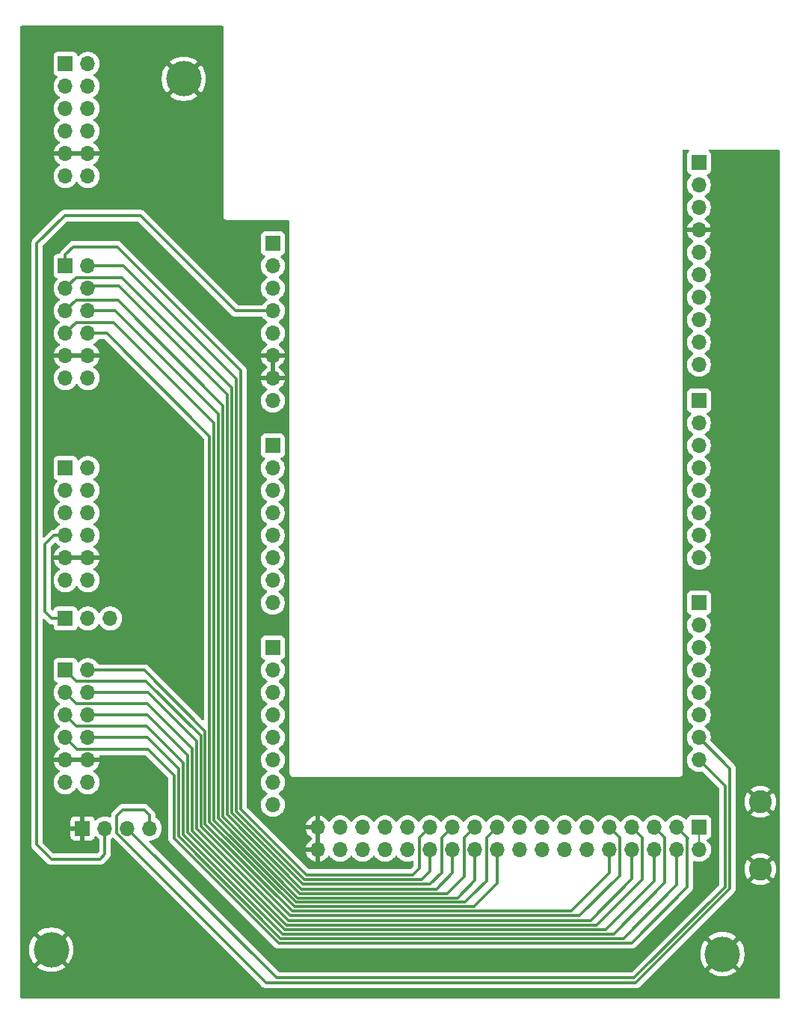
<source format=gbr>
%TF.GenerationSoftware,KiCad,Pcbnew,9.0.1-9.0.1-0~ubuntu24.04.1*%
%TF.CreationDate,2025-04-22T11:41:41+09:00*%
%TF.ProjectId,PSCE-MI_Arduino_DUE,50534345-2d4d-4495-9f41-726475696e6f,rev?*%
%TF.SameCoordinates,Original*%
%TF.FileFunction,Copper,L1,Top*%
%TF.FilePolarity,Positive*%
%FSLAX46Y46*%
G04 Gerber Fmt 4.6, Leading zero omitted, Abs format (unit mm)*
G04 Created by KiCad (PCBNEW 9.0.1-9.0.1-0~ubuntu24.04.1) date 2025-04-22 11:41:41*
%MOMM*%
%LPD*%
G01*
G04 APERTURE LIST*
%TA.AperFunction,ComponentPad*%
%ADD10C,4.000000*%
%TD*%
%TA.AperFunction,ComponentPad*%
%ADD11R,1.700000X1.700000*%
%TD*%
%TA.AperFunction,ComponentPad*%
%ADD12O,1.700000X1.700000*%
%TD*%
%TA.AperFunction,ComponentPad*%
%ADD13C,2.600000*%
%TD*%
%TA.AperFunction,ViaPad*%
%ADD14C,0.600000*%
%TD*%
%TA.AperFunction,Conductor*%
%ADD15C,0.300000*%
%TD*%
%TA.AperFunction,Conductor*%
%ADD16C,0.200000*%
%TD*%
G04 APERTURE END LIST*
D10*
%TO.P,TP2,1,1*%
%TO.N,GND*%
X115000000Y-52500000D03*
%TD*%
%TO.P,TP4,1,1*%
%TO.N,GND*%
X176000000Y-151500000D03*
%TD*%
D11*
%TO.P,Right_Bottom1,1,Pin_1*%
%TO.N,/D14*%
X173350000Y-111760000D03*
D12*
%TO.P,Right_Bottom1,2,Pin_2*%
%TO.N,/D15*%
X173350000Y-114300000D03*
%TO.P,Right_Bottom1,3,Pin_3*%
%TO.N,/D16*%
X173350000Y-116840000D03*
%TO.P,Right_Bottom1,4,Pin_4*%
%TO.N,/D17*%
X173350000Y-119380000D03*
%TO.P,Right_Bottom1,5,Pin_5*%
%TO.N,/D18*%
X173350000Y-121920000D03*
%TO.P,Right_Bottom1,6,Pin_6*%
%TO.N,/D19*%
X173350000Y-124460000D03*
%TO.P,Right_Bottom1,7,Pin_7*%
%TO.N,/I2C_SDA*%
X173350000Y-127000000D03*
%TO.P,Right_Bottom1,8,Pin_8*%
%TO.N,/I2C_SCK*%
X173350000Y-129540000D03*
%TD*%
D11*
%TO.P,JA1,1,Pin_1*%
%TO.N,/DUE52_JA1*%
X101600000Y-50800000D03*
D12*
%TO.P,JA1,2,Pin_2*%
%TO.N,/DUE53_JA7*%
X104140000Y-50800000D03*
%TO.P,JA1,3,Pin_3*%
%TO.N,/DUE50_JA2*%
X101600000Y-53340000D03*
%TO.P,JA1,4,Pin_4*%
%TO.N,/DUE51_JA8*%
X104140000Y-53340000D03*
%TO.P,JA1,5,Pin_5*%
%TO.N,/DUE48_JA3*%
X101600000Y-55880000D03*
%TO.P,JA1,6,Pin_6*%
%TO.N,/DUE49_JA9*%
X104140000Y-55880000D03*
%TO.P,JA1,7,Pin_7*%
%TO.N,/DUE46_JA4*%
X101600000Y-58420000D03*
%TO.P,JA1,8,Pin_8*%
%TO.N,/DUE47_JA10*%
X104140000Y-58420000D03*
%TO.P,JA1,9,Pin_9*%
%TO.N,GND*%
X101600000Y-60960000D03*
%TO.P,JA1,10,Pin_10*%
X104140000Y-60960000D03*
%TO.P,JA1,11,Pin_11*%
%TO.N,unconnected-(JA1-Pin_11-Pad11)*%
X101600000Y-63500000D03*
%TO.P,JA1,12,Pin_12*%
%TO.N,unconnected-(JA1-Pin_12-Pad12)*%
X104140000Y-63500000D03*
%TD*%
D11*
%TO.P,JC1,1,Pin_1*%
%TO.N,/DUE36_JC1*%
X101600000Y-96520000D03*
D12*
%TO.P,JC1,2,Pin_2*%
%TO.N,/DUE37_JC7*%
X104140000Y-96520000D03*
%TO.P,JC1,3,Pin_3*%
%TO.N,/DUE34_JC2*%
X101600000Y-99060000D03*
%TO.P,JC1,4,Pin_4*%
%TO.N,/DUE35_JC8*%
X104140000Y-99060000D03*
%TO.P,JC1,5,Pin_5*%
%TO.N,/DUE32_JC3*%
X101600000Y-101600000D03*
%TO.P,JC1,6,Pin_6*%
%TO.N,/DUE33_JC9*%
X104140000Y-101600000D03*
%TO.P,JC1,7,Pin_7*%
%TO.N,/CLK_DUT_JC4*%
X101600000Y-104140000D03*
%TO.P,JC1,8,Pin_8*%
%TO.N,/DUE31_JC10*%
X104140000Y-104140000D03*
%TO.P,JC1,9,Pin_9*%
%TO.N,GND*%
X101600000Y-106680000D03*
%TO.P,JC1,10,Pin_10*%
X104140000Y-106680000D03*
%TO.P,JC1,11,Pin_11*%
%TO.N,unconnected-(JC1-Pin_11-Pad11)*%
X101600000Y-109220000D03*
%TO.P,JC1,12,Pin_12*%
%TO.N,unconnected-(JC1-Pin_12-Pad12)*%
X104140000Y-109220000D03*
%TD*%
D11*
%TO.P,JB1,1,Pin_1*%
%TO.N,/DUE44_JB1*%
X101600000Y-73660000D03*
D12*
%TO.P,JB1,2,Pin_2*%
%TO.N,/DUE45_JB7*%
X104140000Y-73660000D03*
%TO.P,JB1,3,Pin_3*%
%TO.N,/DUE42_JB2*%
X101600000Y-76200000D03*
%TO.P,JB1,4,Pin_4*%
%TO.N,/DUE43_JB8*%
X104140000Y-76200000D03*
%TO.P,JB1,5,Pin_5*%
%TO.N,/DUE40_JB3*%
X101600000Y-78740000D03*
%TO.P,JB1,6,Pin_6*%
%TO.N,/DUE41_JB9*%
X104140000Y-78740000D03*
%TO.P,JB1,7,Pin_7*%
%TO.N,/DUE38_JB4*%
X101600000Y-81280000D03*
%TO.P,JB1,8,Pin_8*%
%TO.N,/DUE39_JB10*%
X104140000Y-81280000D03*
%TO.P,JB1,9,Pin_9*%
%TO.N,GND*%
X101600000Y-83820000D03*
%TO.P,JB1,10,Pin_10*%
X104140000Y-83820000D03*
%TO.P,JB1,11,Pin_11*%
%TO.N,unconnected-(JB1-Pin_11-Pad11)*%
X101600000Y-86360000D03*
%TO.P,JB1,12,Pin_12*%
%TO.N,unconnected-(JB1-Pin_12-Pad12)*%
X104140000Y-86360000D03*
%TD*%
D11*
%TO.P,Left_Middle1,1,Pin_1*%
%TO.N,/A0*%
X125090000Y-93990000D03*
D12*
%TO.P,Left_Middle1,2,Pin_2*%
%TO.N,/A1*%
X125090000Y-96530000D03*
%TO.P,Left_Middle1,3,Pin_3*%
%TO.N,/A2*%
X125090000Y-99070000D03*
%TO.P,Left_Middle1,4,Pin_4*%
%TO.N,/A3*%
X125090000Y-101610000D03*
%TO.P,Left_Middle1,5,Pin_5*%
%TO.N,/A4*%
X125090000Y-104150000D03*
%TO.P,Left_Middle1,6,Pin_6*%
%TO.N,/A5*%
X125090000Y-106690000D03*
%TO.P,Left_Middle1,7,Pin_7*%
%TO.N,/A6*%
X125090000Y-109230000D03*
%TO.P,Left_Middle1,8,Pin_8*%
%TO.N,/A7*%
X125090000Y-111770000D03*
%TD*%
D11*
%TO.P,J3,1,Pin_1*%
%TO.N,/CLK_DUT_JC4*%
X101600000Y-113538000D03*
D12*
%TO.P,J3,2,Pin_2*%
X104140000Y-113538000D03*
%TO.P,J3,3,Pin_3*%
%TO.N,/DUE30*%
X106680000Y-113538000D03*
%TD*%
D10*
%TO.P,TP1,1,1*%
%TO.N,GND*%
X100000000Y-151000000D03*
%TD*%
D11*
%TO.P,Right_Middle1,1,Pin_1*%
%TO.N,/D7*%
X173350000Y-88900000D03*
D12*
%TO.P,Right_Middle1,2,Pin_2*%
%TO.N,/D6*%
X173350000Y-91440000D03*
%TO.P,Right_Middle1,3,Pin_3*%
%TO.N,/D5*%
X173350000Y-93980000D03*
%TO.P,Right_Middle1,4,Pin_4*%
%TO.N,/D4*%
X173350000Y-96520000D03*
%TO.P,Right_Middle1,5,Pin_5*%
%TO.N,/D3*%
X173350000Y-99060000D03*
%TO.P,Right_Middle1,6,Pin_6*%
%TO.N,/D2*%
X173350000Y-101600000D03*
%TO.P,Right_Middle1,7,Pin_7*%
%TO.N,/D1*%
X173350000Y-104140000D03*
%TO.P,Right_Middle1,8,Pin_8*%
%TO.N,/D0*%
X173350000Y-106680000D03*
%TD*%
D11*
%TO.P,Left_Bottom1,1,Pin_1*%
%TO.N,/A8*%
X125100000Y-116840000D03*
D12*
%TO.P,Left_Bottom1,2,Pin_2*%
%TO.N,/A9*%
X125100000Y-119380000D03*
%TO.P,Left_Bottom1,3,Pin_3*%
%TO.N,/A10*%
X125100000Y-121920000D03*
%TO.P,Left_Bottom1,4,Pin_4*%
%TO.N,/A11*%
X125100000Y-124460000D03*
%TO.P,Left_Bottom1,5,Pin_5*%
%TO.N,/DAC_PWM2*%
X125100000Y-127000000D03*
%TO.P,Left_Bottom1,6,Pin_6*%
%TO.N,/DAC_PWM1*%
X125100000Y-129540000D03*
%TO.P,Left_Bottom1,7,Pin_7*%
%TO.N,/CANRX*%
X125100000Y-132080000D03*
%TO.P,Left_Bottom1,8,Pin_8*%
%TO.N,/CANTX*%
X125100000Y-134620000D03*
%TD*%
D11*
%TO.P,Right_Top1,1,Pin_1*%
%TO.N,/SCL1*%
X173350000Y-61970000D03*
D12*
%TO.P,Right_Top1,2,Pin_2*%
%TO.N,/SDA1*%
X173350000Y-64510000D03*
%TO.P,Right_Top1,3,Pin_3*%
%TO.N,/AREF*%
X173350000Y-67050000D03*
%TO.P,Right_Top1,4,Pin_4*%
%TO.N,GND*%
X173350000Y-69590000D03*
%TO.P,Right_Top1,5,Pin_5*%
%TO.N,/D13*%
X173350000Y-72130000D03*
%TO.P,Right_Top1,6,Pin_6*%
%TO.N,/D12*%
X173350000Y-74670000D03*
%TO.P,Right_Top1,7,Pin_7*%
%TO.N,/D11*%
X173350000Y-77210000D03*
%TO.P,Right_Top1,8,Pin_8*%
%TO.N,/D10*%
X173350000Y-79750000D03*
%TO.P,Right_Top1,9,Pin_9*%
%TO.N,/D9*%
X173350000Y-82290000D03*
%TO.P,Right_Top1,10,Pin_10*%
%TO.N,/D8*%
X173350000Y-84830000D03*
%TD*%
D11*
%TO.P,JD1,1,Pin_1*%
%TO.N,/DUE28_JD1*%
X101600000Y-119380000D03*
D12*
%TO.P,JD1,2,Pin_2*%
%TO.N,/DUE29_JD7*%
X104140000Y-119380000D03*
%TO.P,JD1,3,Pin_3*%
%TO.N,/DUE26_JD2*%
X101600000Y-121920000D03*
%TO.P,JD1,4,Pin_4*%
%TO.N,/DUE27_JD8*%
X104140000Y-121920000D03*
%TO.P,JD1,5,Pin_5*%
%TO.N,/DUE24_JD3*%
X101600000Y-124460000D03*
%TO.P,JD1,6,Pin_6*%
%TO.N,/DUE25_JD9*%
X104140000Y-124460000D03*
%TO.P,JD1,7,Pin_7*%
%TO.N,/DUE22_JD4*%
X101600000Y-127000000D03*
%TO.P,JD1,8,Pin_8*%
%TO.N,/DUE23_JD10*%
X104140000Y-127000000D03*
%TO.P,JD1,9,Pin_9*%
%TO.N,GND*%
X101600000Y-129540000D03*
%TO.P,JD1,10,Pin_10*%
X104140000Y-129540000D03*
%TO.P,JD1,11,Pin_11*%
%TO.N,unconnected-(JD1-Pin_11-Pad11)*%
X101600000Y-132080000D03*
%TO.P,JD1,12,Pin_12*%
%TO.N,unconnected-(JD1-Pin_12-Pad12)*%
X104140000Y-132080000D03*
%TD*%
D13*
%TO.P,TP3,1,1*%
%TO.N,GND*%
X180280000Y-134280000D03*
X180280000Y-141900000D03*
%TD*%
D11*
%TO.P,J2,1,Pin_1*%
%TO.N,GND*%
X103540000Y-137280000D03*
D12*
%TO.P,J2,2,Pin_2*%
%TO.N,/VDD_3V3*%
X106080000Y-137280000D03*
%TO.P,J2,3,Pin_3*%
%TO.N,/I2C_SCK*%
X108620000Y-137280000D03*
%TO.P,J2,4,Pin_4*%
%TO.N,/I2C_SDA*%
X111160000Y-137280000D03*
%TD*%
D11*
%TO.P,J1,1,Pin_1*%
%TO.N,/+5V*%
X173355000Y-137160000D03*
D12*
%TO.P,J1,2,Pin_2*%
X173355000Y-139700000D03*
%TO.P,J1,3,Pin_3*%
%TO.N,/DUE22_JD4*%
X170815000Y-137160000D03*
%TO.P,J1,4,Pin_4*%
%TO.N,/DUE23_JD10*%
X170815000Y-139700000D03*
%TO.P,J1,5,Pin_5*%
%TO.N,/DUE24_JD3*%
X168275000Y-137160000D03*
%TO.P,J1,6,Pin_6*%
%TO.N,/DUE25_JD9*%
X168275000Y-139700000D03*
%TO.P,J1,7,Pin_7*%
%TO.N,/DUE26_JD2*%
X165735000Y-137160000D03*
%TO.P,J1,8,Pin_8*%
%TO.N,/DUE27_JD8*%
X165735000Y-139700000D03*
%TO.P,J1,9,Pin_9*%
%TO.N,/DUE28_JD1*%
X163195000Y-137160000D03*
%TO.P,J1,10,Pin_10*%
%TO.N,/DUE29_JD7*%
X163195000Y-139700000D03*
%TO.P,J1,11,Pin_11*%
%TO.N,/DUE30*%
X160655000Y-137160000D03*
%TO.P,J1,12,Pin_12*%
%TO.N,/DUE31_JC10*%
X160655000Y-139700000D03*
%TO.P,J1,13,Pin_13*%
%TO.N,/DUE32_JC3*%
X158115000Y-137160000D03*
%TO.P,J1,14,Pin_14*%
%TO.N,/DUE33_JC9*%
X158115000Y-139700000D03*
%TO.P,J1,15,Pin_15*%
%TO.N,/DUE34_JC2*%
X155575000Y-137160000D03*
%TO.P,J1,16,Pin_16*%
%TO.N,/DUE35_JC8*%
X155575000Y-139700000D03*
%TO.P,J1,17,Pin_17*%
%TO.N,/DUE36_JC1*%
X153035000Y-137160000D03*
%TO.P,J1,18,Pin_18*%
%TO.N,/DUE37_JC7*%
X153035000Y-139700000D03*
%TO.P,J1,19,Pin_19*%
%TO.N,/DUE38_JB4*%
X150495000Y-137160000D03*
%TO.P,J1,20,Pin_20*%
%TO.N,/DUE39_JB10*%
X150495000Y-139700000D03*
%TO.P,J1,21,Pin_21*%
%TO.N,/DUE40_JB3*%
X147955000Y-137160000D03*
%TO.P,J1,22,Pin_22*%
%TO.N,/DUE41_JB9*%
X147955000Y-139700000D03*
%TO.P,J1,23,Pin_23*%
%TO.N,/DUE42_JB2*%
X145415000Y-137160000D03*
%TO.P,J1,24,Pin_24*%
%TO.N,/DUE43_JB8*%
X145415000Y-139700000D03*
%TO.P,J1,25,Pin_25*%
%TO.N,/DUE44_JB1*%
X142875000Y-137160000D03*
%TO.P,J1,26,Pin_26*%
%TO.N,/DUE45_JB7*%
X142875000Y-139700000D03*
%TO.P,J1,27,Pin_27*%
%TO.N,/DUE46_JA4*%
X140335000Y-137160000D03*
%TO.P,J1,28,Pin_28*%
%TO.N,/DUE47_JA10*%
X140335000Y-139700000D03*
%TO.P,J1,29,Pin_29*%
%TO.N,/DUE48_JA3*%
X137795000Y-137160000D03*
%TO.P,J1,30,Pin_30*%
%TO.N,/DUE49_JA9*%
X137795000Y-139700000D03*
%TO.P,J1,31,Pin_31*%
%TO.N,/DUE50_JA2*%
X135255000Y-137160000D03*
%TO.P,J1,32,Pin_32*%
%TO.N,/DUE51_JA8*%
X135255000Y-139700000D03*
%TO.P,J1,33,Pin_33*%
%TO.N,/DUE52_JA1*%
X132715000Y-137160000D03*
%TO.P,J1,34,Pin_34*%
%TO.N,/DUE53_JA7*%
X132715000Y-139700000D03*
%TO.P,J1,35,Pin_35*%
%TO.N,GND*%
X130175000Y-137160000D03*
%TO.P,J1,36,Pin_36*%
X130175000Y-139700000D03*
%TD*%
D11*
%TO.P,Left_Top1,1,Pin_1*%
%TO.N,unconnected-(Left_Top1-Pin_1-Pad1)*%
X125100000Y-71120000D03*
D12*
%TO.P,Left_Top1,2,Pin_2*%
%TO.N,/IOREF*%
X125100000Y-73660000D03*
%TO.P,Left_Top1,3,Pin_3*%
%TO.N,/RESET*%
X125100000Y-76200000D03*
%TO.P,Left_Top1,4,Pin_4*%
%TO.N,/VDD_3V3*%
X125100000Y-78740000D03*
%TO.P,Left_Top1,5,Pin_5*%
%TO.N,/5V*%
X125100000Y-81280000D03*
%TO.P,Left_Top1,6,Pin_6*%
%TO.N,GND*%
X125100000Y-83820000D03*
%TO.P,Left_Top1,7,Pin_7*%
X125100000Y-86360000D03*
%TO.P,Left_Top1,8,Pin_8*%
%TO.N,/VIN*%
X125100000Y-88900000D03*
%TD*%
D14*
%TO.N,GND*%
X180340000Y-87630000D03*
X180340000Y-97790000D03*
X124460000Y-114300000D03*
X180340000Y-118110000D03*
X110490000Y-132080000D03*
X119380000Y-71120000D03*
X111760000Y-147320000D03*
X180340000Y-109220000D03*
X157480000Y-152400000D03*
X128270000Y-152400000D03*
X99060000Y-143510000D03*
X99060000Y-66040000D03*
X163830000Y-152400000D03*
X116840000Y-58420000D03*
X106680000Y-91440000D03*
X173990000Y-143510000D03*
X111760000Y-48260000D03*
X109220000Y-66040000D03*
X109220000Y-116840000D03*
X116840000Y-151130000D03*
X101600000Y-91440000D03*
X110490000Y-71120000D03*
X179070000Y-147320000D03*
X116840000Y-143510000D03*
X171450000Y-153670000D03*
X124460000Y-91440000D03*
X106680000Y-143510000D03*
X109220000Y-111760000D03*
X127000000Y-137160000D03*
X116840000Y-48260000D03*
%TD*%
D15*
%TO.N,/DUE40_JB3*%
X119434000Y-135938081D02*
X119434000Y-89434000D01*
X147955000Y-137160000D02*
X146755000Y-138360000D01*
X146755000Y-138360000D02*
X146755000Y-142745000D01*
X119434000Y-89434000D02*
X107540000Y-77540000D01*
X146755000Y-142745000D02*
X144859000Y-144641000D01*
X128136919Y-144641000D02*
X119434000Y-135938081D01*
X144859000Y-144641000D02*
X128136919Y-144641000D01*
X107540000Y-77540000D02*
X102800000Y-77540000D01*
X102800000Y-77540000D02*
X101600000Y-78740000D01*
D16*
%TO.N,/+5V*%
X173355000Y-137160000D02*
X173355000Y-139700000D01*
D15*
%TO.N,/DUE27_JD8*%
X161040000Y-147710000D02*
X165735000Y-143015000D01*
X116430000Y-137280000D02*
X126860000Y-147710000D01*
X110920000Y-121920000D02*
X116430000Y-127430000D01*
X126860000Y-147710000D02*
X161040000Y-147710000D01*
X165735000Y-143015000D02*
X165735000Y-139700000D01*
X104140000Y-121920000D02*
X110920000Y-121920000D01*
X116430000Y-127430000D02*
X116430000Y-137280000D01*
%TO.N,/DUE45_JB7*%
X141930000Y-143070000D02*
X142875000Y-142125000D01*
X120950000Y-86450000D02*
X120950000Y-135328520D01*
X108160000Y-73660000D02*
X120950000Y-86450000D01*
X120950000Y-135328520D02*
X128691480Y-143070000D01*
X104140000Y-73660000D02*
X108160000Y-73660000D01*
X128691480Y-143070000D02*
X141930000Y-143070000D01*
X142875000Y-142125000D02*
X142875000Y-139700000D01*
%TO.N,/DUE25_JD9*%
X168275000Y-143225000D02*
X162769000Y-148731000D01*
X168275000Y-139700000D02*
X168275000Y-143225000D01*
X162769000Y-148731000D02*
X126412480Y-148731000D01*
X110900000Y-124460000D02*
X104140000Y-124460000D01*
X115429000Y-128989000D02*
X110900000Y-124460000D01*
X126412480Y-148731000D02*
X115429000Y-137747520D01*
X115429000Y-137747520D02*
X115429000Y-128989000D01*
%TO.N,/DUE42_JB2*%
X102800000Y-75000000D02*
X101600000Y-76200000D01*
X120449000Y-87449000D02*
X108000000Y-75000000D01*
X144215000Y-142285000D02*
X142890000Y-143610000D01*
X144215000Y-138360000D02*
X144215000Y-142285000D01*
X142890000Y-143610000D02*
X128522959Y-143610000D01*
X120449000Y-135536041D02*
X120449000Y-87449000D01*
X128522959Y-143610000D02*
X120449000Y-135536041D01*
X108000000Y-75000000D02*
X102800000Y-75000000D01*
X145415000Y-137160000D02*
X144215000Y-138360000D01*
%TO.N,/DUE26_JD2*%
X110910000Y-123190000D02*
X102870000Y-123190000D01*
X166935000Y-143065000D02*
X161770000Y-148230000D01*
X165735000Y-137160000D02*
X166935000Y-138360000D01*
X115930000Y-137540000D02*
X115930000Y-128210000D01*
X126620000Y-148230000D02*
X115930000Y-137540000D01*
X115930000Y-128210000D02*
X110910000Y-123190000D01*
X166935000Y-138360000D02*
X166935000Y-143065000D01*
X161770000Y-148230000D02*
X126620000Y-148230000D01*
X102870000Y-123190000D02*
X101600000Y-121920000D01*
%TO.N,/DUE39_JB10*%
X117931000Y-92931000D02*
X106280000Y-81280000D01*
X147856000Y-146144000D02*
X127514354Y-146144000D01*
X127514354Y-146144000D02*
X117931000Y-136560641D01*
X106280000Y-81280000D02*
X104140000Y-81280000D01*
X147856000Y-146144000D02*
X148775000Y-145225000D01*
X150495000Y-143505000D02*
X148775000Y-145225000D01*
X117931000Y-136560641D02*
X117931000Y-92931000D01*
X150495000Y-139700000D02*
X150495000Y-143505000D01*
%TO.N,/DUE44_JB1*%
X141675000Y-138360000D02*
X141675000Y-141825000D01*
X141675000Y-141825000D02*
X140930000Y-142570000D01*
X142875000Y-137160000D02*
X141675000Y-138360000D01*
X128900000Y-142570000D02*
X121480000Y-135150000D01*
X102500000Y-71500000D02*
X101600000Y-72400000D01*
X121480000Y-135150000D02*
X121480000Y-85480000D01*
X140930000Y-142570000D02*
X128900000Y-142570000D01*
X107500000Y-71500000D02*
X102500000Y-71500000D01*
X101600000Y-72400000D02*
X101600000Y-73660000D01*
X121480000Y-85480000D02*
X107500000Y-71500000D01*
%TO.N,/DUE41_JB9*%
X147955000Y-143170000D02*
X145983000Y-145142000D01*
X147955000Y-139700000D02*
X147955000Y-143170000D01*
X127929398Y-145142000D02*
X118933000Y-136145601D01*
X118933000Y-90433000D02*
X107240000Y-78740000D01*
X145983000Y-145142000D02*
X127929398Y-145142000D01*
X107240000Y-78740000D02*
X104140000Y-78740000D01*
X118933000Y-136145601D02*
X118933000Y-90433000D01*
%TO.N,/DUE28_JD1*%
X116930000Y-126845557D02*
X110734443Y-120650000D01*
X159830000Y-147170000D02*
X127060000Y-147170000D01*
X163195000Y-137160000D02*
X164395000Y-138360000D01*
X164395000Y-142605000D02*
X159830000Y-147170000D01*
X127060000Y-147170000D02*
X116930000Y-137040000D01*
X102870000Y-120650000D02*
X101600000Y-119380000D01*
X110734443Y-120650000D02*
X102870000Y-120650000D01*
X116930000Y-137040000D02*
X116930000Y-126845557D01*
X164395000Y-138360000D02*
X164395000Y-142605000D01*
%TO.N,/DUE38_JB4*%
X102800000Y-80080000D02*
X101600000Y-81280000D01*
X149295000Y-138360000D02*
X149295000Y-143205000D01*
X118432000Y-136353121D02*
X118432000Y-91432000D01*
X107080000Y-80080000D02*
X102800000Y-80080000D01*
X146857000Y-145643000D02*
X127721876Y-145643000D01*
X147650000Y-144850000D02*
X146857000Y-145643000D01*
X150495000Y-137160000D02*
X149295000Y-138360000D01*
X149295000Y-143205000D02*
X147650000Y-144850000D01*
X127721876Y-145643000D02*
X118432000Y-136353121D01*
X118432000Y-91432000D02*
X107080000Y-80080000D01*
%TO.N,/DUE23_JD10*%
X170815000Y-143685000D02*
X170815000Y-139700000D01*
X110859240Y-127000000D02*
X114409000Y-130549760D01*
X125964480Y-149733000D02*
X164767000Y-149733000D01*
X164767000Y-149733000D02*
X170815000Y-143685000D01*
X114409000Y-130549760D02*
X114409000Y-138177521D01*
X104140000Y-127000000D02*
X110859240Y-127000000D01*
X114409000Y-138177521D02*
X125964480Y-149733000D01*
%TO.N,/DUE29_JD7*%
X163195000Y-139700000D02*
X163195000Y-142305000D01*
X117430000Y-136768161D02*
X117430000Y-126310000D01*
X158855000Y-146645000D02*
X127306832Y-146645000D01*
X110500000Y-119380000D02*
X104140000Y-119380000D01*
X127306832Y-146645000D02*
X117430000Y-136768161D01*
X117430000Y-126310000D02*
X110500000Y-119380000D01*
X163195000Y-142305000D02*
X158855000Y-146645000D01*
%TO.N,/DUE22_JD4*%
X110920000Y-128340000D02*
X113908000Y-131328000D01*
X172015000Y-143935000D02*
X172015000Y-138360000D01*
X113908000Y-138396520D02*
X125745480Y-150234000D01*
X101600000Y-127000000D02*
X102940000Y-128340000D01*
X125745480Y-150234000D02*
X165716000Y-150234000D01*
X172085000Y-138430000D02*
X170815000Y-137160000D01*
X102940000Y-128340000D02*
X110920000Y-128340000D01*
X113908000Y-131328000D02*
X113908000Y-138396520D01*
X172015000Y-138360000D02*
X170815000Y-137160000D01*
X165716000Y-150234000D02*
X172015000Y-143935000D01*
%TO.N,/DUE43_JB8*%
X145410000Y-139445000D02*
X145410000Y-142330000D01*
X145410000Y-142330000D02*
X143600000Y-144140000D01*
X107695000Y-75945000D02*
X104135000Y-75945000D01*
X119935000Y-88185000D02*
X107695000Y-75945000D01*
X143600000Y-144140000D02*
X128344439Y-144140000D01*
X128344439Y-144140000D02*
X119935000Y-135730561D01*
X119935000Y-135730561D02*
X119935000Y-88185000D01*
%TO.N,/DUE24_JD3*%
X163688000Y-149232000D02*
X126172000Y-149232000D01*
X114910000Y-137970000D02*
X114910000Y-129890000D01*
X169475000Y-143445000D02*
X163688000Y-149232000D01*
X110750000Y-125730000D02*
X102870000Y-125730000D01*
X114910000Y-129890000D02*
X110750000Y-125730000D01*
X102870000Y-125730000D02*
X101600000Y-124460000D01*
X126172000Y-149232000D02*
X114910000Y-137970000D01*
X169475000Y-138360000D02*
X169475000Y-143445000D01*
X168275000Y-137160000D02*
X169475000Y-138360000D01*
%TO.N,/CLK_DUT_JC4*%
X99314000Y-105156000D02*
X99314000Y-112776000D01*
X101600000Y-104140000D02*
X100330000Y-104140000D01*
X100076000Y-113538000D02*
X101600000Y-113538000D01*
X99314000Y-112776000D02*
X100076000Y-113538000D01*
X100330000Y-104140000D02*
X99314000Y-105156000D01*
%TO.N,/I2C_SCK*%
X176330000Y-143880000D02*
X166030000Y-154180000D01*
X173350000Y-129540000D02*
X176330000Y-132520000D01*
X166030000Y-154180000D02*
X125520000Y-154180000D01*
X176330000Y-132520000D02*
X176330000Y-143880000D01*
X125520000Y-154180000D02*
X108620000Y-137280000D01*
%TO.N,/VDD_3V3*%
X105500000Y-140750000D02*
X100000000Y-140750000D01*
X106080000Y-137280000D02*
X106080000Y-140170000D01*
X110120000Y-67970000D02*
X120890000Y-78740000D01*
X106080000Y-140170000D02*
X105500000Y-140750000D01*
X100000000Y-140750000D02*
X98370000Y-139120000D01*
X98370000Y-139120000D02*
X98370000Y-71130000D01*
X101530000Y-67970000D02*
X110120000Y-67970000D01*
X98370000Y-71130000D02*
X101530000Y-67970000D01*
X120890000Y-78740000D02*
X125100000Y-78740000D01*
%TO.N,/I2C_SDA*%
X176860000Y-130510000D02*
X176860000Y-144058520D01*
X176860000Y-144058520D02*
X166198520Y-154720000D01*
X108100000Y-135180000D02*
X110530000Y-135180000D01*
X110530000Y-135180000D02*
X111160000Y-135810000D01*
X107419000Y-135861000D02*
X108100000Y-135180000D01*
X107419000Y-137777471D02*
X107419000Y-135861000D01*
X111160000Y-135810000D02*
X111160000Y-137280000D01*
X166198520Y-154720000D02*
X124361529Y-154720000D01*
X124361529Y-154720000D02*
X107419000Y-137777471D01*
X173350000Y-127000000D02*
X176860000Y-130510000D01*
%TD*%
%TA.AperFunction,Conductor*%
%TO.N,GND*%
G36*
X103674075Y-106487007D02*
G01*
X103640000Y-106614174D01*
X103640000Y-106745826D01*
X103674075Y-106872993D01*
X103706988Y-106930000D01*
X102033012Y-106930000D01*
X102065925Y-106872993D01*
X102100000Y-106745826D01*
X102100000Y-106614174D01*
X102065925Y-106487007D01*
X102033012Y-106430000D01*
X103706988Y-106430000D01*
X103674075Y-106487007D01*
G37*
%TD.AperFunction*%
%TA.AperFunction,Conductor*%
G36*
X125350000Y-85926988D02*
G01*
X125292993Y-85894075D01*
X125165826Y-85860000D01*
X125034174Y-85860000D01*
X124907007Y-85894075D01*
X124850000Y-85926988D01*
X124850000Y-84253012D01*
X124907007Y-84285925D01*
X125034174Y-84320000D01*
X125165826Y-84320000D01*
X125292993Y-84285925D01*
X125350000Y-84253012D01*
X125350000Y-85926988D01*
G37*
%TD.AperFunction*%
%TA.AperFunction,Conductor*%
G36*
X130425000Y-139266988D02*
G01*
X130367993Y-139234075D01*
X130240826Y-139200000D01*
X130109174Y-139200000D01*
X129982007Y-139234075D01*
X129925000Y-139266988D01*
X129925000Y-137593012D01*
X129982007Y-137625925D01*
X130109174Y-137660000D01*
X130240826Y-137660000D01*
X130367993Y-137625925D01*
X130425000Y-137593012D01*
X130425000Y-139266988D01*
G37*
%TD.AperFunction*%
%TA.AperFunction,Conductor*%
G36*
X103674075Y-129347007D02*
G01*
X103640000Y-129474174D01*
X103640000Y-129605826D01*
X103674075Y-129732993D01*
X103706988Y-129790000D01*
X102033012Y-129790000D01*
X102065925Y-129732993D01*
X102100000Y-129605826D01*
X102100000Y-129474174D01*
X102065925Y-129347007D01*
X102033012Y-129290000D01*
X103706988Y-129290000D01*
X103674075Y-129347007D01*
G37*
%TD.AperFunction*%
%TA.AperFunction,Conductor*%
G36*
X103674075Y-83627007D02*
G01*
X103640000Y-83754174D01*
X103640000Y-83885826D01*
X103674075Y-84012993D01*
X103706988Y-84070000D01*
X102033012Y-84070000D01*
X102065925Y-84012993D01*
X102100000Y-83885826D01*
X102100000Y-83754174D01*
X102065925Y-83627007D01*
X102033012Y-83570000D01*
X103706988Y-83570000D01*
X103674075Y-83627007D01*
G37*
%TD.AperFunction*%
%TA.AperFunction,Conductor*%
G36*
X103674075Y-60767007D02*
G01*
X103640000Y-60894174D01*
X103640000Y-61025826D01*
X103674075Y-61152993D01*
X103706988Y-61210000D01*
X102033012Y-61210000D01*
X102065925Y-61152993D01*
X102100000Y-61025826D01*
X102100000Y-60894174D01*
X102065925Y-60767007D01*
X102033012Y-60710000D01*
X103706988Y-60710000D01*
X103674075Y-60767007D01*
G37*
%TD.AperFunction*%
%TA.AperFunction,Conductor*%
G36*
X119442539Y-46520185D02*
G01*
X119488294Y-46572989D01*
X119499500Y-46624500D01*
X119499500Y-68065892D01*
X119516554Y-68129539D01*
X119533608Y-68193187D01*
X119543196Y-68209793D01*
X119599500Y-68307314D01*
X119692686Y-68400500D01*
X119806814Y-68466392D01*
X119934108Y-68500500D01*
X119954108Y-68500500D01*
X126875500Y-68500500D01*
X126942539Y-68520185D01*
X126988294Y-68572989D01*
X126999500Y-68624500D01*
X126999500Y-131065891D01*
X127033608Y-131193187D01*
X127037662Y-131200208D01*
X127099500Y-131307314D01*
X127192686Y-131400500D01*
X127306814Y-131466392D01*
X127434108Y-131500500D01*
X127434110Y-131500500D01*
X171065890Y-131500500D01*
X171065892Y-131500500D01*
X171193186Y-131466392D01*
X171307314Y-131400500D01*
X171400500Y-131307314D01*
X171466392Y-131193186D01*
X171500500Y-131065892D01*
X171500500Y-88002135D01*
X171999500Y-88002135D01*
X171999500Y-89797870D01*
X171999501Y-89797876D01*
X172005908Y-89857483D01*
X172056202Y-89992328D01*
X172056206Y-89992335D01*
X172142452Y-90107544D01*
X172142455Y-90107547D01*
X172257664Y-90193793D01*
X172257671Y-90193797D01*
X172389082Y-90242810D01*
X172445016Y-90284681D01*
X172469433Y-90350145D01*
X172454582Y-90418418D01*
X172433431Y-90446673D01*
X172319889Y-90560215D01*
X172194951Y-90732179D01*
X172098444Y-90921585D01*
X172032753Y-91123760D01*
X171999500Y-91333713D01*
X171999500Y-91546286D01*
X172032753Y-91756239D01*
X172098444Y-91958414D01*
X172194951Y-92147820D01*
X172319890Y-92319786D01*
X172470213Y-92470109D01*
X172642182Y-92595050D01*
X172650946Y-92599516D01*
X172701742Y-92647491D01*
X172718536Y-92715312D01*
X172695998Y-92781447D01*
X172650946Y-92820484D01*
X172642182Y-92824949D01*
X172470213Y-92949890D01*
X172319890Y-93100213D01*
X172194951Y-93272179D01*
X172098444Y-93461585D01*
X172032753Y-93663760D01*
X171999500Y-93873713D01*
X171999500Y-94086286D01*
X172032753Y-94296239D01*
X172098444Y-94498414D01*
X172194951Y-94687820D01*
X172319890Y-94859786D01*
X172470213Y-95010109D01*
X172642182Y-95135050D01*
X172650946Y-95139516D01*
X172701742Y-95187491D01*
X172718536Y-95255312D01*
X172695998Y-95321447D01*
X172650946Y-95360484D01*
X172642182Y-95364949D01*
X172470213Y-95489890D01*
X172319890Y-95640213D01*
X172194951Y-95812179D01*
X172098444Y-96001585D01*
X172032753Y-96203760D01*
X171999500Y-96413713D01*
X171999500Y-96626287D01*
X172032754Y-96836243D01*
X172036003Y-96846243D01*
X172098444Y-97038414D01*
X172194951Y-97227820D01*
X172319890Y-97399786D01*
X172470213Y-97550109D01*
X172642182Y-97675050D01*
X172650946Y-97679516D01*
X172701742Y-97727491D01*
X172718536Y-97795312D01*
X172695998Y-97861447D01*
X172650946Y-97900484D01*
X172642182Y-97904949D01*
X172470213Y-98029890D01*
X172319890Y-98180213D01*
X172194951Y-98352179D01*
X172098444Y-98541585D01*
X172032753Y-98743760D01*
X171999500Y-98953713D01*
X171999500Y-99166287D01*
X172032754Y-99376243D01*
X172036003Y-99386243D01*
X172098444Y-99578414D01*
X172194951Y-99767820D01*
X172319890Y-99939786D01*
X172470213Y-100090109D01*
X172642182Y-100215050D01*
X172650946Y-100219516D01*
X172701742Y-100267491D01*
X172718536Y-100335312D01*
X172695998Y-100401447D01*
X172650946Y-100440484D01*
X172642182Y-100444949D01*
X172470213Y-100569890D01*
X172319890Y-100720213D01*
X172194951Y-100892179D01*
X172098444Y-101081585D01*
X172032753Y-101283760D01*
X171999500Y-101493713D01*
X171999500Y-101706287D01*
X172032754Y-101916243D01*
X172036003Y-101926243D01*
X172098444Y-102118414D01*
X172194951Y-102307820D01*
X172319890Y-102479786D01*
X172470213Y-102630109D01*
X172642182Y-102755050D01*
X172650946Y-102759516D01*
X172701742Y-102807491D01*
X172718536Y-102875312D01*
X172695998Y-102941447D01*
X172650946Y-102980484D01*
X172642182Y-102984949D01*
X172470213Y-103109890D01*
X172319890Y-103260213D01*
X172194951Y-103432179D01*
X172098444Y-103621585D01*
X172032753Y-103823760D01*
X171999500Y-104033713D01*
X171999500Y-104246286D01*
X172016141Y-104351357D01*
X172032754Y-104456243D01*
X172056574Y-104529554D01*
X172098444Y-104658414D01*
X172194951Y-104847820D01*
X172319890Y-105019786D01*
X172470213Y-105170109D01*
X172642182Y-105295050D01*
X172650946Y-105299516D01*
X172701742Y-105347491D01*
X172718536Y-105415312D01*
X172695998Y-105481447D01*
X172650946Y-105520484D01*
X172642182Y-105524949D01*
X172470213Y-105649890D01*
X172319890Y-105800213D01*
X172194951Y-105972179D01*
X172098444Y-106161585D01*
X172032753Y-106363760D01*
X172022262Y-106430000D01*
X171999500Y-106573713D01*
X171999500Y-106786287D01*
X172032754Y-106996243D01*
X172036003Y-107006243D01*
X172098444Y-107198414D01*
X172194951Y-107387820D01*
X172319890Y-107559786D01*
X172470213Y-107710109D01*
X172642179Y-107835048D01*
X172642181Y-107835049D01*
X172642184Y-107835051D01*
X172831588Y-107931557D01*
X173033757Y-107997246D01*
X173243713Y-108030500D01*
X173243714Y-108030500D01*
X173456286Y-108030500D01*
X173456287Y-108030500D01*
X173666243Y-107997246D01*
X173868412Y-107931557D01*
X174057816Y-107835051D01*
X174079789Y-107819086D01*
X174229786Y-107710109D01*
X174229788Y-107710106D01*
X174229792Y-107710104D01*
X174380104Y-107559792D01*
X174380106Y-107559788D01*
X174380109Y-107559786D01*
X174505048Y-107387820D01*
X174505047Y-107387820D01*
X174505051Y-107387816D01*
X174601557Y-107198412D01*
X174667246Y-106996243D01*
X174700500Y-106786287D01*
X174700500Y-106573713D01*
X174667246Y-106363757D01*
X174601557Y-106161588D01*
X174505051Y-105972184D01*
X174505049Y-105972181D01*
X174505048Y-105972179D01*
X174380109Y-105800213D01*
X174229786Y-105649890D01*
X174057820Y-105524951D01*
X174049600Y-105520763D01*
X174049054Y-105520485D01*
X173998259Y-105472512D01*
X173981463Y-105404692D01*
X174003999Y-105338556D01*
X174049054Y-105299515D01*
X174057816Y-105295051D01*
X174079789Y-105279086D01*
X174229786Y-105170109D01*
X174229788Y-105170106D01*
X174229792Y-105170104D01*
X174380104Y-105019792D01*
X174380106Y-105019788D01*
X174380109Y-105019786D01*
X174505048Y-104847820D01*
X174505047Y-104847820D01*
X174505051Y-104847816D01*
X174601557Y-104658412D01*
X174667246Y-104456243D01*
X174700500Y-104246287D01*
X174700500Y-104033713D01*
X174667246Y-103823757D01*
X174601557Y-103621588D01*
X174505051Y-103432184D01*
X174505049Y-103432181D01*
X174505048Y-103432179D01*
X174380109Y-103260213D01*
X174229786Y-103109890D01*
X174057820Y-102984951D01*
X174057115Y-102984591D01*
X174049054Y-102980485D01*
X173998259Y-102932512D01*
X173981463Y-102864692D01*
X174003999Y-102798556D01*
X174049054Y-102759515D01*
X174057816Y-102755051D01*
X174079789Y-102739086D01*
X174229786Y-102630109D01*
X174229788Y-102630106D01*
X174229792Y-102630104D01*
X174380104Y-102479792D01*
X174380106Y-102479788D01*
X174380109Y-102479786D01*
X174505048Y-102307820D01*
X174505047Y-102307820D01*
X174505051Y-102307816D01*
X174601557Y-102118412D01*
X174667246Y-101916243D01*
X174700500Y-101706287D01*
X174700500Y-101493713D01*
X174667246Y-101283757D01*
X174601557Y-101081588D01*
X174505051Y-100892184D01*
X174505049Y-100892181D01*
X174505048Y-100892179D01*
X174380109Y-100720213D01*
X174229786Y-100569890D01*
X174057820Y-100444951D01*
X174057115Y-100444591D01*
X174049054Y-100440485D01*
X173998259Y-100392512D01*
X173981463Y-100324692D01*
X174003999Y-100258556D01*
X174049054Y-100219515D01*
X174057816Y-100215051D01*
X174079789Y-100199086D01*
X174229786Y-100090109D01*
X174229788Y-100090106D01*
X174229792Y-100090104D01*
X174380104Y-99939792D01*
X174380106Y-99939788D01*
X174380109Y-99939786D01*
X174505048Y-99767820D01*
X174505047Y-99767820D01*
X174505051Y-99767816D01*
X174601557Y-99578412D01*
X174667246Y-99376243D01*
X174700500Y-99166287D01*
X174700500Y-98953713D01*
X174667246Y-98743757D01*
X174601557Y-98541588D01*
X174505051Y-98352184D01*
X174505049Y-98352181D01*
X174505048Y-98352179D01*
X174380109Y-98180213D01*
X174229786Y-98029890D01*
X174057820Y-97904951D01*
X174057115Y-97904591D01*
X174049054Y-97900485D01*
X173998259Y-97852512D01*
X173981463Y-97784692D01*
X174003999Y-97718556D01*
X174049054Y-97679515D01*
X174057816Y-97675051D01*
X174144138Y-97612335D01*
X174229786Y-97550109D01*
X174229788Y-97550106D01*
X174229792Y-97550104D01*
X174380104Y-97399792D01*
X174380106Y-97399788D01*
X174380109Y-97399786D01*
X174505048Y-97227820D01*
X174505047Y-97227820D01*
X174505051Y-97227816D01*
X174601557Y-97038412D01*
X174667246Y-96836243D01*
X174700500Y-96626287D01*
X174700500Y-96413713D01*
X174667246Y-96203757D01*
X174601557Y-96001588D01*
X174505051Y-95812184D01*
X174505049Y-95812181D01*
X174505048Y-95812179D01*
X174380109Y-95640213D01*
X174229786Y-95489890D01*
X174057820Y-95364951D01*
X174057115Y-95364591D01*
X174049054Y-95360485D01*
X173998259Y-95312512D01*
X173981463Y-95244692D01*
X174003999Y-95178556D01*
X174049054Y-95139515D01*
X174057816Y-95135051D01*
X174130374Y-95082335D01*
X174229786Y-95010109D01*
X174229788Y-95010106D01*
X174229792Y-95010104D01*
X174380104Y-94859792D01*
X174380106Y-94859788D01*
X174380109Y-94859786D01*
X174505048Y-94687820D01*
X174505047Y-94687820D01*
X174505051Y-94687816D01*
X174601557Y-94498412D01*
X174667246Y-94296243D01*
X174700500Y-94086287D01*
X174700500Y-93873713D01*
X174667246Y-93663757D01*
X174601557Y-93461588D01*
X174505051Y-93272184D01*
X174505049Y-93272181D01*
X174505048Y-93272179D01*
X174380109Y-93100213D01*
X174229786Y-92949890D01*
X174057820Y-92824951D01*
X174057115Y-92824591D01*
X174049054Y-92820485D01*
X173998259Y-92772512D01*
X173981463Y-92704692D01*
X174003999Y-92638556D01*
X174049054Y-92599515D01*
X174057816Y-92595051D01*
X174079789Y-92579086D01*
X174229786Y-92470109D01*
X174229788Y-92470106D01*
X174229792Y-92470104D01*
X174380104Y-92319792D01*
X174380106Y-92319788D01*
X174380109Y-92319786D01*
X174505048Y-92147820D01*
X174505047Y-92147820D01*
X174505051Y-92147816D01*
X174601557Y-91958412D01*
X174667246Y-91756243D01*
X174700500Y-91546287D01*
X174700500Y-91333713D01*
X174667246Y-91123757D01*
X174601557Y-90921588D01*
X174505051Y-90732184D01*
X174505049Y-90732181D01*
X174505048Y-90732179D01*
X174380109Y-90560213D01*
X174266569Y-90446673D01*
X174233084Y-90385350D01*
X174238068Y-90315658D01*
X174279940Y-90259725D01*
X174310915Y-90242810D01*
X174442331Y-90193796D01*
X174557546Y-90107546D01*
X174643796Y-89992331D01*
X174694091Y-89857483D01*
X174700500Y-89797873D01*
X174700499Y-88002128D01*
X174694091Y-87942517D01*
X174643796Y-87807669D01*
X174643795Y-87807668D01*
X174643793Y-87807664D01*
X174557547Y-87692455D01*
X174557544Y-87692452D01*
X174442335Y-87606206D01*
X174442328Y-87606202D01*
X174307482Y-87555908D01*
X174307483Y-87555908D01*
X174247883Y-87549501D01*
X174247881Y-87549500D01*
X174247873Y-87549500D01*
X174247864Y-87549500D01*
X172452129Y-87549500D01*
X172452123Y-87549501D01*
X172392516Y-87555908D01*
X172257671Y-87606202D01*
X172257664Y-87606206D01*
X172142455Y-87692452D01*
X172142452Y-87692455D01*
X172056206Y-87807664D01*
X172056202Y-87807671D01*
X172005908Y-87942517D01*
X171999501Y-88002116D01*
X171999501Y-88002123D01*
X171999500Y-88002135D01*
X171500500Y-88002135D01*
X171500500Y-60624500D01*
X171520185Y-60557461D01*
X171572989Y-60511706D01*
X171624500Y-60500500D01*
X172119823Y-60500500D01*
X172186862Y-60520185D01*
X172232617Y-60572989D01*
X172242561Y-60642147D01*
X172213536Y-60705703D01*
X172194137Y-60723763D01*
X172142454Y-60762454D01*
X172142453Y-60762455D01*
X172142452Y-60762456D01*
X172056206Y-60877664D01*
X172056202Y-60877671D01*
X172005908Y-61012517D01*
X171999501Y-61072116D01*
X171999501Y-61072123D01*
X171999500Y-61072135D01*
X171999500Y-62867870D01*
X171999501Y-62867876D01*
X172005908Y-62927483D01*
X172056202Y-63062328D01*
X172056206Y-63062335D01*
X172142452Y-63177544D01*
X172142455Y-63177547D01*
X172257664Y-63263793D01*
X172257671Y-63263797D01*
X172389082Y-63312810D01*
X172445016Y-63354681D01*
X172469433Y-63420145D01*
X172454582Y-63488418D01*
X172433431Y-63516673D01*
X172319889Y-63630215D01*
X172194951Y-63802179D01*
X172098444Y-63991585D01*
X172032753Y-64193760D01*
X171999500Y-64403713D01*
X171999500Y-64616286D01*
X172032753Y-64826239D01*
X172098444Y-65028414D01*
X172194951Y-65217820D01*
X172319890Y-65389786D01*
X172470213Y-65540109D01*
X172642182Y-65665050D01*
X172650946Y-65669516D01*
X172701742Y-65717491D01*
X172718536Y-65785312D01*
X172695998Y-65851447D01*
X172650946Y-65890484D01*
X172642182Y-65894949D01*
X172470213Y-66019890D01*
X172319890Y-66170213D01*
X172194951Y-66342179D01*
X172098444Y-66531585D01*
X172032753Y-66733760D01*
X171999500Y-66943713D01*
X171999500Y-67156286D01*
X172029309Y-67344497D01*
X172032754Y-67366243D01*
X172087134Y-67533608D01*
X172098444Y-67568414D01*
X172194951Y-67757820D01*
X172319890Y-67929786D01*
X172470213Y-68080109D01*
X172642179Y-68205048D01*
X172642181Y-68205049D01*
X172642184Y-68205051D01*
X172651493Y-68209794D01*
X172702290Y-68257766D01*
X172719087Y-68325587D01*
X172696552Y-68391722D01*
X172651502Y-68430762D01*
X172642443Y-68435378D01*
X172470540Y-68560272D01*
X172470535Y-68560276D01*
X172320276Y-68710535D01*
X172320272Y-68710540D01*
X172195379Y-68882442D01*
X172098904Y-69071782D01*
X172033242Y-69273870D01*
X172033242Y-69273873D01*
X172022769Y-69340000D01*
X172916988Y-69340000D01*
X172884075Y-69397007D01*
X172850000Y-69524174D01*
X172850000Y-69655826D01*
X172884075Y-69782993D01*
X172916988Y-69840000D01*
X172022769Y-69840000D01*
X172033242Y-69906126D01*
X172033242Y-69906129D01*
X172098904Y-70108217D01*
X172195379Y-70297557D01*
X172320272Y-70469459D01*
X172320276Y-70469464D01*
X172470535Y-70619723D01*
X172470540Y-70619727D01*
X172642444Y-70744622D01*
X172651495Y-70749234D01*
X172702292Y-70797208D01*
X172719087Y-70865029D01*
X172696550Y-70931164D01*
X172651499Y-70970202D01*
X172642182Y-70974949D01*
X172470213Y-71099890D01*
X172319890Y-71250213D01*
X172194951Y-71422179D01*
X172098444Y-71611585D01*
X172032753Y-71813760D01*
X171999500Y-72023713D01*
X171999500Y-72236286D01*
X172022001Y-72378356D01*
X172032754Y-72446243D01*
X172092424Y-72629889D01*
X172098444Y-72648414D01*
X172194951Y-72837820D01*
X172319890Y-73009786D01*
X172470213Y-73160109D01*
X172642182Y-73285050D01*
X172650946Y-73289516D01*
X172701742Y-73337491D01*
X172718536Y-73405312D01*
X172695998Y-73471447D01*
X172650946Y-73510484D01*
X172642182Y-73514949D01*
X172470213Y-73639890D01*
X172319890Y-73790213D01*
X172194951Y-73962179D01*
X172098444Y-74151585D01*
X172032753Y-74353760D01*
X172003290Y-74539786D01*
X171999500Y-74563713D01*
X171999500Y-74776287D01*
X172032754Y-74986243D01*
X172073012Y-75110145D01*
X172098444Y-75188414D01*
X172194951Y-75377820D01*
X172319890Y-75549786D01*
X172470213Y-75700109D01*
X172642182Y-75825050D01*
X172650946Y-75829516D01*
X172701742Y-75877491D01*
X172718536Y-75945312D01*
X172695998Y-76011447D01*
X172650946Y-76050484D01*
X172642182Y-76054949D01*
X172470213Y-76179890D01*
X172319890Y-76330213D01*
X172194951Y-76502179D01*
X172098444Y-76691585D01*
X172032753Y-76893760D01*
X172027810Y-76924970D01*
X171999500Y-77103713D01*
X171999500Y-77316287D01*
X172032754Y-77526243D01*
X172051829Y-77584951D01*
X172098444Y-77728414D01*
X172194951Y-77917820D01*
X172319890Y-78089786D01*
X172470213Y-78240109D01*
X172642182Y-78365050D01*
X172650946Y-78369516D01*
X172701742Y-78417491D01*
X172718536Y-78485312D01*
X172695998Y-78551447D01*
X172650946Y-78590484D01*
X172642182Y-78594949D01*
X172470213Y-78719890D01*
X172319890Y-78870213D01*
X172194951Y-79042179D01*
X172098444Y-79231585D01*
X172032753Y-79433760D01*
X172003290Y-79619786D01*
X171999500Y-79643713D01*
X171999500Y-79856287D01*
X172032754Y-80066243D01*
X172051829Y-80124951D01*
X172098444Y-80268414D01*
X172194951Y-80457820D01*
X172319890Y-80629786D01*
X172470213Y-80780109D01*
X172642182Y-80905050D01*
X172650946Y-80909516D01*
X172701742Y-80957491D01*
X172718536Y-81025312D01*
X172695998Y-81091447D01*
X172650946Y-81130484D01*
X172642182Y-81134949D01*
X172470213Y-81259890D01*
X172319890Y-81410213D01*
X172194951Y-81582179D01*
X172098444Y-81771585D01*
X172032753Y-81973760D01*
X171999500Y-82183713D01*
X171999500Y-82396286D01*
X172023048Y-82544966D01*
X172032754Y-82606243D01*
X172092550Y-82790276D01*
X172098444Y-82808414D01*
X172194951Y-82997820D01*
X172319890Y-83169786D01*
X172470213Y-83320109D01*
X172642182Y-83445050D01*
X172650946Y-83449516D01*
X172701742Y-83497491D01*
X172718536Y-83565312D01*
X172695998Y-83631447D01*
X172650946Y-83670484D01*
X172642182Y-83674949D01*
X172470213Y-83799890D01*
X172319890Y-83950213D01*
X172194951Y-84122179D01*
X172098444Y-84311585D01*
X172032753Y-84513760D01*
X172032089Y-84517954D01*
X171999500Y-84723713D01*
X171999500Y-84936287D01*
X172032754Y-85146243D01*
X172092550Y-85330276D01*
X172098444Y-85348414D01*
X172194951Y-85537820D01*
X172319890Y-85709786D01*
X172470213Y-85860109D01*
X172642179Y-85985048D01*
X172642181Y-85985049D01*
X172642184Y-85985051D01*
X172831588Y-86081557D01*
X173033757Y-86147246D01*
X173243713Y-86180500D01*
X173243714Y-86180500D01*
X173456286Y-86180500D01*
X173456287Y-86180500D01*
X173666243Y-86147246D01*
X173868412Y-86081557D01*
X174057816Y-85985051D01*
X174183035Y-85894075D01*
X174229786Y-85860109D01*
X174229788Y-85860106D01*
X174229792Y-85860104D01*
X174380104Y-85709792D01*
X174380106Y-85709788D01*
X174380109Y-85709786D01*
X174505048Y-85537820D01*
X174505047Y-85537820D01*
X174505051Y-85537816D01*
X174601557Y-85348412D01*
X174667246Y-85146243D01*
X174700500Y-84936287D01*
X174700500Y-84723713D01*
X174667246Y-84513757D01*
X174601557Y-84311588D01*
X174505051Y-84122184D01*
X174505049Y-84122181D01*
X174505048Y-84122179D01*
X174380109Y-83950213D01*
X174229786Y-83799890D01*
X174057820Y-83674951D01*
X174057115Y-83674591D01*
X174049054Y-83670485D01*
X173998259Y-83622512D01*
X173981463Y-83554692D01*
X174003999Y-83488556D01*
X174049054Y-83449515D01*
X174057816Y-83445051D01*
X174183035Y-83354075D01*
X174229786Y-83320109D01*
X174229788Y-83320106D01*
X174229792Y-83320104D01*
X174380104Y-83169792D01*
X174380106Y-83169788D01*
X174380109Y-83169786D01*
X174505048Y-82997820D01*
X174505047Y-82997820D01*
X174505051Y-82997816D01*
X174601557Y-82808412D01*
X174667246Y-82606243D01*
X174700500Y-82396287D01*
X174700500Y-82183713D01*
X174667246Y-81973757D01*
X174601557Y-81771588D01*
X174505051Y-81582184D01*
X174505049Y-81582181D01*
X174505048Y-81582179D01*
X174380109Y-81410213D01*
X174229786Y-81259890D01*
X174057820Y-81134951D01*
X174057115Y-81134591D01*
X174049054Y-81130485D01*
X173998259Y-81082512D01*
X173981463Y-81014692D01*
X174003999Y-80948556D01*
X174049054Y-80909515D01*
X174057816Y-80905051D01*
X174079789Y-80889086D01*
X174229786Y-80780109D01*
X174229788Y-80780106D01*
X174229792Y-80780104D01*
X174380104Y-80629792D01*
X174380106Y-80629788D01*
X174380109Y-80629786D01*
X174505048Y-80457820D01*
X174505047Y-80457820D01*
X174505051Y-80457816D01*
X174601557Y-80268412D01*
X174667246Y-80066243D01*
X174700500Y-79856287D01*
X174700500Y-79643713D01*
X174667246Y-79433757D01*
X174601557Y-79231588D01*
X174505051Y-79042184D01*
X174505049Y-79042181D01*
X174505048Y-79042179D01*
X174380109Y-78870213D01*
X174229786Y-78719890D01*
X174057820Y-78594951D01*
X174057115Y-78594591D01*
X174049054Y-78590485D01*
X173998259Y-78542512D01*
X173981463Y-78474692D01*
X174003999Y-78408556D01*
X174049054Y-78369515D01*
X174057816Y-78365051D01*
X174079789Y-78349086D01*
X174229786Y-78240109D01*
X174229788Y-78240106D01*
X174229792Y-78240104D01*
X174380104Y-78089792D01*
X174380106Y-78089788D01*
X174380109Y-78089786D01*
X174505048Y-77917820D01*
X174505047Y-77917820D01*
X174505051Y-77917816D01*
X174601557Y-77728412D01*
X174667246Y-77526243D01*
X174700500Y-77316287D01*
X174700500Y-77103713D01*
X174667246Y-76893757D01*
X174601557Y-76691588D01*
X174505051Y-76502184D01*
X174505049Y-76502181D01*
X174505048Y-76502179D01*
X174380109Y-76330213D01*
X174229786Y-76179890D01*
X174057820Y-76054951D01*
X174057115Y-76054591D01*
X174049054Y-76050485D01*
X173998259Y-76002512D01*
X173981463Y-75934692D01*
X174003999Y-75868556D01*
X174049054Y-75829515D01*
X174057816Y-75825051D01*
X174079789Y-75809086D01*
X174229786Y-75700109D01*
X174229788Y-75700106D01*
X174229792Y-75700104D01*
X174380104Y-75549792D01*
X174380106Y-75549788D01*
X174380109Y-75549786D01*
X174505048Y-75377820D01*
X174505047Y-75377820D01*
X174505051Y-75377816D01*
X174601557Y-75188412D01*
X174667246Y-74986243D01*
X174700500Y-74776287D01*
X174700500Y-74563713D01*
X174667246Y-74353757D01*
X174601557Y-74151588D01*
X174505051Y-73962184D01*
X174505049Y-73962181D01*
X174505048Y-73962179D01*
X174380109Y-73790213D01*
X174229786Y-73639890D01*
X174057820Y-73514951D01*
X174057115Y-73514591D01*
X174049054Y-73510485D01*
X173998259Y-73462512D01*
X173981463Y-73394692D01*
X174003999Y-73328556D01*
X174049054Y-73289515D01*
X174057816Y-73285051D01*
X174079789Y-73269086D01*
X174229786Y-73160109D01*
X174229788Y-73160106D01*
X174229792Y-73160104D01*
X174380104Y-73009792D01*
X174380106Y-73009788D01*
X174380109Y-73009786D01*
X174505048Y-72837820D01*
X174505047Y-72837820D01*
X174505051Y-72837816D01*
X174601557Y-72648412D01*
X174667246Y-72446243D01*
X174700500Y-72236287D01*
X174700500Y-72023713D01*
X174667246Y-71813757D01*
X174601557Y-71611588D01*
X174505051Y-71422184D01*
X174505049Y-71422181D01*
X174505048Y-71422179D01*
X174380109Y-71250213D01*
X174229786Y-71099890D01*
X174057817Y-70974949D01*
X174048504Y-70970204D01*
X173997707Y-70922230D01*
X173980912Y-70854409D01*
X174003449Y-70788274D01*
X174048507Y-70749232D01*
X174057558Y-70744620D01*
X174229459Y-70619727D01*
X174229464Y-70619723D01*
X174379723Y-70469464D01*
X174379727Y-70469459D01*
X174504620Y-70297557D01*
X174601095Y-70108217D01*
X174666757Y-69906129D01*
X174666757Y-69906126D01*
X174677231Y-69840000D01*
X173783012Y-69840000D01*
X173815925Y-69782993D01*
X173850000Y-69655826D01*
X173850000Y-69524174D01*
X173815925Y-69397007D01*
X173783012Y-69340000D01*
X174677231Y-69340000D01*
X174666757Y-69273873D01*
X174666757Y-69273870D01*
X174601095Y-69071782D01*
X174504620Y-68882442D01*
X174379727Y-68710540D01*
X174379723Y-68710535D01*
X174229464Y-68560276D01*
X174229459Y-68560272D01*
X174057555Y-68435377D01*
X174048500Y-68430763D01*
X173997706Y-68382788D01*
X173980912Y-68314966D01*
X174003451Y-68248832D01*
X174048508Y-68209793D01*
X174057816Y-68205051D01*
X174137007Y-68147515D01*
X174229786Y-68080109D01*
X174229788Y-68080106D01*
X174229792Y-68080104D01*
X174380104Y-67929792D01*
X174380106Y-67929788D01*
X174380109Y-67929786D01*
X174505048Y-67757820D01*
X174505047Y-67757820D01*
X174505051Y-67757816D01*
X174601557Y-67568412D01*
X174667246Y-67366243D01*
X174700500Y-67156287D01*
X174700500Y-66943713D01*
X174667246Y-66733757D01*
X174601557Y-66531588D01*
X174505051Y-66342184D01*
X174505049Y-66342181D01*
X174505048Y-66342179D01*
X174380109Y-66170213D01*
X174229786Y-66019890D01*
X174057820Y-65894951D01*
X174057115Y-65894591D01*
X174049054Y-65890485D01*
X173998259Y-65842512D01*
X173981463Y-65774692D01*
X174003999Y-65708556D01*
X174049054Y-65669515D01*
X174057816Y-65665051D01*
X174079789Y-65649086D01*
X174229786Y-65540109D01*
X174229788Y-65540106D01*
X174229792Y-65540104D01*
X174380104Y-65389792D01*
X174380106Y-65389788D01*
X174380109Y-65389786D01*
X174505048Y-65217820D01*
X174505047Y-65217820D01*
X174505051Y-65217816D01*
X174601557Y-65028412D01*
X174667246Y-64826243D01*
X174700500Y-64616287D01*
X174700500Y-64403713D01*
X174667246Y-64193757D01*
X174601557Y-63991588D01*
X174505051Y-63802184D01*
X174505049Y-63802181D01*
X174505048Y-63802179D01*
X174380109Y-63630213D01*
X174266569Y-63516673D01*
X174233084Y-63455350D01*
X174238068Y-63385658D01*
X174279940Y-63329725D01*
X174310915Y-63312810D01*
X174442331Y-63263796D01*
X174557546Y-63177546D01*
X174643796Y-63062331D01*
X174694091Y-62927483D01*
X174700500Y-62867873D01*
X174700499Y-61072128D01*
X174694091Y-61012517D01*
X174643796Y-60877669D01*
X174643795Y-60877668D01*
X174643793Y-60877664D01*
X174557547Y-60762456D01*
X174557548Y-60762456D01*
X174557546Y-60762454D01*
X174505864Y-60723765D01*
X174463995Y-60667833D01*
X174459011Y-60598141D01*
X174492496Y-60536818D01*
X174553820Y-60503334D01*
X174580177Y-60500500D01*
X182375500Y-60500500D01*
X182442539Y-60520185D01*
X182488294Y-60572989D01*
X182499500Y-60624500D01*
X182499500Y-156375500D01*
X182479815Y-156442539D01*
X182427011Y-156488294D01*
X182375500Y-156499500D01*
X96624500Y-156499500D01*
X96557461Y-156479815D01*
X96511706Y-156427011D01*
X96500500Y-156375500D01*
X96500500Y-150859598D01*
X97500000Y-150859598D01*
X97500000Y-151140401D01*
X97531437Y-151419412D01*
X97531439Y-151419424D01*
X97593921Y-151693178D01*
X97593922Y-151693180D01*
X97686662Y-151958217D01*
X97808492Y-152211200D01*
X97957884Y-152448956D01*
X98064187Y-152582257D01*
X98777339Y-151869104D01*
X98855864Y-151977184D01*
X99022816Y-152144136D01*
X99130893Y-152222658D01*
X98417741Y-152935810D01*
X98417741Y-152935811D01*
X98551043Y-153042115D01*
X98788799Y-153191507D01*
X99041782Y-153313337D01*
X99306819Y-153406077D01*
X99306821Y-153406078D01*
X99580575Y-153468560D01*
X99580587Y-153468562D01*
X99859598Y-153499999D01*
X99859600Y-153500000D01*
X100140400Y-153500000D01*
X100140401Y-153499999D01*
X100419412Y-153468562D01*
X100419424Y-153468560D01*
X100693178Y-153406078D01*
X100693180Y-153406077D01*
X100958217Y-153313337D01*
X101211200Y-153191507D01*
X101448956Y-153042116D01*
X101582257Y-152935810D01*
X100869105Y-152222659D01*
X100977184Y-152144136D01*
X101144136Y-151977184D01*
X101222659Y-151869106D01*
X101935810Y-152582257D01*
X102042116Y-152448956D01*
X102191507Y-152211200D01*
X102313337Y-151958217D01*
X102406077Y-151693180D01*
X102406078Y-151693178D01*
X102468560Y-151419424D01*
X102468562Y-151419412D01*
X102499999Y-151140401D01*
X102500000Y-151140399D01*
X102500000Y-150859600D01*
X102499999Y-150859598D01*
X102468562Y-150580587D01*
X102468560Y-150580575D01*
X102406078Y-150306821D01*
X102406077Y-150306819D01*
X102313337Y-150041782D01*
X102191507Y-149788799D01*
X102042115Y-149551043D01*
X101935810Y-149417741D01*
X101222658Y-150130893D01*
X101144136Y-150022816D01*
X100977184Y-149855864D01*
X100869105Y-149777340D01*
X101582257Y-149064187D01*
X101448956Y-148957884D01*
X101211200Y-148808492D01*
X100958217Y-148686662D01*
X100693180Y-148593922D01*
X100693178Y-148593921D01*
X100419424Y-148531439D01*
X100419412Y-148531437D01*
X100140401Y-148500000D01*
X99859598Y-148500000D01*
X99580587Y-148531437D01*
X99580575Y-148531439D01*
X99306821Y-148593921D01*
X99306819Y-148593922D01*
X99041782Y-148686662D01*
X98788799Y-148808492D01*
X98551043Y-148957884D01*
X98417741Y-149064187D01*
X99130894Y-149777340D01*
X99022816Y-149855864D01*
X98855864Y-150022816D01*
X98777340Y-150130894D01*
X98064187Y-149417741D01*
X97957884Y-149551043D01*
X97808492Y-149788799D01*
X97686662Y-150041782D01*
X97593922Y-150306819D01*
X97593921Y-150306821D01*
X97531439Y-150580575D01*
X97531437Y-150580587D01*
X97500000Y-150859598D01*
X96500500Y-150859598D01*
X96500500Y-71065928D01*
X97719500Y-71065928D01*
X97719500Y-71065931D01*
X97719500Y-139184069D01*
X97739643Y-139285331D01*
X97742541Y-139299901D01*
X97744499Y-139309744D01*
X97793534Y-139428125D01*
X97864726Y-139534673D01*
X99585325Y-141255272D01*
X99585332Y-141255278D01*
X99681780Y-141319722D01*
X99681781Y-141319722D01*
X99682440Y-141320162D01*
X99691873Y-141326465D01*
X99810256Y-141375501D01*
X99810260Y-141375501D01*
X99810261Y-141375502D01*
X99935928Y-141400500D01*
X99935931Y-141400500D01*
X105564071Y-141400500D01*
X105648615Y-141383682D01*
X105689744Y-141375501D01*
X105808127Y-141326465D01*
X105817560Y-141320162D01*
X105818219Y-141319722D01*
X105885182Y-141274979D01*
X105914669Y-141255277D01*
X106585277Y-140584669D01*
X106656465Y-140478127D01*
X106705501Y-140359744D01*
X106730500Y-140234069D01*
X106730500Y-138539617D01*
X106732063Y-138534292D01*
X106730968Y-138528851D01*
X106741802Y-138501125D01*
X106750185Y-138472578D01*
X106754911Y-138467579D01*
X106756399Y-138463773D01*
X106770318Y-138451287D01*
X106781741Y-138439208D01*
X106786676Y-138435631D01*
X106787816Y-138435051D01*
X106915880Y-138342007D01*
X106948575Y-138330387D01*
X106981559Y-138318619D01*
X106981637Y-138318637D01*
X106981714Y-138318610D01*
X107015519Y-138326515D01*
X107049613Y-138334444D01*
X107049699Y-138334509D01*
X107049748Y-138334521D01*
X107049842Y-138334618D01*
X107076319Y-138354736D01*
X123946853Y-155225271D01*
X123946860Y-155225277D01*
X124053400Y-155296464D01*
X124053399Y-155296464D01*
X124088073Y-155310826D01*
X124171785Y-155345501D01*
X124171789Y-155345501D01*
X124171790Y-155345502D01*
X124297457Y-155370500D01*
X124297460Y-155370500D01*
X166262591Y-155370500D01*
X166347135Y-155353682D01*
X166388264Y-155345501D01*
X166506647Y-155296465D01*
X166613189Y-155225277D01*
X166613195Y-155225271D01*
X168538784Y-153299683D01*
X170478869Y-151359598D01*
X173500000Y-151359598D01*
X173500000Y-151640401D01*
X173531437Y-151919412D01*
X173531439Y-151919424D01*
X173593921Y-152193178D01*
X173593922Y-152193180D01*
X173686662Y-152458217D01*
X173808492Y-152711200D01*
X173957884Y-152948956D01*
X174064187Y-153082257D01*
X174777339Y-152369104D01*
X174855864Y-152477184D01*
X175022816Y-152644136D01*
X175130893Y-152722658D01*
X174417741Y-153435810D01*
X174417741Y-153435811D01*
X174551043Y-153542115D01*
X174788799Y-153691507D01*
X175041782Y-153813337D01*
X175306819Y-153906077D01*
X175306821Y-153906078D01*
X175580575Y-153968560D01*
X175580587Y-153968562D01*
X175859598Y-153999999D01*
X175859600Y-154000000D01*
X176140400Y-154000000D01*
X176140401Y-153999999D01*
X176419412Y-153968562D01*
X176419424Y-153968560D01*
X176693178Y-153906078D01*
X176693180Y-153906077D01*
X176958217Y-153813337D01*
X177211200Y-153691507D01*
X177448956Y-153542116D01*
X177582257Y-153435810D01*
X176869105Y-152722659D01*
X176977184Y-152644136D01*
X177144136Y-152477184D01*
X177222659Y-152369106D01*
X177935810Y-153082257D01*
X178042116Y-152948956D01*
X178191507Y-152711200D01*
X178313337Y-152458217D01*
X178406077Y-152193180D01*
X178406078Y-152193178D01*
X178468560Y-151919424D01*
X178468562Y-151919412D01*
X178499999Y-151640401D01*
X178500000Y-151640399D01*
X178500000Y-151359600D01*
X178499999Y-151359598D01*
X178468562Y-151080587D01*
X178468560Y-151080575D01*
X178406078Y-150806821D01*
X178406077Y-150806819D01*
X178313337Y-150541782D01*
X178191507Y-150288799D01*
X178042115Y-150051043D01*
X177935810Y-149917741D01*
X177222658Y-150630892D01*
X177144136Y-150522816D01*
X176977184Y-150355864D01*
X176869105Y-150277340D01*
X177582257Y-149564187D01*
X177448956Y-149457884D01*
X177211200Y-149308492D01*
X176958217Y-149186662D01*
X176693180Y-149093922D01*
X176693178Y-149093921D01*
X176419424Y-149031439D01*
X176419412Y-149031437D01*
X176140401Y-149000000D01*
X175859598Y-149000000D01*
X175580587Y-149031437D01*
X175580575Y-149031439D01*
X175306821Y-149093921D01*
X175306819Y-149093922D01*
X175041782Y-149186662D01*
X174788799Y-149308492D01*
X174551043Y-149457884D01*
X174417741Y-149564187D01*
X175130894Y-150277340D01*
X175022816Y-150355864D01*
X174855864Y-150522816D01*
X174777340Y-150630894D01*
X174064187Y-149917741D01*
X173957884Y-150051043D01*
X173808492Y-150288799D01*
X173686662Y-150541782D01*
X173593922Y-150806819D01*
X173593921Y-150806821D01*
X173531439Y-151080575D01*
X173531437Y-151080587D01*
X173500000Y-151359598D01*
X170478869Y-151359598D01*
X172313514Y-149524953D01*
X177365272Y-144473194D01*
X177365277Y-144473189D01*
X177436466Y-144366646D01*
X177480033Y-144261465D01*
X177485501Y-144248264D01*
X177493682Y-144207135D01*
X177510500Y-144122591D01*
X177510500Y-141782014D01*
X178480000Y-141782014D01*
X178480000Y-142017985D01*
X178510799Y-142251914D01*
X178571870Y-142479837D01*
X178662160Y-142697819D01*
X178662165Y-142697828D01*
X178780144Y-142902171D01*
X178780145Y-142902172D01*
X178842721Y-142983723D01*
X179678958Y-142147487D01*
X179703978Y-142207890D01*
X179775112Y-142314351D01*
X179865649Y-142404888D01*
X179972110Y-142476022D01*
X180032511Y-142501041D01*
X179196275Y-143337277D01*
X179277827Y-143399854D01*
X179277828Y-143399855D01*
X179482171Y-143517834D01*
X179482180Y-143517839D01*
X179700163Y-143608129D01*
X179700161Y-143608129D01*
X179928085Y-143669200D01*
X180162014Y-143699999D01*
X180162029Y-143700000D01*
X180397971Y-143700000D01*
X180397985Y-143699999D01*
X180631914Y-143669200D01*
X180859837Y-143608129D01*
X181077819Y-143517839D01*
X181077828Y-143517834D01*
X181282181Y-143399850D01*
X181363723Y-143337279D01*
X181363723Y-143337276D01*
X180527487Y-142501041D01*
X180587890Y-142476022D01*
X180694351Y-142404888D01*
X180784888Y-142314351D01*
X180856022Y-142207890D01*
X180881041Y-142147488D01*
X181717276Y-142983723D01*
X181717279Y-142983723D01*
X181779850Y-142902181D01*
X181897834Y-142697828D01*
X181897839Y-142697819D01*
X181988129Y-142479837D01*
X182049200Y-142251914D01*
X182079999Y-142017985D01*
X182080000Y-142017971D01*
X182080000Y-141782028D01*
X182079999Y-141782014D01*
X182049200Y-141548085D01*
X181988129Y-141320162D01*
X181897839Y-141102180D01*
X181897834Y-141102171D01*
X181779855Y-140897828D01*
X181779854Y-140897827D01*
X181717277Y-140816275D01*
X180881041Y-141652511D01*
X180856022Y-141592110D01*
X180784888Y-141485649D01*
X180694351Y-141395112D01*
X180587890Y-141323978D01*
X180527488Y-141298958D01*
X181363723Y-140462721D01*
X181282172Y-140400145D01*
X181282171Y-140400144D01*
X181077828Y-140282165D01*
X181077819Y-140282160D01*
X180859836Y-140191870D01*
X180859838Y-140191870D01*
X180631914Y-140130799D01*
X180397985Y-140100000D01*
X180162014Y-140100000D01*
X179928085Y-140130799D01*
X179700162Y-140191870D01*
X179482180Y-140282160D01*
X179482171Y-140282165D01*
X179277828Y-140400144D01*
X179277818Y-140400150D01*
X179196275Y-140462720D01*
X179196275Y-140462721D01*
X180032512Y-141298958D01*
X179972110Y-141323978D01*
X179865649Y-141395112D01*
X179775112Y-141485649D01*
X179703978Y-141592110D01*
X179678958Y-141652511D01*
X178842721Y-140816275D01*
X178842720Y-140816275D01*
X178780150Y-140897818D01*
X178780144Y-140897828D01*
X178662165Y-141102171D01*
X178662160Y-141102180D01*
X178571870Y-141320162D01*
X178510799Y-141548085D01*
X178480000Y-141782014D01*
X177510500Y-141782014D01*
X177510500Y-134162014D01*
X178480000Y-134162014D01*
X178480000Y-134397985D01*
X178510799Y-134631914D01*
X178571870Y-134859837D01*
X178662160Y-135077819D01*
X178662165Y-135077828D01*
X178780144Y-135282171D01*
X178780145Y-135282172D01*
X178842721Y-135363723D01*
X179678958Y-134527487D01*
X179703978Y-134587890D01*
X179775112Y-134694351D01*
X179865649Y-134784888D01*
X179972110Y-134856022D01*
X180032511Y-134881041D01*
X179196275Y-135717277D01*
X179277827Y-135779854D01*
X179277828Y-135779855D01*
X179482171Y-135897834D01*
X179482180Y-135897839D01*
X179700163Y-135988129D01*
X179700161Y-135988129D01*
X179928085Y-136049200D01*
X180162014Y-136079999D01*
X180162029Y-136080000D01*
X180397971Y-136080000D01*
X180397985Y-136079999D01*
X180631914Y-136049200D01*
X180859837Y-135988129D01*
X181077819Y-135897839D01*
X181077828Y-135897834D01*
X181282181Y-135779850D01*
X181363723Y-135717279D01*
X181363723Y-135717276D01*
X180527487Y-134881041D01*
X180587890Y-134856022D01*
X180694351Y-134784888D01*
X180784888Y-134694351D01*
X180856022Y-134587890D01*
X180881041Y-134527488D01*
X181717276Y-135363723D01*
X181717279Y-135363723D01*
X181779850Y-135282181D01*
X181897834Y-135077828D01*
X181897839Y-135077819D01*
X181988129Y-134859837D01*
X182049200Y-134631914D01*
X182079999Y-134397985D01*
X182080000Y-134397971D01*
X182080000Y-134162028D01*
X182079999Y-134162014D01*
X182049200Y-133928085D01*
X181988129Y-133700162D01*
X181897839Y-133482180D01*
X181897834Y-133482171D01*
X181779855Y-133277828D01*
X181779854Y-133277827D01*
X181717277Y-133196275D01*
X180881041Y-134032511D01*
X180856022Y-133972110D01*
X180784888Y-133865649D01*
X180694351Y-133775112D01*
X180587890Y-133703978D01*
X180527488Y-133678958D01*
X181363723Y-132842721D01*
X181282172Y-132780145D01*
X181282171Y-132780144D01*
X181077828Y-132662165D01*
X181077819Y-132662160D01*
X180859836Y-132571870D01*
X180859838Y-132571870D01*
X180631914Y-132510799D01*
X180397985Y-132480000D01*
X180162014Y-132480000D01*
X179928085Y-132510799D01*
X179700162Y-132571870D01*
X179482180Y-132662160D01*
X179482171Y-132662165D01*
X179277828Y-132780144D01*
X179277818Y-132780150D01*
X179196275Y-132842720D01*
X179196275Y-132842721D01*
X180032512Y-133678958D01*
X179972110Y-133703978D01*
X179865649Y-133775112D01*
X179775112Y-133865649D01*
X179703978Y-133972110D01*
X179678958Y-134032511D01*
X178842721Y-133196275D01*
X178842720Y-133196275D01*
X178780150Y-133277818D01*
X178780144Y-133277828D01*
X178662165Y-133482171D01*
X178662160Y-133482180D01*
X178571870Y-133700162D01*
X178510799Y-133928085D01*
X178480000Y-134162014D01*
X177510500Y-134162014D01*
X177510500Y-130445928D01*
X177485502Y-130320261D01*
X177485501Y-130320260D01*
X177485501Y-130320256D01*
X177452934Y-130241633D01*
X177436466Y-130201874D01*
X177365277Y-130095331D01*
X177365272Y-130095325D01*
X174700657Y-127430711D01*
X174667172Y-127369388D01*
X174667689Y-127321245D01*
X174666484Y-127321055D01*
X174700500Y-127106286D01*
X174700500Y-126893713D01*
X174667246Y-126683760D01*
X174667246Y-126683757D01*
X174601557Y-126481588D01*
X174505051Y-126292184D01*
X174505049Y-126292181D01*
X174505048Y-126292179D01*
X174380109Y-126120213D01*
X174229786Y-125969890D01*
X174057820Y-125844951D01*
X174057115Y-125844591D01*
X174049054Y-125840485D01*
X173998259Y-125792512D01*
X173981463Y-125724692D01*
X174003999Y-125658556D01*
X174049054Y-125619515D01*
X174057816Y-125615051D01*
X174079789Y-125599086D01*
X174229786Y-125490109D01*
X174229788Y-125490106D01*
X174229792Y-125490104D01*
X174380104Y-125339792D01*
X174380106Y-125339788D01*
X174380109Y-125339786D01*
X174505048Y-125167820D01*
X174505047Y-125167820D01*
X174505051Y-125167816D01*
X174601557Y-124978412D01*
X174667246Y-124776243D01*
X174700500Y-124566287D01*
X174700500Y-124353713D01*
X174667246Y-124143757D01*
X174601557Y-123941588D01*
X174505051Y-123752184D01*
X174505049Y-123752181D01*
X174505048Y-123752179D01*
X174380109Y-123580213D01*
X174229786Y-123429890D01*
X174057820Y-123304951D01*
X174057115Y-123304591D01*
X174049054Y-123300485D01*
X173998259Y-123252512D01*
X173981463Y-123184692D01*
X174003999Y-123118556D01*
X174049054Y-123079515D01*
X174057816Y-123075051D01*
X174079789Y-123059086D01*
X174229786Y-122950109D01*
X174229788Y-122950106D01*
X174229792Y-122950104D01*
X174380104Y-122799792D01*
X174380106Y-122799788D01*
X174380109Y-122799786D01*
X174505048Y-122627820D01*
X174505047Y-122627820D01*
X174505051Y-122627816D01*
X174601557Y-122438412D01*
X174667246Y-122236243D01*
X174700500Y-122026287D01*
X174700500Y-121813713D01*
X174667246Y-121603757D01*
X174601557Y-121401588D01*
X174505051Y-121212184D01*
X174505049Y-121212181D01*
X174505048Y-121212179D01*
X174380109Y-121040213D01*
X174229786Y-120889890D01*
X174057820Y-120764951D01*
X174057115Y-120764591D01*
X174049054Y-120760485D01*
X173998259Y-120712512D01*
X173981463Y-120644692D01*
X174003999Y-120578556D01*
X174049054Y-120539515D01*
X174057816Y-120535051D01*
X174144138Y-120472335D01*
X174229786Y-120410109D01*
X174229788Y-120410106D01*
X174229792Y-120410104D01*
X174380104Y-120259792D01*
X174380106Y-120259788D01*
X174380109Y-120259786D01*
X174505048Y-120087820D01*
X174505047Y-120087820D01*
X174505051Y-120087816D01*
X174601557Y-119898412D01*
X174667246Y-119696243D01*
X174700500Y-119486287D01*
X174700500Y-119273713D01*
X174667246Y-119063757D01*
X174601557Y-118861588D01*
X174505051Y-118672184D01*
X174505049Y-118672181D01*
X174505048Y-118672179D01*
X174380109Y-118500213D01*
X174229786Y-118349890D01*
X174057820Y-118224951D01*
X174057115Y-118224591D01*
X174049054Y-118220485D01*
X173998259Y-118172512D01*
X173981463Y-118104692D01*
X174003999Y-118038556D01*
X174049054Y-117999515D01*
X174057816Y-117995051D01*
X174144138Y-117932335D01*
X174229786Y-117870109D01*
X174229788Y-117870106D01*
X174229792Y-117870104D01*
X174380104Y-117719792D01*
X174380106Y-117719788D01*
X174380109Y-117719786D01*
X174505048Y-117547820D01*
X174505047Y-117547820D01*
X174505051Y-117547816D01*
X174601557Y-117358412D01*
X174667246Y-117156243D01*
X174700500Y-116946287D01*
X174700500Y-116733713D01*
X174667246Y-116523757D01*
X174601557Y-116321588D01*
X174505051Y-116132184D01*
X174505049Y-116132181D01*
X174505048Y-116132179D01*
X174380109Y-115960213D01*
X174229786Y-115809890D01*
X174057820Y-115684951D01*
X174057115Y-115684591D01*
X174049054Y-115680485D01*
X173998259Y-115632512D01*
X173981463Y-115564692D01*
X174003999Y-115498556D01*
X174049054Y-115459515D01*
X174057816Y-115455051D01*
X174079789Y-115439086D01*
X174229786Y-115330109D01*
X174229788Y-115330106D01*
X174229792Y-115330104D01*
X174380104Y-115179792D01*
X174380106Y-115179788D01*
X174380109Y-115179786D01*
X174505048Y-115007820D01*
X174505047Y-115007820D01*
X174505051Y-115007816D01*
X174601557Y-114818412D01*
X174667246Y-114616243D01*
X174700500Y-114406287D01*
X174700500Y-114193713D01*
X174667246Y-113983757D01*
X174601557Y-113781588D01*
X174505051Y-113592184D01*
X174505049Y-113592181D01*
X174505048Y-113592179D01*
X174380109Y-113420213D01*
X174266569Y-113306673D01*
X174233084Y-113245350D01*
X174238068Y-113175658D01*
X174279940Y-113119725D01*
X174310915Y-113102810D01*
X174442331Y-113053796D01*
X174557546Y-112967546D01*
X174643796Y-112852331D01*
X174694091Y-112717483D01*
X174700500Y-112657873D01*
X174700499Y-110862128D01*
X174694091Y-110802517D01*
X174643796Y-110667669D01*
X174643795Y-110667668D01*
X174643793Y-110667664D01*
X174557547Y-110552455D01*
X174557544Y-110552452D01*
X174442335Y-110466206D01*
X174442328Y-110466202D01*
X174307482Y-110415908D01*
X174307483Y-110415908D01*
X174247883Y-110409501D01*
X174247881Y-110409500D01*
X174247873Y-110409500D01*
X174247864Y-110409500D01*
X172452129Y-110409500D01*
X172452123Y-110409501D01*
X172392516Y-110415908D01*
X172257671Y-110466202D01*
X172257664Y-110466206D01*
X172142455Y-110552452D01*
X172142452Y-110552455D01*
X172056206Y-110667664D01*
X172056202Y-110667671D01*
X172005908Y-110802517D01*
X171999501Y-110862116D01*
X171999501Y-110862123D01*
X171999500Y-110862135D01*
X171999500Y-112657870D01*
X171999501Y-112657876D01*
X172005908Y-112717483D01*
X172056202Y-112852328D01*
X172056206Y-112852335D01*
X172142452Y-112967544D01*
X172142455Y-112967547D01*
X172257664Y-113053793D01*
X172257671Y-113053797D01*
X172389082Y-113102810D01*
X172445016Y-113144681D01*
X172469433Y-113210145D01*
X172454582Y-113278418D01*
X172433431Y-113306673D01*
X172319889Y-113420215D01*
X172194951Y-113592179D01*
X172098444Y-113781585D01*
X172032753Y-113983760D01*
X172023327Y-114043277D01*
X171999500Y-114193713D01*
X171999500Y-114406287D01*
X172032754Y-114616243D01*
X172089067Y-114789557D01*
X172098444Y-114818414D01*
X172194951Y-115007820D01*
X172319890Y-115179786D01*
X172470213Y-115330109D01*
X172642182Y-115455050D01*
X172650946Y-115459516D01*
X172701742Y-115507491D01*
X172718536Y-115575312D01*
X172695998Y-115641447D01*
X172650946Y-115680484D01*
X172642182Y-115684949D01*
X172470213Y-115809890D01*
X172319890Y-115960213D01*
X172194951Y-116132179D01*
X172098444Y-116321585D01*
X172032753Y-116523760D01*
X171999500Y-116733713D01*
X171999500Y-116946286D01*
X172032753Y-117156239D01*
X172098444Y-117358414D01*
X172194951Y-117547820D01*
X172319890Y-117719786D01*
X172470213Y-117870109D01*
X172642182Y-117995050D01*
X172650946Y-117999516D01*
X172701742Y-118047491D01*
X172718536Y-118115312D01*
X172695998Y-118181447D01*
X172650946Y-118220484D01*
X172642182Y-118224949D01*
X172470213Y-118349890D01*
X172319890Y-118500213D01*
X172194951Y-118672179D01*
X172098444Y-118861585D01*
X172032753Y-119063760D01*
X171999500Y-119273713D01*
X171999500Y-119486286D01*
X172032753Y-119696239D01*
X172098444Y-119898414D01*
X172194951Y-120087820D01*
X172319890Y-120259786D01*
X172470213Y-120410109D01*
X172642182Y-120535050D01*
X172650946Y-120539516D01*
X172701742Y-120587491D01*
X172718536Y-120655312D01*
X172695998Y-120721447D01*
X172650946Y-120760484D01*
X172642182Y-120764949D01*
X172470213Y-120889890D01*
X172319890Y-121040213D01*
X172194951Y-121212179D01*
X172098444Y-121401585D01*
X172032753Y-121603760D01*
X171999500Y-121813713D01*
X171999500Y-122026286D01*
X172032753Y-122236239D01*
X172098444Y-122438414D01*
X172194951Y-122627820D01*
X172319890Y-122799786D01*
X172470213Y-122950109D01*
X172642182Y-123075050D01*
X172650946Y-123079516D01*
X172701742Y-123127491D01*
X172718536Y-123195312D01*
X172695998Y-123261447D01*
X172650946Y-123300484D01*
X172642182Y-123304949D01*
X172470213Y-123429890D01*
X172319890Y-123580213D01*
X172194951Y-123752179D01*
X172098444Y-123941585D01*
X172032753Y-124143760D01*
X171999500Y-124353713D01*
X171999500Y-124566286D01*
X172032753Y-124776239D01*
X172098444Y-124978414D01*
X172194951Y-125167820D01*
X172319890Y-125339786D01*
X172470213Y-125490109D01*
X172642182Y-125615050D01*
X172650946Y-125619516D01*
X172701742Y-125667491D01*
X172718536Y-125735312D01*
X172695998Y-125801447D01*
X172650946Y-125840484D01*
X172642182Y-125844949D01*
X172470213Y-125969890D01*
X172319890Y-126120213D01*
X172194951Y-126292179D01*
X172098444Y-126481585D01*
X172032753Y-126683760D01*
X171999500Y-126893713D01*
X171999500Y-127106287D01*
X172032754Y-127316243D01*
X172034379Y-127321245D01*
X172098444Y-127518414D01*
X172194951Y-127707820D01*
X172319890Y-127879786D01*
X172470213Y-128030109D01*
X172642182Y-128155050D01*
X172650946Y-128159516D01*
X172701742Y-128207491D01*
X172718536Y-128275312D01*
X172695998Y-128341447D01*
X172650946Y-128380484D01*
X172642182Y-128384949D01*
X172470213Y-128509890D01*
X172319890Y-128660213D01*
X172194951Y-128832179D01*
X172098444Y-129021585D01*
X172032753Y-129223760D01*
X172022262Y-129290000D01*
X171999500Y-129433713D01*
X171999500Y-129646287D01*
X172032754Y-129856243D01*
X172034379Y-129861245D01*
X172098444Y-130058414D01*
X172194951Y-130247820D01*
X172319890Y-130419786D01*
X172470213Y-130570109D01*
X172642179Y-130695048D01*
X172642181Y-130695049D01*
X172642184Y-130695051D01*
X172831588Y-130791557D01*
X173033757Y-130857246D01*
X173243713Y-130890500D01*
X173243714Y-130890500D01*
X173456286Y-130890500D01*
X173456287Y-130890500D01*
X173571638Y-130872230D01*
X173671055Y-130856484D01*
X173671315Y-130858128D01*
X173733852Y-130861250D01*
X173780711Y-130890657D01*
X175643181Y-132753127D01*
X175676666Y-132814450D01*
X175679500Y-132840808D01*
X175679500Y-143559192D01*
X175659815Y-143626231D01*
X175643181Y-143646873D01*
X165796873Y-153493181D01*
X165735550Y-153526666D01*
X165709192Y-153529500D01*
X125840807Y-153529500D01*
X125773768Y-153509815D01*
X125753126Y-153493181D01*
X111102127Y-138842181D01*
X111068642Y-138780858D01*
X111073626Y-138711166D01*
X111115498Y-138655233D01*
X111180962Y-138630816D01*
X111189808Y-138630500D01*
X111266286Y-138630500D01*
X111266287Y-138630500D01*
X111476243Y-138597246D01*
X111678412Y-138531557D01*
X111867816Y-138435051D01*
X111954471Y-138372093D01*
X112039786Y-138310109D01*
X112039788Y-138310106D01*
X112039792Y-138310104D01*
X112190104Y-138159792D01*
X112190106Y-138159788D01*
X112190109Y-138159786D01*
X112315048Y-137987820D01*
X112315047Y-137987820D01*
X112315051Y-137987816D01*
X112411557Y-137798412D01*
X112477246Y-137596243D01*
X112510500Y-137386287D01*
X112510500Y-137173713D01*
X112477246Y-136963757D01*
X112411557Y-136761588D01*
X112315051Y-136572184D01*
X112315049Y-136572181D01*
X112315048Y-136572179D01*
X112190109Y-136400213D01*
X112039786Y-136249890D01*
X111863875Y-136122085D01*
X111864851Y-136120740D01*
X111822834Y-136074295D01*
X111810500Y-136020382D01*
X111810500Y-135745928D01*
X111785502Y-135620261D01*
X111785501Y-135620260D01*
X111785501Y-135620256D01*
X111744015Y-135520100D01*
X111744014Y-135520096D01*
X111736469Y-135501881D01*
X111736468Y-135501880D01*
X111736466Y-135501874D01*
X111699354Y-135446331D01*
X111665278Y-135395332D01*
X111665272Y-135395325D01*
X110944673Y-134674726D01*
X110944669Y-134674723D01*
X110838127Y-134603535D01*
X110719744Y-134554499D01*
X110719738Y-134554497D01*
X110594071Y-134529500D01*
X110594069Y-134529500D01*
X108035931Y-134529500D01*
X108035929Y-134529500D01*
X107910261Y-134554497D01*
X107910255Y-134554499D01*
X107791870Y-134603535D01*
X107685331Y-134674722D01*
X107685324Y-134674728D01*
X106913726Y-135446326D01*
X106842534Y-135552874D01*
X106793499Y-135671255D01*
X106793497Y-135671261D01*
X106768500Y-135796928D01*
X106768500Y-135913316D01*
X106748815Y-135980355D01*
X106696011Y-136026110D01*
X106626853Y-136036054D01*
X106603172Y-136029560D01*
X106603046Y-136029949D01*
X106598413Y-136028443D01*
X106598412Y-136028443D01*
X106396243Y-135962754D01*
X106396241Y-135962753D01*
X106396240Y-135962753D01*
X106234957Y-135937208D01*
X106186287Y-135929500D01*
X105973713Y-135929500D01*
X105925042Y-135937208D01*
X105763760Y-135962753D01*
X105561585Y-136028444D01*
X105372179Y-136124951D01*
X105200215Y-136249889D01*
X105086285Y-136363819D01*
X105024962Y-136397303D01*
X104955270Y-136392319D01*
X104899337Y-136350447D01*
X104882422Y-136319470D01*
X104833354Y-136187913D01*
X104833350Y-136187906D01*
X104747190Y-136072812D01*
X104747187Y-136072809D01*
X104632093Y-135986649D01*
X104632086Y-135986645D01*
X104497379Y-135936403D01*
X104497372Y-135936401D01*
X104437844Y-135930000D01*
X103790000Y-135930000D01*
X103790000Y-136846988D01*
X103732993Y-136814075D01*
X103605826Y-136780000D01*
X103474174Y-136780000D01*
X103347007Y-136814075D01*
X103290000Y-136846988D01*
X103290000Y-135930000D01*
X102642155Y-135930000D01*
X102582627Y-135936401D01*
X102582620Y-135936403D01*
X102447913Y-135986645D01*
X102447906Y-135986649D01*
X102332812Y-136072809D01*
X102332809Y-136072812D01*
X102246649Y-136187906D01*
X102246645Y-136187913D01*
X102196403Y-136322620D01*
X102196401Y-136322627D01*
X102190000Y-136382155D01*
X102190000Y-137030000D01*
X103106988Y-137030000D01*
X103074075Y-137087007D01*
X103040000Y-137214174D01*
X103040000Y-137345826D01*
X103074075Y-137472993D01*
X103106988Y-137530000D01*
X102190000Y-137530000D01*
X102190000Y-138177844D01*
X102196401Y-138237372D01*
X102196403Y-138237379D01*
X102246645Y-138372086D01*
X102246649Y-138372093D01*
X102332809Y-138487187D01*
X102332812Y-138487190D01*
X102447906Y-138573350D01*
X102447913Y-138573354D01*
X102582620Y-138623596D01*
X102582627Y-138623598D01*
X102642155Y-138629999D01*
X102642172Y-138630000D01*
X103290000Y-138630000D01*
X103290000Y-137713012D01*
X103347007Y-137745925D01*
X103474174Y-137780000D01*
X103605826Y-137780000D01*
X103732993Y-137745925D01*
X103790000Y-137713012D01*
X103790000Y-138630000D01*
X104437828Y-138630000D01*
X104437844Y-138629999D01*
X104497372Y-138623598D01*
X104497379Y-138623596D01*
X104632086Y-138573354D01*
X104632093Y-138573350D01*
X104747187Y-138487190D01*
X104747190Y-138487187D01*
X104833350Y-138372093D01*
X104833354Y-138372086D01*
X104882422Y-138240529D01*
X104924293Y-138184595D01*
X104989757Y-138160178D01*
X105058030Y-138175030D01*
X105086285Y-138196181D01*
X105200208Y-138310104D01*
X105372184Y-138435051D01*
X105372188Y-138435053D01*
X105376126Y-138437914D01*
X105375146Y-138439262D01*
X105417160Y-138485690D01*
X105429500Y-138539617D01*
X105429500Y-139849192D01*
X105420855Y-139878632D01*
X105414332Y-139908619D01*
X105410577Y-139913634D01*
X105409815Y-139916231D01*
X105393181Y-139936873D01*
X105266873Y-140063181D01*
X105205550Y-140096666D01*
X105179192Y-140099500D01*
X100320808Y-140099500D01*
X100253769Y-140079815D01*
X100233127Y-140063181D01*
X99056819Y-138886873D01*
X99023334Y-138825550D01*
X99020500Y-138799192D01*
X99020500Y-113701808D01*
X99040185Y-113634769D01*
X99092989Y-113589014D01*
X99162147Y-113579070D01*
X99225703Y-113608095D01*
X99232181Y-113614127D01*
X99661325Y-114043272D01*
X99661326Y-114043273D01*
X99661329Y-114043275D01*
X99661331Y-114043277D01*
X99767873Y-114114465D01*
X99886256Y-114163501D01*
X99886260Y-114163501D01*
X99886261Y-114163502D01*
X100011928Y-114188500D01*
X100011931Y-114188500D01*
X100125501Y-114188500D01*
X100192540Y-114208185D01*
X100238295Y-114260989D01*
X100249501Y-114312500D01*
X100249501Y-114435876D01*
X100255908Y-114495483D01*
X100306202Y-114630328D01*
X100306206Y-114630335D01*
X100392452Y-114745544D01*
X100392455Y-114745547D01*
X100507664Y-114831793D01*
X100507671Y-114831797D01*
X100642517Y-114882091D01*
X100642516Y-114882091D01*
X100649444Y-114882835D01*
X100702127Y-114888500D01*
X102497872Y-114888499D01*
X102557483Y-114882091D01*
X102692331Y-114831796D01*
X102807546Y-114745546D01*
X102893796Y-114630331D01*
X102942810Y-114498916D01*
X102984681Y-114442984D01*
X103050145Y-114418566D01*
X103118418Y-114433417D01*
X103146673Y-114454569D01*
X103260213Y-114568109D01*
X103432179Y-114693048D01*
X103432181Y-114693049D01*
X103432184Y-114693051D01*
X103621588Y-114789557D01*
X103823757Y-114855246D01*
X104033713Y-114888500D01*
X104033714Y-114888500D01*
X104246286Y-114888500D01*
X104246287Y-114888500D01*
X104456243Y-114855246D01*
X104658412Y-114789557D01*
X104847816Y-114693051D01*
X104934138Y-114630335D01*
X105019786Y-114568109D01*
X105019788Y-114568106D01*
X105019792Y-114568104D01*
X105170104Y-114417792D01*
X105170106Y-114417788D01*
X105170109Y-114417786D01*
X105295048Y-114245820D01*
X105295047Y-114245820D01*
X105295051Y-114245816D01*
X105299514Y-114237054D01*
X105347488Y-114186259D01*
X105415308Y-114169463D01*
X105481444Y-114191999D01*
X105520486Y-114237056D01*
X105524951Y-114245820D01*
X105649890Y-114417786D01*
X105800213Y-114568109D01*
X105972179Y-114693048D01*
X105972181Y-114693049D01*
X105972184Y-114693051D01*
X106161588Y-114789557D01*
X106363757Y-114855246D01*
X106573713Y-114888500D01*
X106573714Y-114888500D01*
X106786286Y-114888500D01*
X106786287Y-114888500D01*
X106996243Y-114855246D01*
X107198412Y-114789557D01*
X107387816Y-114693051D01*
X107474138Y-114630335D01*
X107559786Y-114568109D01*
X107559788Y-114568106D01*
X107559792Y-114568104D01*
X107710104Y-114417792D01*
X107710106Y-114417788D01*
X107710109Y-114417786D01*
X107835048Y-114245820D01*
X107835047Y-114245820D01*
X107835051Y-114245816D01*
X107931557Y-114056412D01*
X107997246Y-113854243D01*
X108030500Y-113644287D01*
X108030500Y-113431713D01*
X107997246Y-113221757D01*
X107931557Y-113019588D01*
X107835051Y-112830184D01*
X107835049Y-112830181D01*
X107835048Y-112830179D01*
X107710109Y-112658213D01*
X107559786Y-112507890D01*
X107387820Y-112382951D01*
X107198414Y-112286444D01*
X107198413Y-112286443D01*
X107198412Y-112286443D01*
X106996243Y-112220754D01*
X106996241Y-112220753D01*
X106996240Y-112220753D01*
X106834957Y-112195208D01*
X106786287Y-112187500D01*
X106573713Y-112187500D01*
X106525042Y-112195208D01*
X106363760Y-112220753D01*
X106161585Y-112286444D01*
X105972179Y-112382951D01*
X105800213Y-112507890D01*
X105649890Y-112658213D01*
X105524949Y-112830182D01*
X105520484Y-112838946D01*
X105472509Y-112889742D01*
X105404688Y-112906536D01*
X105338553Y-112883998D01*
X105299516Y-112838946D01*
X105295050Y-112830182D01*
X105170109Y-112658213D01*
X105019786Y-112507890D01*
X104847820Y-112382951D01*
X104658414Y-112286444D01*
X104658413Y-112286443D01*
X104658412Y-112286443D01*
X104456243Y-112220754D01*
X104456241Y-112220753D01*
X104456240Y-112220753D01*
X104294957Y-112195208D01*
X104246287Y-112187500D01*
X104033713Y-112187500D01*
X103985042Y-112195208D01*
X103823760Y-112220753D01*
X103621585Y-112286444D01*
X103432179Y-112382951D01*
X103260215Y-112507889D01*
X103146673Y-112621431D01*
X103085350Y-112654915D01*
X103015658Y-112649931D01*
X102959725Y-112608059D01*
X102942810Y-112577082D01*
X102893797Y-112445671D01*
X102893793Y-112445664D01*
X102807547Y-112330455D01*
X102807544Y-112330452D01*
X102692335Y-112244206D01*
X102692328Y-112244202D01*
X102557482Y-112193908D01*
X102557483Y-112193908D01*
X102497883Y-112187501D01*
X102497881Y-112187500D01*
X102497873Y-112187500D01*
X102497864Y-112187500D01*
X100702129Y-112187500D01*
X100702123Y-112187501D01*
X100642516Y-112193908D01*
X100507671Y-112244202D01*
X100507664Y-112244206D01*
X100392455Y-112330452D01*
X100392452Y-112330455D01*
X100306206Y-112445664D01*
X100306202Y-112445671D01*
X100264266Y-112558108D01*
X100264266Y-112558110D01*
X100250063Y-112577082D01*
X100222395Y-112614043D01*
X100156930Y-112638460D01*
X100088657Y-112623608D01*
X100060403Y-112602457D01*
X100000819Y-112542873D01*
X99967334Y-112481550D01*
X99964500Y-112455192D01*
X99964500Y-105476807D01*
X99984185Y-105409768D01*
X100000815Y-105389130D01*
X100383182Y-105006762D01*
X100444503Y-104973279D01*
X100514194Y-104978263D01*
X100565783Y-105016882D01*
X100566724Y-105016079D01*
X100569894Y-105019790D01*
X100720213Y-105170109D01*
X100892179Y-105295048D01*
X100892181Y-105295049D01*
X100892184Y-105295051D01*
X100901493Y-105299794D01*
X100952290Y-105347766D01*
X100969087Y-105415587D01*
X100946552Y-105481722D01*
X100901502Y-105520762D01*
X100892443Y-105525378D01*
X100720540Y-105650272D01*
X100720535Y-105650276D01*
X100570276Y-105800535D01*
X100570272Y-105800540D01*
X100445379Y-105972442D01*
X100348904Y-106161782D01*
X100283242Y-106363870D01*
X100283242Y-106363873D01*
X100272769Y-106430000D01*
X101166988Y-106430000D01*
X101134075Y-106487007D01*
X101100000Y-106614174D01*
X101100000Y-106745826D01*
X101134075Y-106872993D01*
X101166988Y-106930000D01*
X100272769Y-106930000D01*
X100283242Y-106996126D01*
X100283242Y-106996129D01*
X100348904Y-107198217D01*
X100445379Y-107387557D01*
X100570272Y-107559459D01*
X100570276Y-107559464D01*
X100720535Y-107709723D01*
X100720540Y-107709727D01*
X100892444Y-107834622D01*
X100901495Y-107839234D01*
X100952292Y-107887208D01*
X100969087Y-107955029D01*
X100946550Y-108021164D01*
X100901499Y-108060202D01*
X100892182Y-108064949D01*
X100720213Y-108189890D01*
X100569890Y-108340213D01*
X100444951Y-108512179D01*
X100348444Y-108701585D01*
X100282753Y-108903760D01*
X100249500Y-109113713D01*
X100249500Y-109326287D01*
X100282754Y-109536243D01*
X100286003Y-109546243D01*
X100348444Y-109738414D01*
X100444951Y-109927820D01*
X100569890Y-110099786D01*
X100720213Y-110250109D01*
X100892179Y-110375048D01*
X100892181Y-110375049D01*
X100892184Y-110375051D01*
X101081588Y-110471557D01*
X101283757Y-110537246D01*
X101493713Y-110570500D01*
X101493714Y-110570500D01*
X101706286Y-110570500D01*
X101706287Y-110570500D01*
X101916243Y-110537246D01*
X102118412Y-110471557D01*
X102307816Y-110375051D01*
X102329789Y-110359086D01*
X102479786Y-110250109D01*
X102479788Y-110250106D01*
X102479792Y-110250104D01*
X102630104Y-110099792D01*
X102630106Y-110099788D01*
X102630109Y-110099786D01*
X102755048Y-109927820D01*
X102755047Y-109927820D01*
X102755051Y-109927816D01*
X102759514Y-109919054D01*
X102807488Y-109868259D01*
X102875308Y-109851463D01*
X102941444Y-109873999D01*
X102980486Y-109919056D01*
X102984951Y-109927820D01*
X103109890Y-110099786D01*
X103260213Y-110250109D01*
X103432179Y-110375048D01*
X103432181Y-110375049D01*
X103432184Y-110375051D01*
X103621588Y-110471557D01*
X103823757Y-110537246D01*
X104033713Y-110570500D01*
X104033714Y-110570500D01*
X104246286Y-110570500D01*
X104246287Y-110570500D01*
X104456243Y-110537246D01*
X104658412Y-110471557D01*
X104847816Y-110375051D01*
X104869789Y-110359086D01*
X105019786Y-110250109D01*
X105019788Y-110250106D01*
X105019792Y-110250104D01*
X105170104Y-110099792D01*
X105170106Y-110099788D01*
X105170109Y-110099786D01*
X105295048Y-109927820D01*
X105295047Y-109927820D01*
X105295051Y-109927816D01*
X105391557Y-109738412D01*
X105457246Y-109536243D01*
X105490500Y-109326287D01*
X105490500Y-109113713D01*
X105457246Y-108903757D01*
X105391557Y-108701588D01*
X105295051Y-108512184D01*
X105295049Y-108512181D01*
X105295048Y-108512179D01*
X105170109Y-108340213D01*
X105019786Y-108189890D01*
X104847817Y-108064949D01*
X104838504Y-108060204D01*
X104787707Y-108012230D01*
X104770912Y-107944409D01*
X104793449Y-107878274D01*
X104838507Y-107839232D01*
X104847558Y-107834620D01*
X105019459Y-107709727D01*
X105019464Y-107709723D01*
X105169723Y-107559464D01*
X105169727Y-107559459D01*
X105294620Y-107387557D01*
X105391095Y-107198217D01*
X105456757Y-106996129D01*
X105456757Y-106996126D01*
X105467231Y-106930000D01*
X104573012Y-106930000D01*
X104605925Y-106872993D01*
X104640000Y-106745826D01*
X104640000Y-106614174D01*
X104605925Y-106487007D01*
X104573012Y-106430000D01*
X105467231Y-106430000D01*
X105456757Y-106363873D01*
X105456757Y-106363870D01*
X105391095Y-106161782D01*
X105294620Y-105972442D01*
X105169727Y-105800540D01*
X105169723Y-105800535D01*
X105019464Y-105650276D01*
X105019459Y-105650272D01*
X104847555Y-105525377D01*
X104838500Y-105520763D01*
X104787706Y-105472788D01*
X104770912Y-105404966D01*
X104793451Y-105338832D01*
X104838508Y-105299793D01*
X104847816Y-105295051D01*
X104927007Y-105237515D01*
X105019786Y-105170109D01*
X105019788Y-105170106D01*
X105019792Y-105170104D01*
X105170104Y-105019792D01*
X105170106Y-105019788D01*
X105170109Y-105019786D01*
X105295048Y-104847820D01*
X105295047Y-104847820D01*
X105295051Y-104847816D01*
X105391557Y-104658412D01*
X105457246Y-104456243D01*
X105490500Y-104246287D01*
X105490500Y-104033713D01*
X105457246Y-103823757D01*
X105391557Y-103621588D01*
X105295051Y-103432184D01*
X105295049Y-103432181D01*
X105295048Y-103432179D01*
X105170109Y-103260213D01*
X105019786Y-103109890D01*
X104847820Y-102984951D01*
X104847115Y-102984591D01*
X104839054Y-102980485D01*
X104788259Y-102932512D01*
X104771463Y-102864692D01*
X104793999Y-102798556D01*
X104839054Y-102759515D01*
X104847816Y-102755051D01*
X104869789Y-102739086D01*
X105019786Y-102630109D01*
X105019788Y-102630106D01*
X105019792Y-102630104D01*
X105170104Y-102479792D01*
X105170106Y-102479788D01*
X105170109Y-102479786D01*
X105295048Y-102307820D01*
X105295047Y-102307820D01*
X105295051Y-102307816D01*
X105391557Y-102118412D01*
X105457246Y-101916243D01*
X105490500Y-101706287D01*
X105490500Y-101493713D01*
X105457246Y-101283757D01*
X105391557Y-101081588D01*
X105295051Y-100892184D01*
X105295049Y-100892181D01*
X105295048Y-100892179D01*
X105170109Y-100720213D01*
X105019786Y-100569890D01*
X104847820Y-100444951D01*
X104847115Y-100444591D01*
X104839054Y-100440485D01*
X104788259Y-100392512D01*
X104771463Y-100324692D01*
X104793999Y-100258556D01*
X104839054Y-100219515D01*
X104847816Y-100215051D01*
X104869789Y-100199086D01*
X105019786Y-100090109D01*
X105019788Y-100090106D01*
X105019792Y-100090104D01*
X105170104Y-99939792D01*
X105170106Y-99939788D01*
X105170109Y-99939786D01*
X105295048Y-99767820D01*
X105295047Y-99767820D01*
X105295051Y-99767816D01*
X105391557Y-99578412D01*
X105457246Y-99376243D01*
X105490500Y-99166287D01*
X105490500Y-98953713D01*
X105457246Y-98743757D01*
X105391557Y-98541588D01*
X105295051Y-98352184D01*
X105295049Y-98352181D01*
X105295048Y-98352179D01*
X105170109Y-98180213D01*
X105019786Y-98029890D01*
X104847820Y-97904951D01*
X104847115Y-97904591D01*
X104839054Y-97900485D01*
X104788259Y-97852512D01*
X104771463Y-97784692D01*
X104793999Y-97718556D01*
X104839054Y-97679515D01*
X104847816Y-97675051D01*
X104934138Y-97612335D01*
X105019786Y-97550109D01*
X105019788Y-97550106D01*
X105019792Y-97550104D01*
X105170104Y-97399792D01*
X105170106Y-97399788D01*
X105170109Y-97399786D01*
X105295048Y-97227820D01*
X105295047Y-97227820D01*
X105295051Y-97227816D01*
X105391557Y-97038412D01*
X105457246Y-96836243D01*
X105490500Y-96626287D01*
X105490500Y-96413713D01*
X105457246Y-96203757D01*
X105391557Y-96001588D01*
X105295051Y-95812184D01*
X105295049Y-95812181D01*
X105295048Y-95812179D01*
X105170109Y-95640213D01*
X105019786Y-95489890D01*
X104847820Y-95364951D01*
X104658414Y-95268444D01*
X104658413Y-95268443D01*
X104658412Y-95268443D01*
X104456243Y-95202754D01*
X104456241Y-95202753D01*
X104456240Y-95202753D01*
X104294957Y-95177208D01*
X104246287Y-95169500D01*
X104033713Y-95169500D01*
X103985042Y-95177208D01*
X103823760Y-95202753D01*
X103621585Y-95268444D01*
X103432179Y-95364951D01*
X103260215Y-95489889D01*
X103146673Y-95603431D01*
X103085350Y-95636915D01*
X103015658Y-95631931D01*
X102959725Y-95590059D01*
X102942810Y-95559082D01*
X102893797Y-95427671D01*
X102893793Y-95427664D01*
X102807547Y-95312455D01*
X102807544Y-95312452D01*
X102692335Y-95226206D01*
X102692328Y-95226202D01*
X102557482Y-95175908D01*
X102557483Y-95175908D01*
X102497883Y-95169501D01*
X102497881Y-95169500D01*
X102497873Y-95169500D01*
X102497864Y-95169500D01*
X100702129Y-95169500D01*
X100702123Y-95169501D01*
X100642516Y-95175908D01*
X100507671Y-95226202D01*
X100507664Y-95226206D01*
X100392455Y-95312452D01*
X100392452Y-95312455D01*
X100306206Y-95427664D01*
X100306202Y-95427671D01*
X100255908Y-95562517D01*
X100249501Y-95622116D01*
X100249500Y-95622135D01*
X100249500Y-97417870D01*
X100249501Y-97417876D01*
X100255908Y-97477483D01*
X100306202Y-97612328D01*
X100306206Y-97612335D01*
X100392452Y-97727544D01*
X100392455Y-97727547D01*
X100507664Y-97813793D01*
X100507671Y-97813797D01*
X100639082Y-97862810D01*
X100695016Y-97904681D01*
X100719433Y-97970145D01*
X100704582Y-98038418D01*
X100683431Y-98066673D01*
X100569889Y-98180215D01*
X100444951Y-98352179D01*
X100348444Y-98541585D01*
X100282753Y-98743760D01*
X100249500Y-98953713D01*
X100249500Y-99166287D01*
X100282754Y-99376243D01*
X100286003Y-99386243D01*
X100348444Y-99578414D01*
X100444951Y-99767820D01*
X100569890Y-99939786D01*
X100720213Y-100090109D01*
X100892182Y-100215050D01*
X100900946Y-100219516D01*
X100951742Y-100267491D01*
X100968536Y-100335312D01*
X100945998Y-100401447D01*
X100900946Y-100440484D01*
X100892182Y-100444949D01*
X100720213Y-100569890D01*
X100569890Y-100720213D01*
X100444951Y-100892179D01*
X100348444Y-101081585D01*
X100282753Y-101283760D01*
X100249500Y-101493713D01*
X100249500Y-101706287D01*
X100282754Y-101916243D01*
X100286003Y-101926243D01*
X100348444Y-102118414D01*
X100444951Y-102307820D01*
X100569890Y-102479786D01*
X100720213Y-102630109D01*
X100892182Y-102755050D01*
X100900946Y-102759516D01*
X100951742Y-102807491D01*
X100968536Y-102875312D01*
X100945998Y-102941447D01*
X100900946Y-102980484D01*
X100892182Y-102984949D01*
X100720213Y-103109890D01*
X100569890Y-103260213D01*
X100442085Y-103436125D01*
X100440740Y-103435148D01*
X100394295Y-103477166D01*
X100340382Y-103489500D01*
X100265929Y-103489500D01*
X100140261Y-103514497D01*
X100140255Y-103514499D01*
X100021874Y-103563534D01*
X99915326Y-103634726D01*
X99915325Y-103634727D01*
X99232181Y-104317872D01*
X99170858Y-104351357D01*
X99101166Y-104346373D01*
X99045233Y-104304501D01*
X99020816Y-104239037D01*
X99020500Y-104230191D01*
X99020500Y-72762135D01*
X100249500Y-72762135D01*
X100249500Y-74557870D01*
X100249501Y-74557876D01*
X100255908Y-74617483D01*
X100306202Y-74752328D01*
X100306206Y-74752335D01*
X100392452Y-74867544D01*
X100392455Y-74867547D01*
X100507664Y-74953793D01*
X100507671Y-74953797D01*
X100639082Y-75002810D01*
X100695016Y-75044681D01*
X100719433Y-75110145D01*
X100704582Y-75178418D01*
X100683431Y-75206673D01*
X100569889Y-75320215D01*
X100444951Y-75492179D01*
X100348444Y-75681585D01*
X100282753Y-75883760D01*
X100255640Y-76054949D01*
X100249500Y-76093713D01*
X100249500Y-76306287D01*
X100282754Y-76516243D01*
X100339727Y-76691588D01*
X100348444Y-76718414D01*
X100444951Y-76907820D01*
X100569890Y-77079786D01*
X100720213Y-77230109D01*
X100892182Y-77355050D01*
X100900946Y-77359516D01*
X100951742Y-77407491D01*
X100968536Y-77475312D01*
X100945998Y-77541447D01*
X100900946Y-77580484D01*
X100892182Y-77584949D01*
X100720213Y-77709890D01*
X100569890Y-77860213D01*
X100444951Y-78032179D01*
X100348444Y-78221585D01*
X100282753Y-78423760D01*
X100255640Y-78594949D01*
X100249500Y-78633713D01*
X100249500Y-78846287D01*
X100282754Y-79056243D01*
X100344175Y-79245277D01*
X100348444Y-79258414D01*
X100444951Y-79447820D01*
X100569890Y-79619786D01*
X100720213Y-79770109D01*
X100892182Y-79895050D01*
X100900946Y-79899516D01*
X100951742Y-79947491D01*
X100968536Y-80015312D01*
X100945998Y-80081447D01*
X100900946Y-80120484D01*
X100892182Y-80124949D01*
X100720213Y-80249890D01*
X100569890Y-80400213D01*
X100444951Y-80572179D01*
X100348444Y-80761585D01*
X100282753Y-80963760D01*
X100255640Y-81134949D01*
X100249500Y-81173713D01*
X100249500Y-81386287D01*
X100282754Y-81596243D01*
X100339727Y-81771588D01*
X100348444Y-81798414D01*
X100444951Y-81987820D01*
X100569890Y-82159786D01*
X100720213Y-82310109D01*
X100892179Y-82435048D01*
X100892181Y-82435049D01*
X100892184Y-82435051D01*
X100901493Y-82439794D01*
X100952290Y-82487766D01*
X100969087Y-82555587D01*
X100946552Y-82621722D01*
X100901502Y-82660762D01*
X100892443Y-82665378D01*
X100720540Y-82790272D01*
X100720535Y-82790276D01*
X100570276Y-82940535D01*
X100570272Y-82940540D01*
X100445379Y-83112442D01*
X100348904Y-83301782D01*
X100283242Y-83503870D01*
X100283242Y-83503873D01*
X100272769Y-83570000D01*
X101166988Y-83570000D01*
X101134075Y-83627007D01*
X101100000Y-83754174D01*
X101100000Y-83885826D01*
X101134075Y-84012993D01*
X101166988Y-84070000D01*
X100272769Y-84070000D01*
X100283242Y-84136126D01*
X100283242Y-84136129D01*
X100348904Y-84338217D01*
X100445379Y-84527557D01*
X100570272Y-84699459D01*
X100570276Y-84699464D01*
X100720535Y-84849723D01*
X100720540Y-84849727D01*
X100892444Y-84974622D01*
X100901495Y-84979234D01*
X100952292Y-85027208D01*
X100969087Y-85095029D01*
X100946550Y-85161164D01*
X100901499Y-85200202D01*
X100892182Y-85204949D01*
X100720213Y-85329890D01*
X100569890Y-85480213D01*
X100444951Y-85652179D01*
X100348444Y-85841585D01*
X100282753Y-86043760D01*
X100249500Y-86253713D01*
X100249500Y-86466286D01*
X100282753Y-86676239D01*
X100348444Y-86878414D01*
X100444951Y-87067820D01*
X100569890Y-87239786D01*
X100720213Y-87390109D01*
X100892179Y-87515048D01*
X100892181Y-87515049D01*
X100892184Y-87515051D01*
X101081588Y-87611557D01*
X101283757Y-87677246D01*
X101493713Y-87710500D01*
X101493714Y-87710500D01*
X101706286Y-87710500D01*
X101706287Y-87710500D01*
X101916243Y-87677246D01*
X102118412Y-87611557D01*
X102307816Y-87515051D01*
X102329789Y-87499086D01*
X102479786Y-87390109D01*
X102479788Y-87390106D01*
X102479792Y-87390104D01*
X102630104Y-87239792D01*
X102630106Y-87239788D01*
X102630109Y-87239786D01*
X102755048Y-87067820D01*
X102755047Y-87067820D01*
X102755051Y-87067816D01*
X102759514Y-87059054D01*
X102807488Y-87008259D01*
X102875308Y-86991463D01*
X102941444Y-87013999D01*
X102980486Y-87059056D01*
X102984951Y-87067820D01*
X103109890Y-87239786D01*
X103260213Y-87390109D01*
X103432179Y-87515048D01*
X103432181Y-87515049D01*
X103432184Y-87515051D01*
X103621588Y-87611557D01*
X103823757Y-87677246D01*
X104033713Y-87710500D01*
X104033714Y-87710500D01*
X104246286Y-87710500D01*
X104246287Y-87710500D01*
X104456243Y-87677246D01*
X104658412Y-87611557D01*
X104847816Y-87515051D01*
X104869789Y-87499086D01*
X105019786Y-87390109D01*
X105019788Y-87390106D01*
X105019792Y-87390104D01*
X105170104Y-87239792D01*
X105170106Y-87239788D01*
X105170109Y-87239786D01*
X105295048Y-87067820D01*
X105295047Y-87067820D01*
X105295051Y-87067816D01*
X105391557Y-86878412D01*
X105457246Y-86676243D01*
X105490500Y-86466287D01*
X105490500Y-86253713D01*
X105457246Y-86043757D01*
X105391557Y-85841588D01*
X105295051Y-85652184D01*
X105295049Y-85652181D01*
X105295048Y-85652179D01*
X105170109Y-85480213D01*
X105019786Y-85329890D01*
X104847817Y-85204949D01*
X104838504Y-85200204D01*
X104787707Y-85152230D01*
X104770912Y-85084409D01*
X104793449Y-85018274D01*
X104838507Y-84979232D01*
X104847558Y-84974620D01*
X105019459Y-84849727D01*
X105019464Y-84849723D01*
X105169723Y-84699464D01*
X105169727Y-84699459D01*
X105294620Y-84527557D01*
X105391095Y-84338217D01*
X105456757Y-84136129D01*
X105456757Y-84136126D01*
X105467231Y-84070000D01*
X104573012Y-84070000D01*
X104605925Y-84012993D01*
X104640000Y-83885826D01*
X104640000Y-83754174D01*
X104605925Y-83627007D01*
X104573012Y-83570000D01*
X105467231Y-83570000D01*
X105456757Y-83503873D01*
X105456757Y-83503870D01*
X105391095Y-83301782D01*
X105294620Y-83112442D01*
X105169727Y-82940540D01*
X105169723Y-82940535D01*
X105019464Y-82790276D01*
X105019459Y-82790272D01*
X104847555Y-82665377D01*
X104838500Y-82660763D01*
X104787706Y-82612788D01*
X104770912Y-82544966D01*
X104793451Y-82478832D01*
X104838508Y-82439793D01*
X104847816Y-82435051D01*
X104927007Y-82377515D01*
X105019786Y-82310109D01*
X105019788Y-82310106D01*
X105019792Y-82310104D01*
X105170104Y-82159792D01*
X105170106Y-82159788D01*
X105170109Y-82159786D01*
X105297915Y-81983875D01*
X105299259Y-81984851D01*
X105345705Y-81942834D01*
X105399618Y-81930500D01*
X105959192Y-81930500D01*
X106026231Y-81950185D01*
X106046873Y-81966819D01*
X117244181Y-93164126D01*
X117277666Y-93225449D01*
X117280500Y-93251807D01*
X117280500Y-124941191D01*
X117260815Y-125008230D01*
X117208011Y-125053985D01*
X117138853Y-125063929D01*
X117075297Y-125034904D01*
X117068819Y-125028872D01*
X110914673Y-118874726D01*
X110914669Y-118874723D01*
X110808127Y-118803535D01*
X110689744Y-118754499D01*
X110689738Y-118754497D01*
X110564071Y-118729500D01*
X110564069Y-118729500D01*
X105399618Y-118729500D01*
X105332579Y-118709815D01*
X105298900Y-118675408D01*
X105297915Y-118676125D01*
X105170109Y-118500213D01*
X105019786Y-118349890D01*
X104847820Y-118224951D01*
X104658414Y-118128444D01*
X104658413Y-118128443D01*
X104658412Y-118128443D01*
X104456243Y-118062754D01*
X104456241Y-118062753D01*
X104456240Y-118062753D01*
X104294957Y-118037208D01*
X104246287Y-118029500D01*
X104033713Y-118029500D01*
X103985042Y-118037208D01*
X103823760Y-118062753D01*
X103621585Y-118128444D01*
X103432179Y-118224951D01*
X103260215Y-118349889D01*
X103146673Y-118463431D01*
X103085350Y-118496915D01*
X103015658Y-118491931D01*
X102959725Y-118450059D01*
X102942810Y-118419082D01*
X102893797Y-118287671D01*
X102893793Y-118287664D01*
X102807547Y-118172455D01*
X102807544Y-118172452D01*
X102692335Y-118086206D01*
X102692328Y-118086202D01*
X102557482Y-118035908D01*
X102557483Y-118035908D01*
X102497883Y-118029501D01*
X102497881Y-118029500D01*
X102497873Y-118029500D01*
X102497864Y-118029500D01*
X100702129Y-118029500D01*
X100702123Y-118029501D01*
X100642516Y-118035908D01*
X100507671Y-118086202D01*
X100507664Y-118086206D01*
X100392455Y-118172452D01*
X100392452Y-118172455D01*
X100306206Y-118287664D01*
X100306202Y-118287671D01*
X100255908Y-118422517D01*
X100249501Y-118482116D01*
X100249500Y-118482135D01*
X100249500Y-120277870D01*
X100249501Y-120277876D01*
X100255908Y-120337483D01*
X100306202Y-120472328D01*
X100306206Y-120472335D01*
X100392452Y-120587544D01*
X100392455Y-120587547D01*
X100507664Y-120673793D01*
X100507671Y-120673797D01*
X100639082Y-120722810D01*
X100695016Y-120764681D01*
X100719433Y-120830145D01*
X100704582Y-120898418D01*
X100683431Y-120926673D01*
X100569889Y-121040215D01*
X100444951Y-121212179D01*
X100348444Y-121401585D01*
X100282753Y-121603760D01*
X100249500Y-121813713D01*
X100249500Y-122026286D01*
X100282753Y-122236239D01*
X100348444Y-122438414D01*
X100444951Y-122627820D01*
X100569890Y-122799786D01*
X100720213Y-122950109D01*
X100892182Y-123075050D01*
X100900946Y-123079516D01*
X100951742Y-123127491D01*
X100968536Y-123195312D01*
X100945998Y-123261447D01*
X100900946Y-123300484D01*
X100892182Y-123304949D01*
X100720213Y-123429890D01*
X100569890Y-123580213D01*
X100444951Y-123752179D01*
X100348444Y-123941585D01*
X100282753Y-124143760D01*
X100249500Y-124353713D01*
X100249500Y-124566286D01*
X100282753Y-124776239D01*
X100348444Y-124978414D01*
X100444951Y-125167820D01*
X100569890Y-125339786D01*
X100720213Y-125490109D01*
X100892182Y-125615050D01*
X100900946Y-125619516D01*
X100951742Y-125667491D01*
X100968536Y-125735312D01*
X100945998Y-125801447D01*
X100900946Y-125840484D01*
X100892182Y-125844949D01*
X100720213Y-125969890D01*
X100569890Y-126120213D01*
X100444951Y-126292179D01*
X100348444Y-126481585D01*
X100282753Y-126683760D01*
X100249500Y-126893713D01*
X100249500Y-127106287D01*
X100282754Y-127316243D01*
X100284379Y-127321245D01*
X100348444Y-127518414D01*
X100444951Y-127707820D01*
X100569890Y-127879786D01*
X100720213Y-128030109D01*
X100892179Y-128155048D01*
X100892181Y-128155049D01*
X100892184Y-128155051D01*
X100901493Y-128159794D01*
X100952290Y-128207766D01*
X100969087Y-128275587D01*
X100946552Y-128341722D01*
X100901502Y-128380762D01*
X100892443Y-128385378D01*
X100720540Y-128510272D01*
X100720535Y-128510276D01*
X100570276Y-128660535D01*
X100570272Y-128660540D01*
X100445379Y-128832442D01*
X100348904Y-129021782D01*
X100283242Y-129223870D01*
X100283242Y-129223873D01*
X100272769Y-129290000D01*
X101166988Y-129290000D01*
X101134075Y-129347007D01*
X101100000Y-129474174D01*
X101100000Y-129605826D01*
X101134075Y-129732993D01*
X101166988Y-129790000D01*
X100272769Y-129790000D01*
X100283242Y-129856126D01*
X100283242Y-129856129D01*
X100348904Y-130058217D01*
X100445379Y-130247557D01*
X100570272Y-130419459D01*
X100570276Y-130419464D01*
X100720535Y-130569723D01*
X100720540Y-130569727D01*
X100892444Y-130694622D01*
X100901495Y-130699234D01*
X100952292Y-130747208D01*
X100969087Y-130815029D01*
X100946550Y-130881164D01*
X100901499Y-130920202D01*
X100892182Y-130924949D01*
X100720213Y-131049890D01*
X100569890Y-131200213D01*
X100444951Y-131372179D01*
X100348444Y-131561585D01*
X100282753Y-131763760D01*
X100249500Y-131973713D01*
X100249500Y-132186287D01*
X100282754Y-132396243D01*
X100309968Y-132480000D01*
X100348444Y-132598414D01*
X100444951Y-132787820D01*
X100569890Y-132959786D01*
X100720213Y-133110109D01*
X100892179Y-133235048D01*
X100892181Y-133235049D01*
X100892184Y-133235051D01*
X101081588Y-133331557D01*
X101283757Y-133397246D01*
X101493713Y-133430500D01*
X101493714Y-133430500D01*
X101706286Y-133430500D01*
X101706287Y-133430500D01*
X101916243Y-133397246D01*
X102118412Y-133331557D01*
X102307816Y-133235051D01*
X102361187Y-133196275D01*
X102479786Y-133110109D01*
X102479788Y-133110106D01*
X102479792Y-133110104D01*
X102630104Y-132959792D01*
X102630106Y-132959788D01*
X102630109Y-132959786D01*
X102755048Y-132787820D01*
X102755047Y-132787820D01*
X102755051Y-132787816D01*
X102759514Y-132779054D01*
X102807488Y-132728259D01*
X102875308Y-132711463D01*
X102941444Y-132733999D01*
X102980484Y-132779054D01*
X102981043Y-132780150D01*
X102984951Y-132787820D01*
X103109890Y-132959786D01*
X103260213Y-133110109D01*
X103432179Y-133235048D01*
X103432181Y-133235049D01*
X103432184Y-133235051D01*
X103621588Y-133331557D01*
X103823757Y-133397246D01*
X104033713Y-133430500D01*
X104033714Y-133430500D01*
X104246286Y-133430500D01*
X104246287Y-133430500D01*
X104456243Y-133397246D01*
X104658412Y-133331557D01*
X104847816Y-133235051D01*
X104901187Y-133196275D01*
X105019786Y-133110109D01*
X105019788Y-133110106D01*
X105019792Y-133110104D01*
X105170104Y-132959792D01*
X105170106Y-132959788D01*
X105170109Y-132959786D01*
X105295048Y-132787820D01*
X105295047Y-132787820D01*
X105295051Y-132787816D01*
X105391557Y-132598412D01*
X105457246Y-132396243D01*
X105490500Y-132186287D01*
X105490500Y-131973713D01*
X105457246Y-131763757D01*
X105391557Y-131561588D01*
X105295051Y-131372184D01*
X105295049Y-131372181D01*
X105295048Y-131372179D01*
X105170109Y-131200213D01*
X105019786Y-131049890D01*
X104847817Y-130924949D01*
X104838504Y-130920204D01*
X104787707Y-130872230D01*
X104770912Y-130804409D01*
X104793449Y-130738274D01*
X104838507Y-130699232D01*
X104847558Y-130694620D01*
X105019459Y-130569727D01*
X105019464Y-130569723D01*
X105169723Y-130419464D01*
X105169727Y-130419459D01*
X105294620Y-130247557D01*
X105391095Y-130058217D01*
X105456757Y-129856129D01*
X105456757Y-129856126D01*
X105467231Y-129790000D01*
X104573012Y-129790000D01*
X104605925Y-129732993D01*
X104640000Y-129605826D01*
X104640000Y-129474174D01*
X104605925Y-129347007D01*
X104573012Y-129290000D01*
X105467231Y-129290000D01*
X105456757Y-129223873D01*
X105456757Y-129223870D01*
X105433671Y-129152818D01*
X105431676Y-129082977D01*
X105467756Y-129023144D01*
X105530457Y-128992316D01*
X105551602Y-128990500D01*
X110599192Y-128990500D01*
X110666231Y-129010185D01*
X110686873Y-129026819D01*
X113221181Y-131561126D01*
X113254666Y-131622449D01*
X113257500Y-131648807D01*
X113257500Y-138460590D01*
X113275234Y-138549740D01*
X113275234Y-138549742D01*
X113282497Y-138586257D01*
X113282498Y-138586261D01*
X113282499Y-138586264D01*
X113297963Y-138623598D01*
X113331534Y-138704645D01*
X113402726Y-138811193D01*
X125330806Y-150739273D01*
X125330809Y-150739275D01*
X125330811Y-150739277D01*
X125437353Y-150810465D01*
X125555736Y-150859501D01*
X125555740Y-150859501D01*
X125555741Y-150859502D01*
X125681408Y-150884500D01*
X125681411Y-150884500D01*
X165780071Y-150884500D01*
X165864615Y-150867682D01*
X165905744Y-150859501D01*
X166024127Y-150810465D01*
X166130669Y-150739277D01*
X172520276Y-144349669D01*
X172591465Y-144243127D01*
X172640501Y-144124744D01*
X172649110Y-144081465D01*
X172665500Y-143999069D01*
X172665500Y-141066269D01*
X172685185Y-140999230D01*
X172737989Y-140953475D01*
X172807147Y-140943531D01*
X172831868Y-140950312D01*
X172831954Y-140950051D01*
X172836586Y-140951556D01*
X172836588Y-140951557D01*
X173038757Y-141017246D01*
X173248713Y-141050500D01*
X173248714Y-141050500D01*
X173461286Y-141050500D01*
X173461287Y-141050500D01*
X173671243Y-141017246D01*
X173873412Y-140951557D01*
X174062816Y-140855051D01*
X174116187Y-140816275D01*
X174234786Y-140730109D01*
X174234788Y-140730106D01*
X174234792Y-140730104D01*
X174385104Y-140579792D01*
X174385106Y-140579788D01*
X174385109Y-140579786D01*
X174510048Y-140407820D01*
X174510050Y-140407817D01*
X174510051Y-140407816D01*
X174606557Y-140218412D01*
X174672246Y-140016243D01*
X174705500Y-139806287D01*
X174705500Y-139593713D01*
X174672246Y-139383757D01*
X174606557Y-139181588D01*
X174510051Y-138992184D01*
X174510049Y-138992181D01*
X174510048Y-138992179D01*
X174385109Y-138820213D01*
X174271569Y-138706673D01*
X174238084Y-138645350D01*
X174243068Y-138575658D01*
X174284940Y-138519725D01*
X174315915Y-138502810D01*
X174447331Y-138453796D01*
X174562546Y-138367546D01*
X174648796Y-138252331D01*
X174699091Y-138117483D01*
X174705500Y-138057873D01*
X174705499Y-136262128D01*
X174699091Y-136202517D01*
X174697810Y-136199083D01*
X174648797Y-136067671D01*
X174648793Y-136067664D01*
X174562547Y-135952455D01*
X174562544Y-135952452D01*
X174447335Y-135866206D01*
X174447328Y-135866202D01*
X174312482Y-135815908D01*
X174312483Y-135815908D01*
X174252883Y-135809501D01*
X174252881Y-135809500D01*
X174252873Y-135809500D01*
X174252864Y-135809500D01*
X172457129Y-135809500D01*
X172457123Y-135809501D01*
X172397516Y-135815908D01*
X172262671Y-135866202D01*
X172262664Y-135866206D01*
X172147455Y-135952452D01*
X172147452Y-135952455D01*
X172061206Y-136067664D01*
X172061203Y-136067669D01*
X172012189Y-136199083D01*
X171970317Y-136255016D01*
X171904853Y-136279433D01*
X171836580Y-136264581D01*
X171808326Y-136243430D01*
X171694786Y-136129890D01*
X171522820Y-136004951D01*
X171333414Y-135908444D01*
X171333413Y-135908443D01*
X171333412Y-135908443D01*
X171131243Y-135842754D01*
X171131241Y-135842753D01*
X171131240Y-135842753D01*
X170969957Y-135817208D01*
X170921287Y-135809500D01*
X170708713Y-135809500D01*
X170660042Y-135817208D01*
X170498760Y-135842753D01*
X170296585Y-135908444D01*
X170107179Y-136004951D01*
X169935213Y-136129890D01*
X169784890Y-136280213D01*
X169659949Y-136452182D01*
X169655484Y-136460946D01*
X169607509Y-136511742D01*
X169539688Y-136528536D01*
X169473553Y-136505998D01*
X169434516Y-136460946D01*
X169430050Y-136452182D01*
X169305109Y-136280213D01*
X169154786Y-136129890D01*
X168982820Y-136004951D01*
X168793414Y-135908444D01*
X168793413Y-135908443D01*
X168793412Y-135908443D01*
X168591243Y-135842754D01*
X168591241Y-135842753D01*
X168591240Y-135842753D01*
X168429957Y-135817208D01*
X168381287Y-135809500D01*
X168168713Y-135809500D01*
X168120042Y-135817208D01*
X167958760Y-135842753D01*
X167756585Y-135908444D01*
X167567179Y-136004951D01*
X167395213Y-136129890D01*
X167244890Y-136280213D01*
X167119949Y-136452182D01*
X167115484Y-136460946D01*
X167067509Y-136511742D01*
X166999688Y-136528536D01*
X166933553Y-136505998D01*
X166894516Y-136460946D01*
X166890050Y-136452182D01*
X166765109Y-136280213D01*
X166614786Y-136129890D01*
X166442820Y-136004951D01*
X166253414Y-135908444D01*
X166253413Y-135908443D01*
X166253412Y-135908443D01*
X166051243Y-135842754D01*
X166051241Y-135842753D01*
X166051240Y-135842753D01*
X165889957Y-135817208D01*
X165841287Y-135809500D01*
X165628713Y-135809500D01*
X165580042Y-135817208D01*
X165418760Y-135842753D01*
X165216585Y-135908444D01*
X165027179Y-136004951D01*
X164855213Y-136129890D01*
X164704890Y-136280213D01*
X164579949Y-136452182D01*
X164575484Y-136460946D01*
X164527509Y-136511742D01*
X164459688Y-136528536D01*
X164393553Y-136505998D01*
X164354516Y-136460946D01*
X164350050Y-136452182D01*
X164225109Y-136280213D01*
X164074786Y-136129890D01*
X163902820Y-136004951D01*
X163713414Y-135908444D01*
X163713413Y-135908443D01*
X163713412Y-135908443D01*
X163511243Y-135842754D01*
X163511241Y-135842753D01*
X163511240Y-135842753D01*
X163349957Y-135817208D01*
X163301287Y-135809500D01*
X163088713Y-135809500D01*
X163040042Y-135817208D01*
X162878760Y-135842753D01*
X162676585Y-135908444D01*
X162487179Y-136004951D01*
X162315213Y-136129890D01*
X162164890Y-136280213D01*
X162039949Y-136452182D01*
X162035484Y-136460946D01*
X161987509Y-136511742D01*
X161919688Y-136528536D01*
X161853553Y-136505998D01*
X161814516Y-136460946D01*
X161810050Y-136452182D01*
X161685109Y-136280213D01*
X161534786Y-136129890D01*
X161362820Y-136004951D01*
X161173414Y-135908444D01*
X161173413Y-135908443D01*
X161173412Y-135908443D01*
X160971243Y-135842754D01*
X160971241Y-135842753D01*
X160971240Y-135842753D01*
X160809957Y-135817208D01*
X160761287Y-135809500D01*
X160548713Y-135809500D01*
X160500042Y-135817208D01*
X160338760Y-135842753D01*
X160136585Y-135908444D01*
X159947179Y-136004951D01*
X159775213Y-136129890D01*
X159624890Y-136280213D01*
X159499949Y-136452182D01*
X159495484Y-136460946D01*
X159447509Y-136511742D01*
X159379688Y-136528536D01*
X159313553Y-136505998D01*
X159274516Y-136460946D01*
X159270050Y-136452182D01*
X159145109Y-136280213D01*
X158994786Y-136129890D01*
X158822820Y-136004951D01*
X158633414Y-135908444D01*
X158633413Y-135908443D01*
X158633412Y-135908443D01*
X158431243Y-135842754D01*
X158431241Y-135842753D01*
X158431240Y-135842753D01*
X158269957Y-135817208D01*
X158221287Y-135809500D01*
X158008713Y-135809500D01*
X157960042Y-135817208D01*
X157798760Y-135842753D01*
X157596585Y-135908444D01*
X157407179Y-136004951D01*
X157235213Y-136129890D01*
X157084890Y-136280213D01*
X156959949Y-136452182D01*
X156955484Y-136460946D01*
X156907509Y-136511742D01*
X156839688Y-136528536D01*
X156773553Y-136505998D01*
X156734516Y-136460946D01*
X156730050Y-136452182D01*
X156605109Y-136280213D01*
X156454786Y-136129890D01*
X156282820Y-136004951D01*
X156093414Y-135908444D01*
X156093413Y-135908443D01*
X156093412Y-135908443D01*
X155891243Y-135842754D01*
X155891241Y-135842753D01*
X155891240Y-135842753D01*
X155729957Y-135817208D01*
X155681287Y-135809500D01*
X155468713Y-135809500D01*
X155420042Y-135817208D01*
X155258760Y-135842753D01*
X155056585Y-135908444D01*
X154867179Y-136004951D01*
X154695213Y-136129890D01*
X154544890Y-136280213D01*
X154419949Y-136452182D01*
X154415484Y-136460946D01*
X154367509Y-136511742D01*
X154299688Y-136528536D01*
X154233553Y-136505998D01*
X154194516Y-136460946D01*
X154190050Y-136452182D01*
X154065109Y-136280213D01*
X153914786Y-136129890D01*
X153742820Y-136004951D01*
X153553414Y-135908444D01*
X153553413Y-135908443D01*
X153553412Y-135908443D01*
X153351243Y-135842754D01*
X153351241Y-135842753D01*
X153351240Y-135842753D01*
X153189957Y-135817208D01*
X153141287Y-135809500D01*
X152928713Y-135809500D01*
X152880042Y-135817208D01*
X152718760Y-135842753D01*
X152516585Y-135908444D01*
X152327179Y-136004951D01*
X152155213Y-136129890D01*
X152004890Y-136280213D01*
X151879949Y-136452182D01*
X151875484Y-136460946D01*
X151827509Y-136511742D01*
X151759688Y-136528536D01*
X151693553Y-136505998D01*
X151654516Y-136460946D01*
X151650050Y-136452182D01*
X151525109Y-136280213D01*
X151374786Y-136129890D01*
X151202820Y-136004951D01*
X151013414Y-135908444D01*
X151013413Y-135908443D01*
X151013412Y-135908443D01*
X150811243Y-135842754D01*
X150811241Y-135842753D01*
X150811240Y-135842753D01*
X150649957Y-135817208D01*
X150601287Y-135809500D01*
X150388713Y-135809500D01*
X150340042Y-135817208D01*
X150178760Y-135842753D01*
X149976585Y-135908444D01*
X149787179Y-136004951D01*
X149615213Y-136129890D01*
X149464890Y-136280213D01*
X149339949Y-136452182D01*
X149335484Y-136460946D01*
X149287509Y-136511742D01*
X149219688Y-136528536D01*
X149153553Y-136505998D01*
X149114516Y-136460946D01*
X149110050Y-136452182D01*
X148985109Y-136280213D01*
X148834786Y-136129890D01*
X148662820Y-136004951D01*
X148473414Y-135908444D01*
X148473413Y-135908443D01*
X148473412Y-135908443D01*
X148271243Y-135842754D01*
X148271241Y-135842753D01*
X148271240Y-135842753D01*
X148109957Y-135817208D01*
X148061287Y-135809500D01*
X147848713Y-135809500D01*
X147800042Y-135817208D01*
X147638760Y-135842753D01*
X147436585Y-135908444D01*
X147247179Y-136004951D01*
X147075213Y-136129890D01*
X146924890Y-136280213D01*
X146799949Y-136452182D01*
X146795484Y-136460946D01*
X146747509Y-136511742D01*
X146679688Y-136528536D01*
X146613553Y-136505998D01*
X146574516Y-136460946D01*
X146570050Y-136452182D01*
X146445109Y-136280213D01*
X146294786Y-136129890D01*
X146122820Y-136004951D01*
X145933414Y-135908444D01*
X145933413Y-135908443D01*
X145933412Y-135908443D01*
X145731243Y-135842754D01*
X145731241Y-135842753D01*
X145731240Y-135842753D01*
X145569957Y-135817208D01*
X145521287Y-135809500D01*
X145308713Y-135809500D01*
X145260042Y-135817208D01*
X145098760Y-135842753D01*
X144896585Y-135908444D01*
X144707179Y-136004951D01*
X144535213Y-136129890D01*
X144384890Y-136280213D01*
X144259949Y-136452182D01*
X144255484Y-136460946D01*
X144207509Y-136511742D01*
X144139688Y-136528536D01*
X144073553Y-136505998D01*
X144034516Y-136460946D01*
X144030050Y-136452182D01*
X143905109Y-136280213D01*
X143754786Y-136129890D01*
X143582820Y-136004951D01*
X143393414Y-135908444D01*
X143393413Y-135908443D01*
X143393412Y-135908443D01*
X143191243Y-135842754D01*
X143191241Y-135842753D01*
X143191240Y-135842753D01*
X143029957Y-135817208D01*
X142981287Y-135809500D01*
X142768713Y-135809500D01*
X142720042Y-135817208D01*
X142558760Y-135842753D01*
X142356585Y-135908444D01*
X142167179Y-136004951D01*
X141995213Y-136129890D01*
X141844890Y-136280213D01*
X141719949Y-136452182D01*
X141715484Y-136460946D01*
X141667509Y-136511742D01*
X141599688Y-136528536D01*
X141533553Y-136505998D01*
X141494516Y-136460946D01*
X141490050Y-136452182D01*
X141365109Y-136280213D01*
X141214786Y-136129890D01*
X141042820Y-136004951D01*
X140853414Y-135908444D01*
X140853413Y-135908443D01*
X140853412Y-135908443D01*
X140651243Y-135842754D01*
X140651241Y-135842753D01*
X140651240Y-135842753D01*
X140489957Y-135817208D01*
X140441287Y-135809500D01*
X140228713Y-135809500D01*
X140180042Y-135817208D01*
X140018760Y-135842753D01*
X139816585Y-135908444D01*
X139627179Y-136004951D01*
X139455213Y-136129890D01*
X139304890Y-136280213D01*
X139179949Y-136452182D01*
X139175484Y-136460946D01*
X139127509Y-136511742D01*
X139059688Y-136528536D01*
X138993553Y-136505998D01*
X138954516Y-136460946D01*
X138950050Y-136452182D01*
X138825109Y-136280213D01*
X138674786Y-136129890D01*
X138502820Y-136004951D01*
X138313414Y-135908444D01*
X138313413Y-135908443D01*
X138313412Y-135908443D01*
X138111243Y-135842754D01*
X138111241Y-135842753D01*
X138111240Y-135842753D01*
X137949957Y-135817208D01*
X137901287Y-135809500D01*
X137688713Y-135809500D01*
X137640042Y-135817208D01*
X137478760Y-135842753D01*
X137276585Y-135908444D01*
X137087179Y-136004951D01*
X136915213Y-136129890D01*
X136764890Y-136280213D01*
X136639949Y-136452182D01*
X136635484Y-136460946D01*
X136587509Y-136511742D01*
X136519688Y-136528536D01*
X136453553Y-136505998D01*
X136414516Y-136460946D01*
X136410050Y-136452182D01*
X136285109Y-136280213D01*
X136134786Y-136129890D01*
X135962820Y-136004951D01*
X135773414Y-135908444D01*
X135773413Y-135908443D01*
X135773412Y-135908443D01*
X135571243Y-135842754D01*
X135571241Y-135842753D01*
X135571240Y-135842753D01*
X135409957Y-135817208D01*
X135361287Y-135809500D01*
X135148713Y-135809500D01*
X135100042Y-135817208D01*
X134938760Y-135842753D01*
X134736585Y-135908444D01*
X134547179Y-136004951D01*
X134375213Y-136129890D01*
X134224890Y-136280213D01*
X134099949Y-136452182D01*
X134095484Y-136460946D01*
X134047509Y-136511742D01*
X133979688Y-136528536D01*
X133913553Y-136505998D01*
X133874516Y-136460946D01*
X133870050Y-136452182D01*
X133745109Y-136280213D01*
X133594786Y-136129890D01*
X133422820Y-136004951D01*
X133233414Y-135908444D01*
X133233413Y-135908443D01*
X133233412Y-135908443D01*
X133031243Y-135842754D01*
X133031241Y-135842753D01*
X133031240Y-135842753D01*
X132869957Y-135817208D01*
X132821287Y-135809500D01*
X132608713Y-135809500D01*
X132560042Y-135817208D01*
X132398760Y-135842753D01*
X132196585Y-135908444D01*
X132007179Y-136004951D01*
X131835213Y-136129890D01*
X131684890Y-136280213D01*
X131559949Y-136452182D01*
X131555202Y-136461499D01*
X131507227Y-136512293D01*
X131439405Y-136529087D01*
X131373271Y-136506548D01*
X131334234Y-136461495D01*
X131329622Y-136452444D01*
X131204727Y-136280540D01*
X131204723Y-136280535D01*
X131054464Y-136130276D01*
X131054459Y-136130272D01*
X130882557Y-136005379D01*
X130693215Y-135908903D01*
X130491124Y-135843241D01*
X130425000Y-135832768D01*
X130425000Y-136726988D01*
X130367993Y-136694075D01*
X130240826Y-136660000D01*
X130109174Y-136660000D01*
X129982007Y-136694075D01*
X129925000Y-136726988D01*
X129925000Y-135832768D01*
X129924999Y-135832768D01*
X129858875Y-135843241D01*
X129656784Y-135908903D01*
X129467442Y-136005379D01*
X129295540Y-136130272D01*
X129295535Y-136130276D01*
X129145276Y-136280535D01*
X129145272Y-136280540D01*
X129020379Y-136452442D01*
X128923904Y-136641782D01*
X128858242Y-136843870D01*
X128858242Y-136843873D01*
X128847769Y-136910000D01*
X129741988Y-136910000D01*
X129709075Y-136967007D01*
X129675000Y-137094174D01*
X129675000Y-137225826D01*
X129709075Y-137352993D01*
X129741988Y-137410000D01*
X128847769Y-137410000D01*
X128858242Y-137476126D01*
X128858242Y-137476129D01*
X128923904Y-137678217D01*
X129020379Y-137867557D01*
X129145272Y-138039459D01*
X129145276Y-138039464D01*
X129295535Y-138189723D01*
X129295540Y-138189727D01*
X129467444Y-138314622D01*
X129477048Y-138319516D01*
X129527844Y-138367491D01*
X129544638Y-138435312D01*
X129522100Y-138501447D01*
X129477048Y-138540484D01*
X129467444Y-138545377D01*
X129295540Y-138670272D01*
X129295535Y-138670276D01*
X129145276Y-138820535D01*
X129145272Y-138820540D01*
X129020379Y-138992442D01*
X128923904Y-139181782D01*
X128858242Y-139383870D01*
X128858242Y-139383873D01*
X128847769Y-139450000D01*
X129741988Y-139450000D01*
X129709075Y-139507007D01*
X129675000Y-139634174D01*
X129675000Y-139765826D01*
X129709075Y-139892993D01*
X129741988Y-139950000D01*
X128847769Y-139950000D01*
X128858242Y-140016126D01*
X128858242Y-140016129D01*
X128923904Y-140218217D01*
X129020379Y-140407557D01*
X129145272Y-140579459D01*
X129145276Y-140579464D01*
X129295535Y-140729723D01*
X129295540Y-140729727D01*
X129467442Y-140854620D01*
X129656782Y-140951095D01*
X129858871Y-141016757D01*
X129925000Y-141027231D01*
X129925000Y-140133012D01*
X129982007Y-140165925D01*
X130109174Y-140200000D01*
X130240826Y-140200000D01*
X130367993Y-140165925D01*
X130425000Y-140133012D01*
X130425000Y-141027230D01*
X130491126Y-141016757D01*
X130491129Y-141016757D01*
X130693217Y-140951095D01*
X130882557Y-140854620D01*
X131054459Y-140729727D01*
X131054464Y-140729723D01*
X131204723Y-140579464D01*
X131204727Y-140579459D01*
X131329620Y-140407558D01*
X131334232Y-140398507D01*
X131382205Y-140347709D01*
X131450025Y-140330912D01*
X131516161Y-140353447D01*
X131555204Y-140398504D01*
X131559949Y-140407817D01*
X131684890Y-140579786D01*
X131835213Y-140730109D01*
X132007179Y-140855048D01*
X132007181Y-140855049D01*
X132007184Y-140855051D01*
X132196588Y-140951557D01*
X132398757Y-141017246D01*
X132608713Y-141050500D01*
X132608714Y-141050500D01*
X132821286Y-141050500D01*
X132821287Y-141050500D01*
X133031243Y-141017246D01*
X133233412Y-140951557D01*
X133422816Y-140855051D01*
X133476187Y-140816275D01*
X133594786Y-140730109D01*
X133594788Y-140730106D01*
X133594792Y-140730104D01*
X133745104Y-140579792D01*
X133745106Y-140579788D01*
X133745109Y-140579786D01*
X133870048Y-140407820D01*
X133870050Y-140407817D01*
X133870051Y-140407816D01*
X133874514Y-140399054D01*
X133922488Y-140348259D01*
X133990308Y-140331463D01*
X134056444Y-140353999D01*
X134095484Y-140399054D01*
X134096043Y-140400150D01*
X134099951Y-140407820D01*
X134224890Y-140579786D01*
X134375213Y-140730109D01*
X134547179Y-140855048D01*
X134547181Y-140855049D01*
X134547184Y-140855051D01*
X134736588Y-140951557D01*
X134938757Y-141017246D01*
X135148713Y-141050500D01*
X135148714Y-141050500D01*
X135361286Y-141050500D01*
X135361287Y-141050500D01*
X135571243Y-141017246D01*
X135773412Y-140951557D01*
X135962816Y-140855051D01*
X136016187Y-140816275D01*
X136134786Y-140730109D01*
X136134788Y-140730106D01*
X136134792Y-140730104D01*
X136285104Y-140579792D01*
X136285106Y-140579788D01*
X136285109Y-140579786D01*
X136410048Y-140407820D01*
X136410050Y-140407817D01*
X136410051Y-140407816D01*
X136414514Y-140399054D01*
X136462488Y-140348259D01*
X136530308Y-140331463D01*
X136596444Y-140353999D01*
X136635484Y-140399054D01*
X136636043Y-140400150D01*
X136639951Y-140407820D01*
X136764890Y-140579786D01*
X136915213Y-140730109D01*
X137087179Y-140855048D01*
X137087181Y-140855049D01*
X137087184Y-140855051D01*
X137276588Y-140951557D01*
X137478757Y-141017246D01*
X137688713Y-141050500D01*
X137688714Y-141050500D01*
X137901286Y-141050500D01*
X137901287Y-141050500D01*
X138111243Y-141017246D01*
X138313412Y-140951557D01*
X138502816Y-140855051D01*
X138556187Y-140816275D01*
X138674786Y-140730109D01*
X138674788Y-140730106D01*
X138674792Y-140730104D01*
X138825104Y-140579792D01*
X138825106Y-140579788D01*
X138825109Y-140579786D01*
X138950048Y-140407820D01*
X138950050Y-140407817D01*
X138950051Y-140407816D01*
X138954514Y-140399054D01*
X139002488Y-140348259D01*
X139070308Y-140331463D01*
X139136444Y-140353999D01*
X139175484Y-140399054D01*
X139176043Y-140400150D01*
X139179951Y-140407820D01*
X139304890Y-140579786D01*
X139455213Y-140730109D01*
X139627179Y-140855048D01*
X139627181Y-140855049D01*
X139627184Y-140855051D01*
X139816588Y-140951557D01*
X140018757Y-141017246D01*
X140228713Y-141050500D01*
X140228714Y-141050500D01*
X140441286Y-141050500D01*
X140441287Y-141050500D01*
X140651243Y-141017246D01*
X140853412Y-140951557D01*
X140853413Y-140951556D01*
X140858046Y-140950051D01*
X140858397Y-140951131D01*
X140922521Y-140944240D01*
X140984999Y-140975517D01*
X141020649Y-141035608D01*
X141024500Y-141066269D01*
X141024500Y-141504192D01*
X141004815Y-141571231D01*
X140988181Y-141591873D01*
X140696873Y-141883181D01*
X140635550Y-141916666D01*
X140609192Y-141919500D01*
X129220808Y-141919500D01*
X129153769Y-141899815D01*
X129133127Y-141883181D01*
X122166819Y-134916873D01*
X122133334Y-134855550D01*
X122130500Y-134829192D01*
X122130500Y-115942135D01*
X123749500Y-115942135D01*
X123749500Y-117737870D01*
X123749501Y-117737876D01*
X123755908Y-117797483D01*
X123806202Y-117932328D01*
X123806206Y-117932335D01*
X123892452Y-118047544D01*
X123892455Y-118047547D01*
X124007664Y-118133793D01*
X124007671Y-118133797D01*
X124139082Y-118182810D01*
X124195016Y-118224681D01*
X124219433Y-118290145D01*
X124204582Y-118358418D01*
X124183431Y-118386673D01*
X124069889Y-118500215D01*
X123944951Y-118672179D01*
X123848444Y-118861585D01*
X123782753Y-119063760D01*
X123749500Y-119273713D01*
X123749500Y-119486286D01*
X123782753Y-119696239D01*
X123848444Y-119898414D01*
X123944951Y-120087820D01*
X124069890Y-120259786D01*
X124220213Y-120410109D01*
X124392182Y-120535050D01*
X124400946Y-120539516D01*
X124451742Y-120587491D01*
X124468536Y-120655312D01*
X124445998Y-120721447D01*
X124400946Y-120760484D01*
X124392182Y-120764949D01*
X124220213Y-120889890D01*
X124069890Y-121040213D01*
X123944951Y-121212179D01*
X123848444Y-121401585D01*
X123782753Y-121603760D01*
X123749500Y-121813713D01*
X123749500Y-122026286D01*
X123782753Y-122236239D01*
X123848444Y-122438414D01*
X123944951Y-122627820D01*
X124069890Y-122799786D01*
X124220213Y-122950109D01*
X124392182Y-123075050D01*
X124400946Y-123079516D01*
X124451742Y-123127491D01*
X124468536Y-123195312D01*
X124445998Y-123261447D01*
X124400946Y-123300484D01*
X124392182Y-123304949D01*
X124220213Y-123429890D01*
X124069890Y-123580213D01*
X123944951Y-123752179D01*
X123848444Y-123941585D01*
X123782753Y-124143760D01*
X123749500Y-124353713D01*
X123749500Y-124566286D01*
X123782753Y-124776239D01*
X123848444Y-124978414D01*
X123944951Y-125167820D01*
X124069890Y-125339786D01*
X124220213Y-125490109D01*
X124392182Y-125615050D01*
X124400946Y-125619516D01*
X124451742Y-125667491D01*
X124468536Y-125735312D01*
X124445998Y-125801447D01*
X124400946Y-125840484D01*
X124392182Y-125844949D01*
X124220213Y-125969890D01*
X124069890Y-126120213D01*
X123944951Y-126292179D01*
X123848444Y-126481585D01*
X123782753Y-126683760D01*
X123749500Y-126893713D01*
X123749500Y-127106287D01*
X123782754Y-127316243D01*
X123784379Y-127321245D01*
X123848444Y-127518414D01*
X123944951Y-127707820D01*
X124069890Y-127879786D01*
X124220213Y-128030109D01*
X124392182Y-128155050D01*
X124400946Y-128159516D01*
X124451742Y-128207491D01*
X124468536Y-128275312D01*
X124445998Y-128341447D01*
X124400946Y-128380484D01*
X124392182Y-128384949D01*
X124220213Y-128509890D01*
X124069890Y-128660213D01*
X123944951Y-128832179D01*
X123848444Y-129021585D01*
X123782753Y-129223760D01*
X123772262Y-129290000D01*
X123749500Y-129433713D01*
X123749500Y-129646287D01*
X123782754Y-129856243D01*
X123784379Y-129861245D01*
X123848444Y-130058414D01*
X123944951Y-130247820D01*
X124069890Y-130419786D01*
X124220213Y-130570109D01*
X124392182Y-130695050D01*
X124400946Y-130699516D01*
X124451742Y-130747491D01*
X124468536Y-130815312D01*
X124445998Y-130881447D01*
X124400946Y-130920484D01*
X124392182Y-130924949D01*
X124220213Y-131049890D01*
X124069890Y-131200213D01*
X123944951Y-131372179D01*
X123848444Y-131561585D01*
X123782753Y-131763760D01*
X123749500Y-131973713D01*
X123749500Y-132186287D01*
X123782754Y-132396243D01*
X123809968Y-132480000D01*
X123848444Y-132598414D01*
X123944951Y-132787820D01*
X124069890Y-132959786D01*
X124220213Y-133110109D01*
X124392182Y-133235050D01*
X124400946Y-133239516D01*
X124451742Y-133287491D01*
X124468536Y-133355312D01*
X124445998Y-133421447D01*
X124400946Y-133460484D01*
X124392182Y-133464949D01*
X124220213Y-133589890D01*
X124069890Y-133740213D01*
X123944951Y-133912179D01*
X123848444Y-134101585D01*
X123782753Y-134303760D01*
X123749500Y-134513713D01*
X123749500Y-134726286D01*
X123782753Y-134936239D01*
X123848444Y-135138414D01*
X123944951Y-135327820D01*
X124069890Y-135499786D01*
X124220213Y-135650109D01*
X124392179Y-135775048D01*
X124392181Y-135775049D01*
X124392184Y-135775051D01*
X124581588Y-135871557D01*
X124783757Y-135937246D01*
X124993713Y-135970500D01*
X124993714Y-135970500D01*
X125206286Y-135970500D01*
X125206287Y-135970500D01*
X125416243Y-135937246D01*
X125618412Y-135871557D01*
X125807816Y-135775051D01*
X125950679Y-135671256D01*
X125979786Y-135650109D01*
X125979788Y-135650106D01*
X125979792Y-135650104D01*
X126130104Y-135499792D01*
X126130106Y-135499788D01*
X126130109Y-135499786D01*
X126255048Y-135327820D01*
X126255047Y-135327820D01*
X126255051Y-135327816D01*
X126351557Y-135138412D01*
X126417246Y-134936243D01*
X126450500Y-134726287D01*
X126450500Y-134513713D01*
X126417246Y-134303757D01*
X126351557Y-134101588D01*
X126255051Y-133912184D01*
X126255049Y-133912181D01*
X126255048Y-133912179D01*
X126130109Y-133740213D01*
X125979786Y-133589890D01*
X125807820Y-133464951D01*
X125807115Y-133464591D01*
X125799054Y-133460485D01*
X125748259Y-133412512D01*
X125731463Y-133344692D01*
X125753999Y-133278556D01*
X125799054Y-133239515D01*
X125807816Y-133235051D01*
X125861187Y-133196275D01*
X125979786Y-133110109D01*
X125979788Y-133110106D01*
X125979792Y-133110104D01*
X126130104Y-132959792D01*
X126130106Y-132959788D01*
X126130109Y-132959786D01*
X126255048Y-132787820D01*
X126255047Y-132787820D01*
X126255051Y-132787816D01*
X126351557Y-132598412D01*
X126417246Y-132396243D01*
X126450500Y-132186287D01*
X126450500Y-131973713D01*
X126417246Y-131763757D01*
X126351557Y-131561588D01*
X126255051Y-131372184D01*
X126255049Y-131372181D01*
X126255048Y-131372179D01*
X126130109Y-131200213D01*
X125979786Y-131049890D01*
X125807820Y-130924951D01*
X125807115Y-130924591D01*
X125799054Y-130920485D01*
X125748259Y-130872512D01*
X125731463Y-130804692D01*
X125753999Y-130738556D01*
X125799054Y-130699515D01*
X125807816Y-130695051D01*
X125829789Y-130679086D01*
X125979786Y-130570109D01*
X125979788Y-130570106D01*
X125979792Y-130570104D01*
X126130104Y-130419792D01*
X126130106Y-130419788D01*
X126130109Y-130419786D01*
X126255048Y-130247820D01*
X126255047Y-130247820D01*
X126255051Y-130247816D01*
X126351557Y-130058412D01*
X126417246Y-129856243D01*
X126450500Y-129646287D01*
X126450500Y-129433713D01*
X126417246Y-129223757D01*
X126351557Y-129021588D01*
X126255051Y-128832184D01*
X126255049Y-128832181D01*
X126255048Y-128832179D01*
X126130109Y-128660213D01*
X125979786Y-128509890D01*
X125807820Y-128384951D01*
X125807115Y-128384591D01*
X125799054Y-128380485D01*
X125748259Y-128332512D01*
X125731463Y-128264692D01*
X125753999Y-128198556D01*
X125799054Y-128159515D01*
X125807816Y-128155051D01*
X125829789Y-128139086D01*
X125979786Y-128030109D01*
X125979788Y-128030106D01*
X125979792Y-128030104D01*
X126130104Y-127879792D01*
X126130106Y-127879788D01*
X126130109Y-127879786D01*
X126255048Y-127707820D01*
X126255047Y-127707820D01*
X126255051Y-127707816D01*
X126351557Y-127518412D01*
X126417246Y-127316243D01*
X126450500Y-127106287D01*
X126450500Y-126893713D01*
X126417246Y-126683757D01*
X126351557Y-126481588D01*
X126255051Y-126292184D01*
X126255049Y-126292181D01*
X126255048Y-126292179D01*
X126130109Y-126120213D01*
X125979786Y-125969890D01*
X125807820Y-125844951D01*
X125807115Y-125844591D01*
X125799054Y-125840485D01*
X125748259Y-125792512D01*
X125731463Y-125724692D01*
X125753999Y-125658556D01*
X125799054Y-125619515D01*
X125807816Y-125615051D01*
X125829789Y-125599086D01*
X125979786Y-125490109D01*
X125979788Y-125490106D01*
X125979792Y-125490104D01*
X126130104Y-125339792D01*
X126130106Y-125339788D01*
X126130109Y-125339786D01*
X126255048Y-125167820D01*
X126255047Y-125167820D01*
X126255051Y-125167816D01*
X126351557Y-124978412D01*
X126417246Y-124776243D01*
X126450500Y-124566287D01*
X126450500Y-124353713D01*
X126417246Y-124143757D01*
X126351557Y-123941588D01*
X126255051Y-123752184D01*
X126255049Y-123752181D01*
X126255048Y-123752179D01*
X126130109Y-123580213D01*
X125979786Y-123429890D01*
X125807820Y-123304951D01*
X125807115Y-123304591D01*
X125799054Y-123300485D01*
X125748259Y-123252512D01*
X125731463Y-123184692D01*
X125753999Y-123118556D01*
X125799054Y-123079515D01*
X125807816Y-123075051D01*
X125829789Y-123059086D01*
X125979786Y-122950109D01*
X125979788Y-122950106D01*
X125979792Y-122950104D01*
X126130104Y-122799792D01*
X126130106Y-122799788D01*
X126130109Y-122799786D01*
X126255048Y-122627820D01*
X126255047Y-122627820D01*
X126255051Y-122627816D01*
X126351557Y-122438412D01*
X126417246Y-122236243D01*
X126450500Y-122026287D01*
X126450500Y-121813713D01*
X126417246Y-121603757D01*
X126351557Y-121401588D01*
X126255051Y-121212184D01*
X126255049Y-121212181D01*
X126255048Y-121212179D01*
X126130109Y-121040213D01*
X125979786Y-120889890D01*
X125807820Y-120764951D01*
X125807115Y-120764591D01*
X125799054Y-120760485D01*
X125748259Y-120712512D01*
X125731463Y-120644692D01*
X125753999Y-120578556D01*
X125799054Y-120539515D01*
X125807816Y-120535051D01*
X125894138Y-120472335D01*
X125979786Y-120410109D01*
X125979788Y-120410106D01*
X125979792Y-120410104D01*
X126130104Y-120259792D01*
X126130106Y-120259788D01*
X126130109Y-120259786D01*
X126255048Y-120087820D01*
X126255047Y-120087820D01*
X126255051Y-120087816D01*
X126351557Y-119898412D01*
X126417246Y-119696243D01*
X126450500Y-119486287D01*
X126450500Y-119273713D01*
X126417246Y-119063757D01*
X126351557Y-118861588D01*
X126255051Y-118672184D01*
X126255049Y-118672181D01*
X126255048Y-118672179D01*
X126130109Y-118500213D01*
X126016569Y-118386673D01*
X125983084Y-118325350D01*
X125988068Y-118255658D01*
X126029940Y-118199725D01*
X126060915Y-118182810D01*
X126192331Y-118133796D01*
X126307546Y-118047546D01*
X126393796Y-117932331D01*
X126444091Y-117797483D01*
X126450500Y-117737873D01*
X126450499Y-115942128D01*
X126444091Y-115882517D01*
X126393796Y-115747669D01*
X126393795Y-115747668D01*
X126393793Y-115747664D01*
X126307547Y-115632455D01*
X126307544Y-115632452D01*
X126192335Y-115546206D01*
X126192328Y-115546202D01*
X126057482Y-115495908D01*
X126057483Y-115495908D01*
X125997883Y-115489501D01*
X125997881Y-115489500D01*
X125997873Y-115489500D01*
X125997864Y-115489500D01*
X124202129Y-115489500D01*
X124202123Y-115489501D01*
X124142516Y-115495908D01*
X124007671Y-115546202D01*
X124007664Y-115546206D01*
X123892455Y-115632452D01*
X123892452Y-115632455D01*
X123806206Y-115747664D01*
X123806202Y-115747671D01*
X123755908Y-115882517D01*
X123749501Y-115942116D01*
X123749501Y-115942123D01*
X123749500Y-115942135D01*
X122130500Y-115942135D01*
X122130500Y-93092135D01*
X123739500Y-93092135D01*
X123739500Y-94887870D01*
X123739501Y-94887876D01*
X123745908Y-94947483D01*
X123796202Y-95082328D01*
X123796206Y-95082335D01*
X123882452Y-95197544D01*
X123882455Y-95197547D01*
X123997664Y-95283793D01*
X123997671Y-95283797D01*
X124129082Y-95332810D01*
X124185016Y-95374681D01*
X124209433Y-95440145D01*
X124194582Y-95508418D01*
X124173431Y-95536673D01*
X124059889Y-95650215D01*
X123934951Y-95822179D01*
X123838444Y-96011585D01*
X123772753Y-96213760D01*
X123739500Y-96423713D01*
X123739500Y-96636286D01*
X123771169Y-96836239D01*
X123772754Y-96846243D01*
X123835194Y-97038414D01*
X123838444Y-97048414D01*
X123934951Y-97237820D01*
X124059890Y-97409786D01*
X124210213Y-97560109D01*
X124382182Y-97685050D01*
X124390946Y-97689516D01*
X124441742Y-97737491D01*
X124458536Y-97805312D01*
X124435998Y-97871447D01*
X124390946Y-97910484D01*
X124382182Y-97914949D01*
X124210213Y-98039890D01*
X124059890Y-98190213D01*
X123934951Y-98362179D01*
X123838444Y-98551585D01*
X123772753Y-98753760D01*
X123739500Y-98963713D01*
X123739500Y-99176286D01*
X123771169Y-99376239D01*
X123772754Y-99386243D01*
X123835194Y-99578414D01*
X123838444Y-99588414D01*
X123934951Y-99777820D01*
X124059890Y-99949786D01*
X124210213Y-100100109D01*
X124382182Y-100225050D01*
X124390946Y-100229516D01*
X124441742Y-100277491D01*
X124458536Y-100345312D01*
X124435998Y-100411447D01*
X124390946Y-100450484D01*
X124382182Y-100454949D01*
X124210213Y-100579890D01*
X124059890Y-100730213D01*
X123934951Y-100902179D01*
X123838444Y-101091585D01*
X123772753Y-101293760D01*
X123739500Y-101503713D01*
X123739500Y-101716286D01*
X123771169Y-101916239D01*
X123772754Y-101926243D01*
X123835194Y-102118414D01*
X123838444Y-102128414D01*
X123934951Y-102317820D01*
X124059890Y-102489786D01*
X124210213Y-102640109D01*
X124382182Y-102765050D01*
X124390946Y-102769516D01*
X124441742Y-102817491D01*
X124458536Y-102885312D01*
X124435998Y-102951447D01*
X124390946Y-102990484D01*
X124382182Y-102994949D01*
X124210213Y-103119890D01*
X124059890Y-103270213D01*
X123934951Y-103442179D01*
X123838444Y-103631585D01*
X123772753Y-103833760D01*
X123739500Y-104043713D01*
X123739500Y-104256286D01*
X123771169Y-104456239D01*
X123772754Y-104466243D01*
X123835194Y-104658414D01*
X123838444Y-104668414D01*
X123934951Y-104857820D01*
X124059890Y-105029786D01*
X124210213Y-105180109D01*
X124382182Y-105305050D01*
X124390946Y-105309516D01*
X124441742Y-105357491D01*
X124458536Y-105425312D01*
X124435998Y-105491447D01*
X124390946Y-105530484D01*
X124382182Y-105534949D01*
X124210213Y-105659890D01*
X124059890Y-105810213D01*
X123934951Y-105982179D01*
X123838444Y-106171585D01*
X123772753Y-106373760D01*
X123739500Y-106583713D01*
X123739500Y-106796286D01*
X123771169Y-106996239D01*
X123772754Y-107006243D01*
X123835194Y-107198414D01*
X123838444Y-107208414D01*
X123934951Y-107397820D01*
X124059890Y-107569786D01*
X124210213Y-107720109D01*
X124382182Y-107845050D01*
X124390946Y-107849516D01*
X124441742Y-107897491D01*
X124458536Y-107965312D01*
X124435998Y-108031447D01*
X124390946Y-108070484D01*
X124382182Y-108074949D01*
X124210213Y-108199890D01*
X124059890Y-108350213D01*
X123934951Y-108522179D01*
X123838444Y-108711585D01*
X123772753Y-108913760D01*
X123739500Y-109123713D01*
X123739500Y-109336286D01*
X123771169Y-109536239D01*
X123772754Y-109546243D01*
X123835194Y-109738414D01*
X123838444Y-109748414D01*
X123934951Y-109937820D01*
X124059890Y-110109786D01*
X124210213Y-110260109D01*
X124382182Y-110385050D01*
X124390946Y-110389516D01*
X124441742Y-110437491D01*
X124458536Y-110505312D01*
X124435998Y-110571447D01*
X124390946Y-110610484D01*
X124382182Y-110614949D01*
X124210213Y-110739890D01*
X124059890Y-110890213D01*
X123934951Y-111062179D01*
X123838444Y-111251585D01*
X123772753Y-111453760D01*
X123739500Y-111663713D01*
X123739500Y-111876287D01*
X123772754Y-112086243D01*
X123837803Y-112286443D01*
X123838444Y-112288414D01*
X123934951Y-112477820D01*
X124059890Y-112649786D01*
X124210213Y-112800109D01*
X124382179Y-112925048D01*
X124382181Y-112925049D01*
X124382184Y-112925051D01*
X124571588Y-113021557D01*
X124773757Y-113087246D01*
X124983713Y-113120500D01*
X124983714Y-113120500D01*
X125196286Y-113120500D01*
X125196287Y-113120500D01*
X125406243Y-113087246D01*
X125608412Y-113021557D01*
X125797816Y-112925051D01*
X125897902Y-112852335D01*
X125969786Y-112800109D01*
X125969788Y-112800106D01*
X125969792Y-112800104D01*
X126120104Y-112649792D01*
X126120106Y-112649788D01*
X126120109Y-112649786D01*
X126245048Y-112477820D01*
X126245047Y-112477820D01*
X126245051Y-112477816D01*
X126341557Y-112288412D01*
X126407246Y-112086243D01*
X126440500Y-111876287D01*
X126440500Y-111663713D01*
X126407246Y-111453757D01*
X126341557Y-111251588D01*
X126245051Y-111062184D01*
X126245049Y-111062181D01*
X126245048Y-111062179D01*
X126120109Y-110890213D01*
X125969786Y-110739890D01*
X125797820Y-110614951D01*
X125797115Y-110614591D01*
X125789054Y-110610485D01*
X125738259Y-110562512D01*
X125721463Y-110494692D01*
X125743999Y-110428556D01*
X125789054Y-110389515D01*
X125797816Y-110385051D01*
X125819789Y-110369086D01*
X125969786Y-110260109D01*
X125969788Y-110260106D01*
X125969792Y-110260104D01*
X126120104Y-110109792D01*
X126120106Y-110109788D01*
X126120109Y-110109786D01*
X126245048Y-109937820D01*
X126245047Y-109937820D01*
X126245051Y-109937816D01*
X126341557Y-109748412D01*
X126407246Y-109546243D01*
X126440500Y-109336287D01*
X126440500Y-109123713D01*
X126407246Y-108913757D01*
X126341557Y-108711588D01*
X126245051Y-108522184D01*
X126245049Y-108522181D01*
X126245048Y-108522179D01*
X126120109Y-108350213D01*
X125969786Y-108199890D01*
X125797820Y-108074951D01*
X125797115Y-108074591D01*
X125789054Y-108070485D01*
X125738259Y-108022512D01*
X125721463Y-107954692D01*
X125743999Y-107888556D01*
X125789054Y-107849515D01*
X125797816Y-107845051D01*
X125819789Y-107829086D01*
X125969786Y-107720109D01*
X125969788Y-107720106D01*
X125969792Y-107720104D01*
X126120104Y-107569792D01*
X126120106Y-107569788D01*
X126120109Y-107569786D01*
X126245048Y-107397820D01*
X126245047Y-107397820D01*
X126245051Y-107397816D01*
X126341557Y-107208412D01*
X126407246Y-107006243D01*
X126440500Y-106796287D01*
X126440500Y-106583713D01*
X126407246Y-106373757D01*
X126341557Y-106171588D01*
X126245051Y-105982184D01*
X126245049Y-105982181D01*
X126245048Y-105982179D01*
X126120109Y-105810213D01*
X125969786Y-105659890D01*
X125797820Y-105534951D01*
X125797115Y-105534591D01*
X125789054Y-105530485D01*
X125738259Y-105482512D01*
X125721463Y-105414692D01*
X125743999Y-105348556D01*
X125789054Y-105309515D01*
X125797816Y-105305051D01*
X125819789Y-105289086D01*
X125969786Y-105180109D01*
X125969788Y-105180106D01*
X125969792Y-105180104D01*
X126120104Y-105029792D01*
X126120106Y-105029788D01*
X126120109Y-105029786D01*
X126245048Y-104857820D01*
X126245047Y-104857820D01*
X126245051Y-104857816D01*
X126341557Y-104668412D01*
X126407246Y-104466243D01*
X126440500Y-104256287D01*
X126440500Y-104043713D01*
X126407246Y-103833757D01*
X126341557Y-103631588D01*
X126245051Y-103442184D01*
X126245049Y-103442181D01*
X126245048Y-103442179D01*
X126120109Y-103270213D01*
X125969786Y-103119890D01*
X125797820Y-102994951D01*
X125797115Y-102994591D01*
X125789054Y-102990485D01*
X125738259Y-102942512D01*
X125721463Y-102874692D01*
X125743999Y-102808556D01*
X125789054Y-102769515D01*
X125797816Y-102765051D01*
X125819789Y-102749086D01*
X125969786Y-102640109D01*
X125969788Y-102640106D01*
X125969792Y-102640104D01*
X126120104Y-102489792D01*
X126120106Y-102489788D01*
X126120109Y-102489786D01*
X126245048Y-102317820D01*
X126245047Y-102317820D01*
X126245051Y-102317816D01*
X126341557Y-102128412D01*
X126407246Y-101926243D01*
X126440500Y-101716287D01*
X126440500Y-101503713D01*
X126407246Y-101293757D01*
X126341557Y-101091588D01*
X126245051Y-100902184D01*
X126245049Y-100902181D01*
X126245048Y-100902179D01*
X126120109Y-100730213D01*
X125969786Y-100579890D01*
X125797820Y-100454951D01*
X125797115Y-100454591D01*
X125789054Y-100450485D01*
X125738259Y-100402512D01*
X125721463Y-100334692D01*
X125743999Y-100268556D01*
X125789054Y-100229515D01*
X125797816Y-100225051D01*
X125819789Y-100209086D01*
X125969786Y-100100109D01*
X125969788Y-100100106D01*
X125969792Y-100100104D01*
X126120104Y-99949792D01*
X126120106Y-99949788D01*
X126120109Y-99949786D01*
X126245048Y-99777820D01*
X126245047Y-99777820D01*
X126245051Y-99777816D01*
X126341557Y-99588412D01*
X126407246Y-99386243D01*
X126440500Y-99176287D01*
X126440500Y-98963713D01*
X126407246Y-98753757D01*
X126341557Y-98551588D01*
X126245051Y-98362184D01*
X126245049Y-98362181D01*
X126245048Y-98362179D01*
X126120109Y-98190213D01*
X125969786Y-98039890D01*
X125797820Y-97914951D01*
X125797115Y-97914591D01*
X125789054Y-97910485D01*
X125738259Y-97862512D01*
X125721463Y-97794692D01*
X125743999Y-97728556D01*
X125789054Y-97689515D01*
X125797816Y-97685051D01*
X125897902Y-97612335D01*
X125969786Y-97560109D01*
X125969788Y-97560106D01*
X125969792Y-97560104D01*
X126120104Y-97409792D01*
X126120106Y-97409788D01*
X126120109Y-97409786D01*
X126245048Y-97237820D01*
X126245047Y-97237820D01*
X126245051Y-97237816D01*
X126341557Y-97048412D01*
X126407246Y-96846243D01*
X126440500Y-96636287D01*
X126440500Y-96423713D01*
X126407246Y-96213757D01*
X126341557Y-96011588D01*
X126245051Y-95822184D01*
X126245049Y-95822181D01*
X126245048Y-95822179D01*
X126120109Y-95650213D01*
X126006569Y-95536673D01*
X125973084Y-95475350D01*
X125978068Y-95405658D01*
X126019940Y-95349725D01*
X126050915Y-95332810D01*
X126182331Y-95283796D01*
X126297546Y-95197546D01*
X126383796Y-95082331D01*
X126434091Y-94947483D01*
X126440500Y-94887873D01*
X126440499Y-93092128D01*
X126434091Y-93032517D01*
X126403275Y-92949896D01*
X126383797Y-92897671D01*
X126383793Y-92897664D01*
X126297547Y-92782455D01*
X126297544Y-92782452D01*
X126182335Y-92696206D01*
X126182328Y-92696202D01*
X126047482Y-92645908D01*
X126047483Y-92645908D01*
X125987883Y-92639501D01*
X125987881Y-92639500D01*
X125987873Y-92639500D01*
X125987864Y-92639500D01*
X124192129Y-92639500D01*
X124192123Y-92639501D01*
X124132516Y-92645908D01*
X123997671Y-92696202D01*
X123997664Y-92696206D01*
X123882455Y-92782452D01*
X123882452Y-92782455D01*
X123796206Y-92897664D01*
X123796202Y-92897671D01*
X123745908Y-93032517D01*
X123739501Y-93092116D01*
X123739501Y-93092123D01*
X123739500Y-93092135D01*
X122130500Y-93092135D01*
X122130500Y-85415928D01*
X122105502Y-85290261D01*
X122105501Y-85290260D01*
X122105501Y-85290256D01*
X122070166Y-85204949D01*
X122056466Y-85171874D01*
X122043340Y-85152230D01*
X121985278Y-85065332D01*
X121985272Y-85065325D01*
X107914673Y-70994726D01*
X107914669Y-70994723D01*
X107808127Y-70923535D01*
X107808122Y-70923533D01*
X107689744Y-70874499D01*
X107689738Y-70874497D01*
X107564071Y-70849500D01*
X107564069Y-70849500D01*
X102435931Y-70849500D01*
X102435929Y-70849500D01*
X102310261Y-70874497D01*
X102310255Y-70874499D01*
X102191875Y-70923533D01*
X102191866Y-70923538D01*
X102085331Y-70994723D01*
X102085327Y-70994726D01*
X101094727Y-71985325D01*
X101094724Y-71985328D01*
X101063901Y-72031458D01*
X101063902Y-72031459D01*
X101023534Y-72091874D01*
X100974498Y-72210257D01*
X100972729Y-72216090D01*
X100971467Y-72215707D01*
X100942215Y-72271613D01*
X100881495Y-72306180D01*
X100852994Y-72309500D01*
X100702130Y-72309500D01*
X100702123Y-72309501D01*
X100642516Y-72315908D01*
X100507671Y-72366202D01*
X100507664Y-72366206D01*
X100392455Y-72452452D01*
X100392452Y-72452455D01*
X100306206Y-72567664D01*
X100306202Y-72567671D01*
X100255908Y-72702517D01*
X100249501Y-72762116D01*
X100249500Y-72762135D01*
X99020500Y-72762135D01*
X99020500Y-71450808D01*
X99040185Y-71383769D01*
X99056819Y-71363127D01*
X101763127Y-68656819D01*
X101824450Y-68623334D01*
X101850808Y-68620500D01*
X109799192Y-68620500D01*
X109866231Y-68640185D01*
X109886873Y-68656819D01*
X120475325Y-79245272D01*
X120475328Y-79245275D01*
X120475331Y-79245277D01*
X120521441Y-79276086D01*
X120581873Y-79316465D01*
X120700256Y-79365501D01*
X120700260Y-79365501D01*
X120700261Y-79365502D01*
X120825928Y-79390500D01*
X120825931Y-79390500D01*
X123840382Y-79390500D01*
X123907421Y-79410185D01*
X123941099Y-79444591D01*
X123942085Y-79443875D01*
X124069890Y-79619786D01*
X124220213Y-79770109D01*
X124392182Y-79895050D01*
X124400946Y-79899516D01*
X124451742Y-79947491D01*
X124468536Y-80015312D01*
X124445998Y-80081447D01*
X124400946Y-80120484D01*
X124392182Y-80124949D01*
X124220213Y-80249890D01*
X124069890Y-80400213D01*
X123944951Y-80572179D01*
X123848444Y-80761585D01*
X123782753Y-80963760D01*
X123755640Y-81134949D01*
X123749500Y-81173713D01*
X123749500Y-81386287D01*
X123782754Y-81596243D01*
X123839727Y-81771588D01*
X123848444Y-81798414D01*
X123944951Y-81987820D01*
X124069890Y-82159786D01*
X124220213Y-82310109D01*
X124392179Y-82435048D01*
X124392181Y-82435049D01*
X124392184Y-82435051D01*
X124401493Y-82439794D01*
X124452290Y-82487766D01*
X124469087Y-82555587D01*
X124446552Y-82621722D01*
X124401502Y-82660762D01*
X124392443Y-82665378D01*
X124220540Y-82790272D01*
X124220535Y-82790276D01*
X124070276Y-82940535D01*
X124070272Y-82940540D01*
X123945379Y-83112442D01*
X123848904Y-83301782D01*
X123783242Y-83503870D01*
X123783242Y-83503873D01*
X123772769Y-83570000D01*
X124666988Y-83570000D01*
X124634075Y-83627007D01*
X124600000Y-83754174D01*
X124600000Y-83885826D01*
X124634075Y-84012993D01*
X124666988Y-84070000D01*
X123772769Y-84070000D01*
X123783242Y-84136126D01*
X123783242Y-84136129D01*
X123848904Y-84338217D01*
X123945379Y-84527557D01*
X124070272Y-84699459D01*
X124070276Y-84699464D01*
X124220535Y-84849723D01*
X124220540Y-84849727D01*
X124392444Y-84974622D01*
X124402048Y-84979516D01*
X124452844Y-85027491D01*
X124469638Y-85095312D01*
X124447100Y-85161447D01*
X124402048Y-85200484D01*
X124392444Y-85205377D01*
X124220540Y-85330272D01*
X124220535Y-85330276D01*
X124070276Y-85480535D01*
X124070272Y-85480540D01*
X123945379Y-85652442D01*
X123848904Y-85841782D01*
X123783242Y-86043870D01*
X123783242Y-86043873D01*
X123772769Y-86110000D01*
X124666988Y-86110000D01*
X124634075Y-86167007D01*
X124600000Y-86294174D01*
X124600000Y-86425826D01*
X124634075Y-86552993D01*
X124666988Y-86610000D01*
X123772769Y-86610000D01*
X123783242Y-86676126D01*
X123783242Y-86676129D01*
X123848904Y-86878217D01*
X123945379Y-87067557D01*
X124070272Y-87239459D01*
X124070276Y-87239464D01*
X124220535Y-87389723D01*
X124220540Y-87389727D01*
X124392444Y-87514622D01*
X124401495Y-87519234D01*
X124452292Y-87567208D01*
X124469087Y-87635029D01*
X124446550Y-87701164D01*
X124401499Y-87740202D01*
X124392182Y-87744949D01*
X124220213Y-87869890D01*
X124069890Y-88020213D01*
X123944951Y-88192179D01*
X123848444Y-88381585D01*
X123782753Y-88583760D01*
X123749500Y-88793713D01*
X123749500Y-89006286D01*
X123782753Y-89216239D01*
X123848444Y-89418414D01*
X123944951Y-89607820D01*
X124069890Y-89779786D01*
X124220213Y-89930109D01*
X124392179Y-90055048D01*
X124392181Y-90055049D01*
X124392184Y-90055051D01*
X124581588Y-90151557D01*
X124783757Y-90217246D01*
X124993713Y-90250500D01*
X124993714Y-90250500D01*
X125206286Y-90250500D01*
X125206287Y-90250500D01*
X125416243Y-90217246D01*
X125618412Y-90151557D01*
X125807816Y-90055051D01*
X125894138Y-89992335D01*
X125979786Y-89930109D01*
X125979788Y-89930106D01*
X125979792Y-89930104D01*
X126130104Y-89779792D01*
X126130106Y-89779788D01*
X126130109Y-89779786D01*
X126255048Y-89607820D01*
X126255047Y-89607820D01*
X126255051Y-89607816D01*
X126351557Y-89418412D01*
X126417246Y-89216243D01*
X126450500Y-89006287D01*
X126450500Y-88793713D01*
X126417246Y-88583757D01*
X126351557Y-88381588D01*
X126255051Y-88192184D01*
X126255049Y-88192181D01*
X126255048Y-88192179D01*
X126130109Y-88020213D01*
X125979786Y-87869890D01*
X125807817Y-87744949D01*
X125798504Y-87740204D01*
X125747707Y-87692230D01*
X125730912Y-87624409D01*
X125753449Y-87558274D01*
X125798507Y-87519232D01*
X125807558Y-87514620D01*
X125979459Y-87389727D01*
X125979464Y-87389723D01*
X126129723Y-87239464D01*
X126129727Y-87239459D01*
X126254620Y-87067557D01*
X126351095Y-86878217D01*
X126416757Y-86676129D01*
X126416757Y-86676126D01*
X126427231Y-86610000D01*
X125533012Y-86610000D01*
X125565925Y-86552993D01*
X125600000Y-86425826D01*
X125600000Y-86294174D01*
X125565925Y-86167007D01*
X125533012Y-86110000D01*
X126427231Y-86110000D01*
X126416757Y-86043873D01*
X126416757Y-86043870D01*
X126351095Y-85841782D01*
X126254620Y-85652442D01*
X126129727Y-85480540D01*
X126129723Y-85480535D01*
X125979464Y-85330276D01*
X125979459Y-85330272D01*
X125807558Y-85205379D01*
X125797954Y-85200486D01*
X125747157Y-85152512D01*
X125730361Y-85084692D01*
X125752897Y-85018556D01*
X125797954Y-84979514D01*
X125807558Y-84974620D01*
X125979459Y-84849727D01*
X125979464Y-84849723D01*
X126129723Y-84699464D01*
X126129727Y-84699459D01*
X126254620Y-84527557D01*
X126351095Y-84338217D01*
X126416757Y-84136129D01*
X126416757Y-84136126D01*
X126427231Y-84070000D01*
X125533012Y-84070000D01*
X125565925Y-84012993D01*
X125600000Y-83885826D01*
X125600000Y-83754174D01*
X125565925Y-83627007D01*
X125533012Y-83570000D01*
X126427231Y-83570000D01*
X126416757Y-83503873D01*
X126416757Y-83503870D01*
X126351095Y-83301782D01*
X126254620Y-83112442D01*
X126129727Y-82940540D01*
X126129723Y-82940535D01*
X125979464Y-82790276D01*
X125979459Y-82790272D01*
X125807555Y-82665377D01*
X125798500Y-82660763D01*
X125747706Y-82612788D01*
X125730912Y-82544966D01*
X125753451Y-82478832D01*
X125798508Y-82439793D01*
X125807816Y-82435051D01*
X125887007Y-82377515D01*
X125979786Y-82310109D01*
X125979788Y-82310106D01*
X125979792Y-82310104D01*
X126130104Y-82159792D01*
X126130106Y-82159788D01*
X126130109Y-82159786D01*
X126255048Y-81987820D01*
X126255047Y-81987820D01*
X126255051Y-81987816D01*
X126351557Y-81798412D01*
X126417246Y-81596243D01*
X126450500Y-81386287D01*
X126450500Y-81173713D01*
X126417246Y-80963757D01*
X126351557Y-80761588D01*
X126255051Y-80572184D01*
X126255049Y-80572181D01*
X126255048Y-80572179D01*
X126130109Y-80400213D01*
X125979786Y-80249890D01*
X125807820Y-80124951D01*
X125807115Y-80124591D01*
X125799054Y-80120485D01*
X125748259Y-80072512D01*
X125731463Y-80004692D01*
X125753999Y-79938556D01*
X125799054Y-79899515D01*
X125807816Y-79895051D01*
X125829789Y-79879086D01*
X125979786Y-79770109D01*
X125979788Y-79770106D01*
X125979792Y-79770104D01*
X126130104Y-79619792D01*
X126130106Y-79619788D01*
X126130109Y-79619786D01*
X126255048Y-79447820D01*
X126255047Y-79447820D01*
X126255051Y-79447816D01*
X126351557Y-79258412D01*
X126417246Y-79056243D01*
X126450500Y-78846287D01*
X126450500Y-78633713D01*
X126417246Y-78423757D01*
X126351557Y-78221588D01*
X126255051Y-78032184D01*
X126255049Y-78032181D01*
X126255048Y-78032179D01*
X126130109Y-77860213D01*
X125979786Y-77709890D01*
X125807820Y-77584951D01*
X125807115Y-77584591D01*
X125799054Y-77580485D01*
X125748259Y-77532512D01*
X125731463Y-77464692D01*
X125753999Y-77398556D01*
X125799054Y-77359515D01*
X125807816Y-77355051D01*
X125829789Y-77339086D01*
X125979786Y-77230109D01*
X125979788Y-77230106D01*
X125979792Y-77230104D01*
X126130104Y-77079792D01*
X126130106Y-77079788D01*
X126130109Y-77079786D01*
X126242588Y-76924970D01*
X126255051Y-76907816D01*
X126351557Y-76718412D01*
X126417246Y-76516243D01*
X126450500Y-76306287D01*
X126450500Y-76093713D01*
X126417246Y-75883757D01*
X126351557Y-75681588D01*
X126255051Y-75492184D01*
X126255049Y-75492181D01*
X126255048Y-75492179D01*
X126130109Y-75320213D01*
X125979786Y-75169890D01*
X125807820Y-75044951D01*
X125807115Y-75044591D01*
X125799054Y-75040485D01*
X125748259Y-74992512D01*
X125731463Y-74924692D01*
X125753999Y-74858556D01*
X125799054Y-74819515D01*
X125807816Y-74815051D01*
X125829789Y-74799086D01*
X125979786Y-74690109D01*
X125979788Y-74690106D01*
X125979792Y-74690104D01*
X126130104Y-74539792D01*
X126130106Y-74539788D01*
X126130109Y-74539786D01*
X126255048Y-74367820D01*
X126255047Y-74367820D01*
X126255051Y-74367816D01*
X126351557Y-74178412D01*
X126417246Y-73976243D01*
X126450500Y-73766287D01*
X126450500Y-73553713D01*
X126417246Y-73343757D01*
X126351557Y-73141588D01*
X126255051Y-72952184D01*
X126255049Y-72952181D01*
X126255048Y-72952179D01*
X126130109Y-72780213D01*
X126016569Y-72666673D01*
X125983084Y-72605350D01*
X125988068Y-72535658D01*
X126029940Y-72479725D01*
X126060915Y-72462810D01*
X126192331Y-72413796D01*
X126307546Y-72327546D01*
X126393796Y-72212331D01*
X126444091Y-72077483D01*
X126450500Y-72017873D01*
X126450499Y-70222128D01*
X126444091Y-70162517D01*
X126423838Y-70108217D01*
X126393797Y-70027671D01*
X126393793Y-70027664D01*
X126307547Y-69912455D01*
X126307544Y-69912452D01*
X126192335Y-69826206D01*
X126192328Y-69826202D01*
X126057482Y-69775908D01*
X126057483Y-69775908D01*
X125997883Y-69769501D01*
X125997881Y-69769500D01*
X125997873Y-69769500D01*
X125997864Y-69769500D01*
X124202129Y-69769500D01*
X124202123Y-69769501D01*
X124142516Y-69775908D01*
X124007671Y-69826202D01*
X124007664Y-69826206D01*
X123892455Y-69912452D01*
X123892452Y-69912455D01*
X123806206Y-70027664D01*
X123806202Y-70027671D01*
X123755908Y-70162517D01*
X123749501Y-70222116D01*
X123749501Y-70222123D01*
X123749500Y-70222135D01*
X123749500Y-72017870D01*
X123749501Y-72017876D01*
X123755908Y-72077483D01*
X123806202Y-72212328D01*
X123806206Y-72212335D01*
X123892452Y-72327544D01*
X123892455Y-72327547D01*
X124007664Y-72413793D01*
X124007671Y-72413797D01*
X124139082Y-72462810D01*
X124195016Y-72504681D01*
X124219433Y-72570145D01*
X124204582Y-72638418D01*
X124183431Y-72666673D01*
X124069889Y-72780215D01*
X123944951Y-72952179D01*
X123848444Y-73141585D01*
X123782753Y-73343760D01*
X123755640Y-73514949D01*
X123749500Y-73553713D01*
X123749500Y-73766287D01*
X123782754Y-73976243D01*
X123839727Y-74151588D01*
X123848444Y-74178414D01*
X123944951Y-74367820D01*
X124069890Y-74539786D01*
X124220213Y-74690109D01*
X124392182Y-74815050D01*
X124400946Y-74819516D01*
X124451742Y-74867491D01*
X124468536Y-74935312D01*
X124445998Y-75001447D01*
X124400946Y-75040484D01*
X124392182Y-75044949D01*
X124220213Y-75169890D01*
X124069890Y-75320213D01*
X123944951Y-75492179D01*
X123848444Y-75681585D01*
X123782753Y-75883760D01*
X123755640Y-76054949D01*
X123749500Y-76093713D01*
X123749500Y-76306287D01*
X123782754Y-76516243D01*
X123839727Y-76691588D01*
X123848444Y-76718414D01*
X123944951Y-76907820D01*
X124069890Y-77079786D01*
X124220213Y-77230109D01*
X124392182Y-77355050D01*
X124400946Y-77359516D01*
X124451742Y-77407491D01*
X124468536Y-77475312D01*
X124445998Y-77541447D01*
X124400946Y-77580484D01*
X124392182Y-77584949D01*
X124220213Y-77709890D01*
X124069890Y-77860213D01*
X123942085Y-78036125D01*
X123940740Y-78035148D01*
X123894295Y-78077166D01*
X123840382Y-78089500D01*
X121210808Y-78089500D01*
X121143769Y-78069815D01*
X121123127Y-78053181D01*
X110534674Y-67464727D01*
X110534673Y-67464726D01*
X110478228Y-67427011D01*
X110428127Y-67393535D01*
X110362238Y-67366243D01*
X110309744Y-67344499D01*
X110309738Y-67344497D01*
X110184071Y-67319500D01*
X110184069Y-67319500D01*
X101465931Y-67319500D01*
X101465929Y-67319500D01*
X101340261Y-67344497D01*
X101340255Y-67344499D01*
X101221874Y-67393534D01*
X101115326Y-67464726D01*
X97864724Y-70715328D01*
X97799627Y-70812755D01*
X97793534Y-70821873D01*
X97744499Y-70940255D01*
X97744497Y-70940261D01*
X97719500Y-71065928D01*
X96500500Y-71065928D01*
X96500500Y-49902135D01*
X100249500Y-49902135D01*
X100249500Y-51697870D01*
X100249501Y-51697876D01*
X100255908Y-51757483D01*
X100306202Y-51892328D01*
X100306206Y-51892335D01*
X100392452Y-52007544D01*
X100392455Y-52007547D01*
X100507664Y-52093793D01*
X100507671Y-52093797D01*
X100639082Y-52142810D01*
X100695016Y-52184681D01*
X100719433Y-52250145D01*
X100704582Y-52318418D01*
X100683431Y-52346673D01*
X100569889Y-52460215D01*
X100444951Y-52632179D01*
X100348444Y-52821585D01*
X100282753Y-53023760D01*
X100274511Y-53075800D01*
X100249500Y-53233713D01*
X100249500Y-53446287D01*
X100282754Y-53656243D01*
X100323912Y-53782915D01*
X100348444Y-53858414D01*
X100444951Y-54047820D01*
X100569890Y-54219786D01*
X100720213Y-54370109D01*
X100892182Y-54495050D01*
X100900946Y-54499516D01*
X100951742Y-54547491D01*
X100968536Y-54615312D01*
X100945998Y-54681447D01*
X100900946Y-54720484D01*
X100892182Y-54724949D01*
X100720213Y-54849890D01*
X100569890Y-55000213D01*
X100444951Y-55172179D01*
X100348444Y-55361585D01*
X100282753Y-55563760D01*
X100249500Y-55773713D01*
X100249500Y-55986286D01*
X100282753Y-56196239D01*
X100348444Y-56398414D01*
X100444951Y-56587820D01*
X100569890Y-56759786D01*
X100720213Y-56910109D01*
X100892182Y-57035050D01*
X100900946Y-57039516D01*
X100951742Y-57087491D01*
X100968536Y-57155312D01*
X100945998Y-57221447D01*
X100900946Y-57260484D01*
X100892182Y-57264949D01*
X100720213Y-57389890D01*
X100569890Y-57540213D01*
X100444951Y-57712179D01*
X100348444Y-57901585D01*
X100282753Y-58103760D01*
X100249500Y-58313713D01*
X100249500Y-58526286D01*
X100282753Y-58736239D01*
X100348444Y-58938414D01*
X100444951Y-59127820D01*
X100569890Y-59299786D01*
X100720213Y-59450109D01*
X100892179Y-59575048D01*
X100892181Y-59575049D01*
X100892184Y-59575051D01*
X100901493Y-59579794D01*
X100952290Y-59627766D01*
X100969087Y-59695587D01*
X100946552Y-59761722D01*
X100901502Y-59800762D01*
X100892443Y-59805378D01*
X100720540Y-59930272D01*
X100720535Y-59930276D01*
X100570276Y-60080535D01*
X100570272Y-60080540D01*
X100445379Y-60252442D01*
X100348904Y-60441782D01*
X100283242Y-60643870D01*
X100283242Y-60643873D01*
X100272769Y-60710000D01*
X101166988Y-60710000D01*
X101134075Y-60767007D01*
X101100000Y-60894174D01*
X101100000Y-61025826D01*
X101134075Y-61152993D01*
X101166988Y-61210000D01*
X100272769Y-61210000D01*
X100283242Y-61276126D01*
X100283242Y-61276129D01*
X100348904Y-61478217D01*
X100445379Y-61667557D01*
X100570272Y-61839459D01*
X100570276Y-61839464D01*
X100720535Y-61989723D01*
X100720540Y-61989727D01*
X100892444Y-62114622D01*
X100901495Y-62119234D01*
X100952292Y-62167208D01*
X100969087Y-62235029D01*
X100946550Y-62301164D01*
X100901499Y-62340202D01*
X100892182Y-62344949D01*
X100720213Y-62469890D01*
X100569890Y-62620213D01*
X100444951Y-62792179D01*
X100348444Y-62981585D01*
X100282753Y-63183760D01*
X100262314Y-63312810D01*
X100249500Y-63393713D01*
X100249500Y-63606287D01*
X100282754Y-63816243D01*
X100339727Y-63991588D01*
X100348444Y-64018414D01*
X100444951Y-64207820D01*
X100569890Y-64379786D01*
X100720213Y-64530109D01*
X100892179Y-64655048D01*
X100892181Y-64655049D01*
X100892184Y-64655051D01*
X101081588Y-64751557D01*
X101283757Y-64817246D01*
X101493713Y-64850500D01*
X101493714Y-64850500D01*
X101706286Y-64850500D01*
X101706287Y-64850500D01*
X101916243Y-64817246D01*
X102118412Y-64751557D01*
X102307816Y-64655051D01*
X102329789Y-64639086D01*
X102479786Y-64530109D01*
X102479788Y-64530106D01*
X102479792Y-64530104D01*
X102630104Y-64379792D01*
X102630106Y-64379788D01*
X102630109Y-64379786D01*
X102755048Y-64207820D01*
X102755047Y-64207820D01*
X102755051Y-64207816D01*
X102759514Y-64199054D01*
X102807488Y-64148259D01*
X102875308Y-64131463D01*
X102941444Y-64153999D01*
X102980486Y-64199056D01*
X102984951Y-64207820D01*
X103109890Y-64379786D01*
X103260213Y-64530109D01*
X103432179Y-64655048D01*
X103432181Y-64655049D01*
X103432184Y-64655051D01*
X103621588Y-64751557D01*
X103823757Y-64817246D01*
X104033713Y-64850500D01*
X104033714Y-64850500D01*
X104246286Y-64850500D01*
X104246287Y-64850500D01*
X104456243Y-64817246D01*
X104658412Y-64751557D01*
X104847816Y-64655051D01*
X104869789Y-64639086D01*
X105019786Y-64530109D01*
X105019788Y-64530106D01*
X105019792Y-64530104D01*
X105170104Y-64379792D01*
X105170106Y-64379788D01*
X105170109Y-64379786D01*
X105295048Y-64207820D01*
X105295047Y-64207820D01*
X105295051Y-64207816D01*
X105391557Y-64018412D01*
X105457246Y-63816243D01*
X105490500Y-63606287D01*
X105490500Y-63393713D01*
X105457246Y-63183757D01*
X105391557Y-62981588D01*
X105295051Y-62792184D01*
X105295049Y-62792181D01*
X105295048Y-62792179D01*
X105170109Y-62620213D01*
X105019786Y-62469890D01*
X104847817Y-62344949D01*
X104838504Y-62340204D01*
X104787707Y-62292230D01*
X104770912Y-62224409D01*
X104793449Y-62158274D01*
X104838507Y-62119232D01*
X104847558Y-62114620D01*
X105019459Y-61989727D01*
X105019464Y-61989723D01*
X105169723Y-61839464D01*
X105169727Y-61839459D01*
X105294620Y-61667557D01*
X105391095Y-61478217D01*
X105456757Y-61276129D01*
X105456757Y-61276126D01*
X105467231Y-61210000D01*
X104573012Y-61210000D01*
X104605925Y-61152993D01*
X104640000Y-61025826D01*
X104640000Y-60894174D01*
X104605925Y-60767007D01*
X104573012Y-60710000D01*
X105467231Y-60710000D01*
X105456757Y-60643873D01*
X105456757Y-60643870D01*
X105391095Y-60441782D01*
X105294620Y-60252442D01*
X105169727Y-60080540D01*
X105169723Y-60080535D01*
X105019464Y-59930276D01*
X105019459Y-59930272D01*
X104847555Y-59805377D01*
X104838500Y-59800763D01*
X104787706Y-59752788D01*
X104770912Y-59684966D01*
X104793451Y-59618832D01*
X104838508Y-59579793D01*
X104847816Y-59575051D01*
X104967228Y-59488294D01*
X105019786Y-59450109D01*
X105019788Y-59450106D01*
X105019792Y-59450104D01*
X105170104Y-59299792D01*
X105170106Y-59299788D01*
X105170109Y-59299786D01*
X105295048Y-59127820D01*
X105295047Y-59127820D01*
X105295051Y-59127816D01*
X105391557Y-58938412D01*
X105457246Y-58736243D01*
X105490500Y-58526287D01*
X105490500Y-58313713D01*
X105457246Y-58103757D01*
X105391557Y-57901588D01*
X105295051Y-57712184D01*
X105295049Y-57712181D01*
X105295048Y-57712179D01*
X105170109Y-57540213D01*
X105019786Y-57389890D01*
X104847820Y-57264951D01*
X104847115Y-57264591D01*
X104839054Y-57260485D01*
X104788259Y-57212512D01*
X104771463Y-57144692D01*
X104793999Y-57078556D01*
X104839054Y-57039515D01*
X104847816Y-57035051D01*
X104869789Y-57019086D01*
X105019786Y-56910109D01*
X105019788Y-56910106D01*
X105019792Y-56910104D01*
X105170104Y-56759792D01*
X105170106Y-56759788D01*
X105170109Y-56759786D01*
X105295048Y-56587820D01*
X105295047Y-56587820D01*
X105295051Y-56587816D01*
X105391557Y-56398412D01*
X105457246Y-56196243D01*
X105490500Y-55986287D01*
X105490500Y-55773713D01*
X105457246Y-55563757D01*
X105391557Y-55361588D01*
X105295051Y-55172184D01*
X105295049Y-55172181D01*
X105295048Y-55172179D01*
X105170109Y-55000213D01*
X105019786Y-54849890D01*
X104847820Y-54724951D01*
X104847115Y-54724591D01*
X104839054Y-54720485D01*
X104788259Y-54672512D01*
X104771463Y-54604692D01*
X104793999Y-54538556D01*
X104839054Y-54499515D01*
X104847816Y-54495051D01*
X104869789Y-54479086D01*
X105019786Y-54370109D01*
X105019788Y-54370106D01*
X105019792Y-54370104D01*
X105170104Y-54219792D01*
X105170106Y-54219788D01*
X105170109Y-54219786D01*
X105295048Y-54047820D01*
X105295047Y-54047820D01*
X105295051Y-54047816D01*
X105391557Y-53858412D01*
X105457246Y-53656243D01*
X105490500Y-53446287D01*
X105490500Y-53233713D01*
X105457246Y-53023757D01*
X105391557Y-52821588D01*
X105295051Y-52632184D01*
X105295049Y-52632181D01*
X105295048Y-52632179D01*
X105170109Y-52460213D01*
X105069494Y-52359598D01*
X112500000Y-52359598D01*
X112500000Y-52640401D01*
X112531437Y-52919412D01*
X112531439Y-52919424D01*
X112593921Y-53193178D01*
X112593922Y-53193180D01*
X112686662Y-53458217D01*
X112808492Y-53711200D01*
X112957884Y-53948956D01*
X113064187Y-54082257D01*
X113777339Y-53369104D01*
X113855864Y-53477184D01*
X114022816Y-53644136D01*
X114130893Y-53722658D01*
X113417741Y-54435810D01*
X113417741Y-54435811D01*
X113551043Y-54542115D01*
X113788799Y-54691507D01*
X114041782Y-54813337D01*
X114306819Y-54906077D01*
X114306821Y-54906078D01*
X114580575Y-54968560D01*
X114580587Y-54968562D01*
X114859598Y-54999999D01*
X114859600Y-55000000D01*
X115140400Y-55000000D01*
X115140401Y-54999999D01*
X115419412Y-54968562D01*
X115419424Y-54968560D01*
X115693178Y-54906078D01*
X115693180Y-54906077D01*
X115958217Y-54813337D01*
X116211200Y-54691507D01*
X116448956Y-54542116D01*
X116582257Y-54435810D01*
X115869105Y-53722659D01*
X115977184Y-53644136D01*
X116144136Y-53477184D01*
X116222659Y-53369106D01*
X116935810Y-54082257D01*
X117042116Y-53948956D01*
X117191507Y-53711200D01*
X117313337Y-53458217D01*
X117406077Y-53193180D01*
X117406078Y-53193178D01*
X117468560Y-52919424D01*
X117468562Y-52919412D01*
X117499999Y-52640401D01*
X117500000Y-52640399D01*
X117500000Y-52359600D01*
X117499999Y-52359598D01*
X117468562Y-52080587D01*
X117468560Y-52080575D01*
X117406078Y-51806821D01*
X117406077Y-51806819D01*
X117313337Y-51541782D01*
X117191507Y-51288799D01*
X117042115Y-51051043D01*
X116935810Y-50917741D01*
X116222658Y-51630893D01*
X116144136Y-51522816D01*
X115977184Y-51355864D01*
X115869105Y-51277340D01*
X116582257Y-50564187D01*
X116448956Y-50457884D01*
X116211200Y-50308492D01*
X115958217Y-50186662D01*
X115693180Y-50093922D01*
X115693178Y-50093921D01*
X115419424Y-50031439D01*
X115419412Y-50031437D01*
X115140401Y-50000000D01*
X114859598Y-50000000D01*
X114580587Y-50031437D01*
X114580575Y-50031439D01*
X114306821Y-50093921D01*
X114306819Y-50093922D01*
X114041782Y-50186662D01*
X113788799Y-50308492D01*
X113551043Y-50457884D01*
X113417741Y-50564187D01*
X114130894Y-51277340D01*
X114022816Y-51355864D01*
X113855864Y-51522816D01*
X113777340Y-51630894D01*
X113064187Y-50917741D01*
X112957884Y-51051043D01*
X112808492Y-51288799D01*
X112686662Y-51541782D01*
X112593922Y-51806819D01*
X112593921Y-51806821D01*
X112531439Y-52080575D01*
X112531437Y-52080587D01*
X112500000Y-52359598D01*
X105069494Y-52359598D01*
X105019786Y-52309890D01*
X104847820Y-52184951D01*
X104847115Y-52184591D01*
X104839054Y-52180485D01*
X104788259Y-52132512D01*
X104771463Y-52064692D01*
X104793999Y-51998556D01*
X104839054Y-51959515D01*
X104847816Y-51955051D01*
X104934138Y-51892335D01*
X105019786Y-51830109D01*
X105019788Y-51830106D01*
X105019792Y-51830104D01*
X105170104Y-51679792D01*
X105170106Y-51679788D01*
X105170109Y-51679786D01*
X105295048Y-51507820D01*
X105295047Y-51507820D01*
X105295051Y-51507816D01*
X105391557Y-51318412D01*
X105457246Y-51116243D01*
X105490500Y-50906287D01*
X105490500Y-50693713D01*
X105490500Y-50693712D01*
X105480731Y-50632031D01*
X105457246Y-50483760D01*
X105457246Y-50483757D01*
X105391557Y-50281588D01*
X105295051Y-50092184D01*
X105295049Y-50092181D01*
X105295048Y-50092179D01*
X105170109Y-49920213D01*
X105019786Y-49769890D01*
X104847820Y-49644951D01*
X104658414Y-49548444D01*
X104658413Y-49548443D01*
X104658412Y-49548443D01*
X104456243Y-49482754D01*
X104456241Y-49482753D01*
X104456240Y-49482753D01*
X104294957Y-49457208D01*
X104246287Y-49449500D01*
X104033713Y-49449500D01*
X103985042Y-49457208D01*
X103823760Y-49482753D01*
X103621585Y-49548444D01*
X103432179Y-49644951D01*
X103260215Y-49769889D01*
X103146673Y-49883431D01*
X103085350Y-49916915D01*
X103015658Y-49911931D01*
X102959725Y-49870059D01*
X102942810Y-49839082D01*
X102893797Y-49707671D01*
X102893793Y-49707664D01*
X102807547Y-49592455D01*
X102807544Y-49592452D01*
X102692335Y-49506206D01*
X102692328Y-49506202D01*
X102557482Y-49455908D01*
X102557483Y-49455908D01*
X102497883Y-49449501D01*
X102497881Y-49449500D01*
X102497873Y-49449500D01*
X102497864Y-49449500D01*
X100702129Y-49449500D01*
X100702123Y-49449501D01*
X100642516Y-49455908D01*
X100507671Y-49506202D01*
X100507664Y-49506206D01*
X100392455Y-49592452D01*
X100392452Y-49592455D01*
X100306206Y-49707664D01*
X100306202Y-49707671D01*
X100255908Y-49842517D01*
X100249501Y-49902116D01*
X100249500Y-49902135D01*
X96500500Y-49902135D01*
X96500500Y-46624500D01*
X96520185Y-46557461D01*
X96572989Y-46511706D01*
X96624500Y-46500500D01*
X119375500Y-46500500D01*
X119442539Y-46520185D01*
G37*
%TD.AperFunction*%
%TD*%
M02*

</source>
